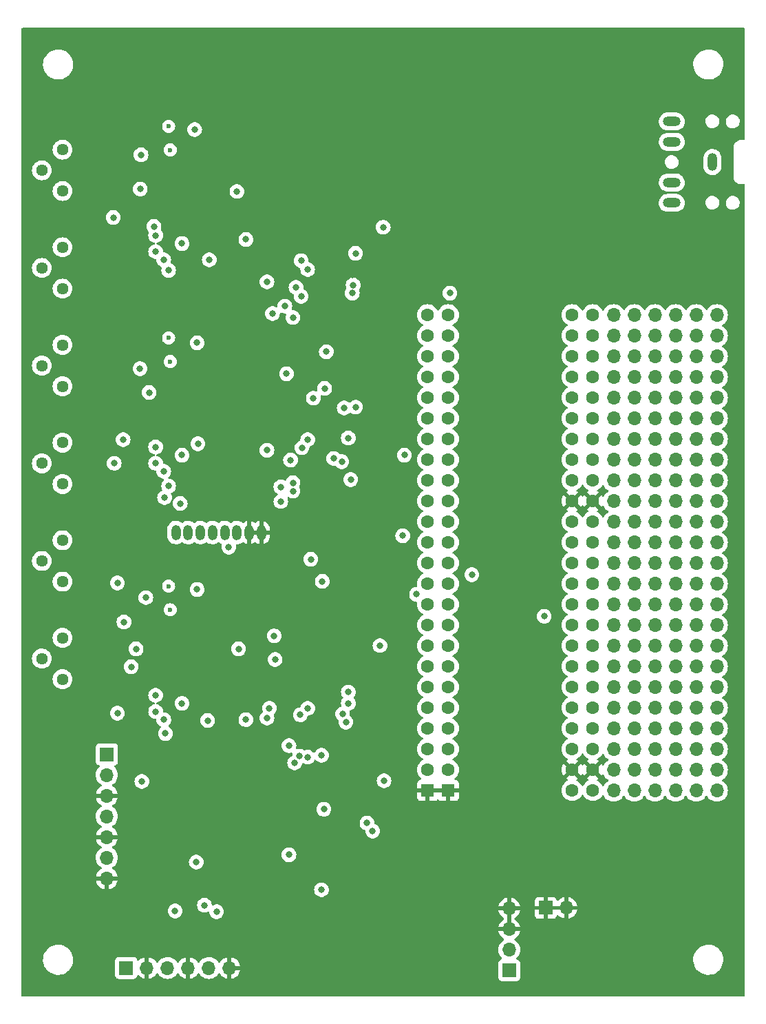
<source format=gbr>
%TF.GenerationSoftware,KiCad,Pcbnew,7.0.2*%
%TF.CreationDate,2025-02-14T16:13:01+00:00*%
%TF.ProjectId,body,626f6479-2e6b-4696-9361-645f70636258,rev?*%
%TF.SameCoordinates,Original*%
%TF.FileFunction,Copper,L2,Inr*%
%TF.FilePolarity,Positive*%
%FSLAX46Y46*%
G04 Gerber Fmt 4.6, Leading zero omitted, Abs format (unit mm)*
G04 Created by KiCad (PCBNEW 7.0.2) date 2025-02-14 16:13:01*
%MOMM*%
%LPD*%
G01*
G04 APERTURE LIST*
%TA.AperFunction,ComponentPad*%
%ADD10O,1.700000X1.700000*%
%TD*%
%TA.AperFunction,ComponentPad*%
%ADD11C,1.440000*%
%TD*%
%TA.AperFunction,ComponentPad*%
%ADD12R,1.700000X1.700000*%
%TD*%
%TA.AperFunction,ComponentPad*%
%ADD13O,2.200000X1.200000*%
%TD*%
%TA.AperFunction,ComponentPad*%
%ADD14O,1.200000X2.200000*%
%TD*%
%TA.AperFunction,ComponentPad*%
%ADD15O,1.170000X1.870000*%
%TD*%
%TA.AperFunction,ComponentPad*%
%ADD16R,1.600000X1.600000*%
%TD*%
%TA.AperFunction,ComponentPad*%
%ADD17C,1.600000*%
%TD*%
%TA.AperFunction,ViaPad*%
%ADD18C,0.600000*%
%TD*%
%TA.AperFunction,ViaPad*%
%ADD19C,0.800000*%
%TD*%
G04 APERTURE END LIST*
D10*
%TO.N,unconnected-(PB52-Pin_1-Pad1)*%
%TO.C,PB52*%
X183510000Y-68420000D03*
%TD*%
%TO.N,unconnected-(PB132-Pin_1-Pad1)*%
%TO.C,PB132*%
X183510000Y-119220000D03*
%TD*%
%TO.N,unconnected-(PB87-Pin_1-Pad1)*%
%TO.C,PB87*%
X175890000Y-96360000D03*
%TD*%
%TO.N,unconnected-(PB3-Pin_1-Pad1)*%
%TO.C,PB3*%
X173350000Y-65880000D03*
%TD*%
%TO.N,unconnected-(PB106-Pin_1-Pad1)*%
%TO.C,PB106*%
X178430000Y-114140000D03*
%TD*%
%TO.N,unconnected-(PB33-Pin_1-Pad1)*%
%TO.C,PB33*%
X178430000Y-81120000D03*
%TD*%
%TO.N,unconnected-(PB108-Pin_1-Pad1)*%
%TO.C,PB108*%
X178430000Y-119220000D03*
%TD*%
%TO.N,unconnected-(PB102-Pin_1-Pad1)*%
%TO.C,PB102*%
X178430000Y-103980000D03*
%TD*%
D11*
%TO.N,Net-(U4B--)*%
%TO.C,RV6*%
X105540000Y-52460000D03*
%TO.N,Net-(C32-Pad2)*%
X103000000Y-55000000D03*
%TO.N,unconnected-(RV6-Pad3)*%
X105540000Y-57540000D03*
%TD*%
D12*
%TO.N,Net-(J6-Pin_1)*%
%TO.C,J6*%
X113380000Y-141000000D03*
D10*
%TO.N,GND*%
X115920000Y-141000000D03*
%TO.N,Net-(J6-Pin_3)*%
X118460000Y-141000000D03*
%TO.N,GND*%
X121000000Y-141000000D03*
%TO.N,Net-(J6-Pin_5)*%
X123540000Y-141000000D03*
%TO.N,GND*%
X126080000Y-141000000D03*
%TD*%
%TO.N,unconnected-(PB6-Pin_1-Pad1)*%
%TO.C,PB6*%
X173350000Y-73500000D03*
%TD*%
%TO.N,unconnected-(PB85-Pin_1-Pad1)*%
%TO.C,PB85*%
X175890000Y-91280000D03*
%TD*%
%TO.N,unconnected-(PB113-Pin_1-Pad1)*%
%TO.C,PB113*%
X180970000Y-101440000D03*
%TD*%
%TO.N,unconnected-(PB92-Pin_1-Pad1)*%
%TO.C,PB92*%
X175890000Y-109060000D03*
%TD*%
%TO.N,unconnected-(PB8-Pin_1-Pad1)*%
%TO.C,PB8*%
X173350000Y-78580000D03*
%TD*%
%TO.N,unconnected-(PB32-Pin_1-Pad1)*%
%TO.C,PB32*%
X178430000Y-78580000D03*
%TD*%
%TO.N,unconnected-(PB56-Pin_1-Pad1)*%
%TO.C,PB56*%
X183510000Y-78580000D03*
%TD*%
%TO.N,unconnected-(PB47-Pin_1-Pad1)*%
%TO.C,PB47*%
X180970000Y-86200000D03*
%TD*%
%TO.N,unconnected-(PB60-Pin_1-Pad1)*%
%TO.C,PB60*%
X183510000Y-88740000D03*
%TD*%
%TO.N,unconnected-(PB68-Pin_1-Pad1)*%
%TO.C,PB68*%
X186050000Y-78580000D03*
%TD*%
%TO.N,unconnected-(PB26-Pin_1-Pad1)*%
%TO.C,PB26*%
X178430000Y-63340000D03*
%TD*%
%TO.N,unconnected-(PB97-Pin_1-Pad1)*%
%TO.C,PB97*%
X178430000Y-91280000D03*
%TD*%
%TO.N,unconnected-(PB5-Pin_1-Pad1)*%
%TO.C,PB5*%
X173350000Y-70960000D03*
%TD*%
%TO.N,unconnected-(PB73-Pin_1-Pad1)*%
%TO.C,PB73*%
X173350000Y-91280000D03*
%TD*%
%TO.N,unconnected-(PB143-Pin_1-Pad1)*%
%TO.C,PB143*%
X186050000Y-116680000D03*
%TD*%
%TO.N,unconnected-(PB61-Pin_1-Pad1)*%
%TO.C,PB61*%
X186050000Y-60800000D03*
%TD*%
D12*
%TO.N,+9V*%
%TO.C,J7*%
X160500000Y-141300000D03*
D10*
%TO.N,+5V*%
X160500000Y-138760000D03*
%TO.N,GND*%
X160500000Y-136220000D03*
X160500000Y-133680000D03*
%TD*%
%TO.N,unconnected-(PB118-Pin_1-Pad1)*%
%TO.C,PB118*%
X180970000Y-114140000D03*
%TD*%
%TO.N,unconnected-(PB44-Pin_1-Pad1)*%
%TO.C,PB44*%
X180970000Y-78580000D03*
%TD*%
%TO.N,unconnected-(PB69-Pin_1-Pad1)*%
%TO.C,PB69*%
X186050000Y-81120000D03*
%TD*%
%TO.N,unconnected-(PB96-Pin_1-Pad1)*%
%TO.C,PB96*%
X175890000Y-119220000D03*
%TD*%
%TO.N,unconnected-(PB53-Pin_1-Pad1)*%
%TO.C,PB53*%
X183510000Y-70960000D03*
%TD*%
%TO.N,unconnected-(PB136-Pin_1-Pad1)*%
%TO.C,PB136*%
X186050000Y-98900000D03*
%TD*%
%TO.N,unconnected-(PB63-Pin_1-Pad1)*%
%TO.C,PB63*%
X186050000Y-65880000D03*
%TD*%
%TO.N,unconnected-(PB76-Pin_1-Pad1)*%
%TO.C,PB76*%
X173350000Y-98900000D03*
%TD*%
%TO.N,unconnected-(PB4-Pin_1-Pad1)*%
%TO.C,PB4*%
X173350000Y-68420000D03*
%TD*%
%TO.N,unconnected-(PB75-Pin_1-Pad1)*%
%TO.C,PB75*%
X173350000Y-96360000D03*
%TD*%
%TO.N,unconnected-(PB17-Pin_1-Pad1)*%
%TO.C,PB17*%
X175890000Y-70960000D03*
%TD*%
%TO.N,unconnected-(PB30-Pin_1-Pad1)*%
%TO.C,PB30*%
X178430000Y-73500000D03*
%TD*%
%TO.N,unconnected-(PB34-Pin_1-Pad1)*%
%TO.C,PB34*%
X178430000Y-83660000D03*
%TD*%
%TO.N,unconnected-(PB64-Pin_1-Pad1)*%
%TO.C,PB64*%
X186050000Y-68420000D03*
%TD*%
%TO.N,unconnected-(PB131-Pin_1-Pad1)*%
%TO.C,PB131*%
X183510000Y-116680000D03*
%TD*%
%TO.N,unconnected-(PB126-Pin_1-Pad1)*%
%TO.C,PB126*%
X183510000Y-103980000D03*
%TD*%
D11*
%TO.N,Net-(U3B--)*%
%TO.C,RV4*%
X105540000Y-76460000D03*
%TO.N,Net-(C21-Pad2)*%
X103000000Y-79000000D03*
%TO.N,unconnected-(RV4-Pad3)*%
X105540000Y-81540000D03*
%TD*%
D10*
%TO.N,unconnected-(PB135-Pin_1-Pad1)*%
%TO.C,PB135*%
X186050000Y-96360000D03*
%TD*%
%TO.N,unconnected-(PB18-Pin_1-Pad1)*%
%TO.C,PB18*%
X175890000Y-73500000D03*
%TD*%
%TO.N,unconnected-(PB127-Pin_1-Pad1)*%
%TO.C,PB127*%
X183510000Y-106520000D03*
%TD*%
%TO.N,unconnected-(PB81-Pin_1-Pad1)*%
%TO.C,PB81*%
X173350000Y-111600000D03*
%TD*%
%TO.N,unconnected-(PB125-Pin_1-Pad1)*%
%TO.C,PB125*%
X183510000Y-101440000D03*
%TD*%
%TO.N,unconnected-(PB117-Pin_1-Pad1)*%
%TO.C,PB117*%
X180970000Y-111600000D03*
%TD*%
%TO.N,unconnected-(PB77-Pin_1-Pad1)*%
%TO.C,PB77*%
X173350000Y-101440000D03*
%TD*%
%TO.N,unconnected-(PB54-Pin_1-Pad1)*%
%TO.C,PB54*%
X183510000Y-73500000D03*
%TD*%
%TO.N,unconnected-(PB41-Pin_1-Pad1)*%
%TO.C,PB41*%
X180970000Y-70960000D03*
%TD*%
%TO.N,unconnected-(PB138-Pin_1-Pad1)*%
%TO.C,PB138*%
X186050000Y-103980000D03*
%TD*%
%TO.N,unconnected-(PB10-Pin_1-Pad1)*%
%TO.C,PB10*%
X173350000Y-83660000D03*
%TD*%
%TO.N,unconnected-(PB142-Pin_1-Pad1)*%
%TO.C,PB142*%
X186050000Y-114140000D03*
%TD*%
%TO.N,unconnected-(PB66-Pin_1-Pad1)*%
%TO.C,PB66*%
X186050000Y-73500000D03*
%TD*%
%TO.N,unconnected-(PB109-Pin_1-Pad1)*%
%TO.C,PB109*%
X180970000Y-91280000D03*
%TD*%
%TO.N,unconnected-(PB20-Pin_1-Pad1)*%
%TO.C,PB20*%
X175890000Y-78580000D03*
%TD*%
%TO.N,unconnected-(PB43-Pin_1-Pad1)*%
%TO.C,PB43*%
X180970000Y-76040000D03*
%TD*%
%TO.N,unconnected-(PB104-Pin_1-Pad1)*%
%TO.C,PB104*%
X178430000Y-109060000D03*
%TD*%
D11*
%TO.N,Net-(U2A--)*%
%TO.C,RV1*%
X105540000Y-88460000D03*
%TO.N,Net-(C9-Pad2)*%
X103000000Y-91000000D03*
%TO.N,unconnected-(RV1-Pad3)*%
X105540000Y-93540000D03*
%TD*%
D10*
%TO.N,unconnected-(PB7-Pin_1-Pad1)*%
%TO.C,PB7*%
X173350000Y-76040000D03*
%TD*%
D11*
%TO.N,Net-(U3A--)*%
%TO.C,RV3*%
X105540000Y-64460000D03*
%TO.N,Net-(C20-Pad2)*%
X103000000Y-67000000D03*
%TO.N,unconnected-(RV3-Pad3)*%
X105540000Y-69540000D03*
%TD*%
D10*
%TO.N,unconnected-(PB112-Pin_1-Pad1)*%
%TO.C,PB112*%
X180970000Y-98900000D03*
%TD*%
%TO.N,unconnected-(PB62-Pin_1-Pad1)*%
%TO.C,PB62*%
X186050000Y-63340000D03*
%TD*%
%TO.N,unconnected-(PB119-Pin_1-Pad1)*%
%TO.C,PB119*%
X180970000Y-116680000D03*
%TD*%
%TO.N,unconnected-(PB22-Pin_1-Pad1)*%
%TO.C,PB22*%
X175890000Y-83660000D03*
%TD*%
%TO.N,unconnected-(PB78-Pin_1-Pad1)*%
%TO.C,PB78*%
X173350000Y-103980000D03*
%TD*%
%TO.N,unconnected-(PB9-Pin_1-Pad1)*%
%TO.C,PB9*%
X173350000Y-81120000D03*
%TD*%
%TO.N,unconnected-(PB137-Pin_1-Pad1)*%
%TO.C,PB137*%
X186050000Y-101440000D03*
%TD*%
%TO.N,unconnected-(PB80-Pin_1-Pad1)*%
%TO.C,PB80*%
X173350000Y-109060000D03*
%TD*%
%TO.N,unconnected-(PB111-Pin_1-Pad1)*%
%TO.C,PB111*%
X180970000Y-96360000D03*
%TD*%
%TO.N,unconnected-(PB86-Pin_1-Pad1)*%
%TO.C,PB86*%
X175890000Y-93820000D03*
%TD*%
D11*
%TO.N,Net-(U2B--)*%
%TO.C,RV2*%
X105540000Y-100460000D03*
%TO.N,Net-(C10-Pad2)*%
X103000000Y-103000000D03*
%TO.N,unconnected-(RV2-Pad3)*%
X105540000Y-105540000D03*
%TD*%
D10*
%TO.N,unconnected-(PB21-Pin_1-Pad1)*%
%TO.C,PB21*%
X175890000Y-81120000D03*
%TD*%
%TO.N,unconnected-(PB128-Pin_1-Pad1)*%
%TO.C,PB128*%
X183510000Y-109060000D03*
%TD*%
%TO.N,unconnected-(PB120-Pin_1-Pad1)*%
%TO.C,PB120*%
X180970000Y-119220000D03*
%TD*%
%TO.N,unconnected-(PB79-Pin_1-Pad1)*%
%TO.C,PB79*%
X173350000Y-106520000D03*
%TD*%
%TO.N,unconnected-(PB94-Pin_1-Pad1)*%
%TO.C,PB94*%
X175890000Y-114140000D03*
%TD*%
%TO.N,unconnected-(PB98-Pin_1-Pad1)*%
%TO.C,PB98*%
X178430000Y-93820000D03*
%TD*%
%TO.N,unconnected-(PB39-Pin_1-Pad1)*%
%TO.C,PB39*%
X180970000Y-65880000D03*
%TD*%
%TO.N,unconnected-(PB99-Pin_1-Pad1)*%
%TO.C,PB99*%
X178430000Y-96360000D03*
%TD*%
%TO.N,unconnected-(PB1-Pin_1-Pad1)*%
%TO.C,PB1*%
X173350000Y-60800000D03*
%TD*%
%TO.N,unconnected-(PB115-Pin_1-Pad1)*%
%TO.C,PB115*%
X180970000Y-106520000D03*
%TD*%
%TO.N,unconnected-(PB114-Pin_1-Pad1)*%
%TO.C,PB114*%
X180970000Y-103980000D03*
%TD*%
%TO.N,unconnected-(PB103-Pin_1-Pad1)*%
%TO.C,PB103*%
X178430000Y-106520000D03*
%TD*%
%TO.N,unconnected-(PB46-Pin_1-Pad1)*%
%TO.C,PB46*%
X180970000Y-83660000D03*
%TD*%
%TO.N,unconnected-(PB133-Pin_1-Pad1)*%
%TO.C,PB133*%
X186050000Y-91280000D03*
%TD*%
%TO.N,unconnected-(PB82-Pin_1-Pad1)*%
%TO.C,PB82*%
X173350000Y-114140000D03*
%TD*%
%TO.N,unconnected-(PB36-Pin_1-Pad1)*%
%TO.C,PB36*%
X178430000Y-88740000D03*
%TD*%
%TO.N,unconnected-(PB140-Pin_1-Pad1)*%
%TO.C,PB140*%
X186050000Y-109060000D03*
%TD*%
%TO.N,unconnected-(PB15-Pin_1-Pad1)*%
%TO.C,PB15*%
X175890000Y-65880000D03*
%TD*%
%TO.N,unconnected-(PB71-Pin_1-Pad1)*%
%TO.C,PB71*%
X186050000Y-86200000D03*
%TD*%
%TO.N,unconnected-(PB59-Pin_1-Pad1)*%
%TO.C,PB59*%
X183510000Y-86200000D03*
%TD*%
%TO.N,unconnected-(PB24-Pin_1-Pad1)*%
%TO.C,PB24*%
X175890000Y-88740000D03*
%TD*%
%TO.N,unconnected-(PB38-Pin_1-Pad1)*%
%TO.C,PB38*%
X180970000Y-63340000D03*
%TD*%
%TO.N,unconnected-(PB144-Pin_1-Pad1)*%
%TO.C,PB144*%
X186050000Y-119220000D03*
%TD*%
%TO.N,unconnected-(PB83-Pin_1-Pad1)*%
%TO.C,PB83*%
X173350000Y-116680000D03*
%TD*%
%TO.N,unconnected-(PB14-Pin_1-Pad1)*%
%TO.C,PB14*%
X175890000Y-63340000D03*
%TD*%
%TO.N,unconnected-(PB55-Pin_1-Pad1)*%
%TO.C,PB55*%
X183510000Y-76040000D03*
%TD*%
%TO.N,unconnected-(PB105-Pin_1-Pad1)*%
%TO.C,PB105*%
X178430000Y-111600000D03*
%TD*%
%TO.N,unconnected-(PB42-Pin_1-Pad1)*%
%TO.C,PB42*%
X180970000Y-73500000D03*
%TD*%
%TO.N,unconnected-(PB88-Pin_1-Pad1)*%
%TO.C,PB88*%
X175890000Y-98900000D03*
%TD*%
D11*
%TO.N,Net-(U4A--)*%
%TO.C,RV5*%
X105540000Y-40460000D03*
%TO.N,Net-(C31-Pad2)*%
X103000000Y-43000000D03*
%TO.N,unconnected-(RV5-Pad3)*%
X105540000Y-45540000D03*
%TD*%
D10*
%TO.N,unconnected-(PB121-Pin_1-Pad1)*%
%TO.C,PB121*%
X183510000Y-91280000D03*
%TD*%
%TO.N,unconnected-(PB37-Pin_1-Pad1)*%
%TO.C,PB37*%
X180970000Y-60800000D03*
%TD*%
%TO.N,unconnected-(PB65-Pin_1-Pad1)*%
%TO.C,PB65*%
X186050000Y-70960000D03*
%TD*%
%TO.N,unconnected-(PB116-Pin_1-Pad1)*%
%TO.C,PB116*%
X180970000Y-109060000D03*
%TD*%
%TO.N,unconnected-(PB50-Pin_1-Pad1)*%
%TO.C,PB50*%
X183510000Y-63340000D03*
%TD*%
%TO.N,unconnected-(PB123-Pin_1-Pad1)*%
%TO.C,PB123*%
X183510000Y-96360000D03*
%TD*%
%TO.N,unconnected-(PB139-Pin_1-Pad1)*%
%TO.C,PB139*%
X186050000Y-106520000D03*
%TD*%
%TO.N,unconnected-(PB130-Pin_1-Pad1)*%
%TO.C,PB130*%
X183510000Y-114140000D03*
%TD*%
%TO.N,unconnected-(PB12-Pin_1-Pad1)*%
%TO.C,PB12*%
X173350000Y-88740000D03*
%TD*%
%TO.N,unconnected-(PB27-Pin_1-Pad1)*%
%TO.C,PB27*%
X178430000Y-65880000D03*
%TD*%
%TO.N,unconnected-(PB95-Pin_1-Pad1)*%
%TO.C,PB95*%
X175890000Y-116680000D03*
%TD*%
%TO.N,unconnected-(PB91-Pin_1-Pad1)*%
%TO.C,PB91*%
X175890000Y-106520000D03*
%TD*%
%TO.N,unconnected-(PB57-Pin_1-Pad1)*%
%TO.C,PB57*%
X183510000Y-81120000D03*
%TD*%
%TO.N,unconnected-(PB134-Pin_1-Pad1)*%
%TO.C,PB134*%
X186050000Y-93820000D03*
%TD*%
%TO.N,unconnected-(PB100-Pin_1-Pad1)*%
%TO.C,PB100*%
X178430000Y-98900000D03*
%TD*%
%TO.N,unconnected-(PB16-Pin_1-Pad1)*%
%TO.C,PB16*%
X175890000Y-68420000D03*
%TD*%
%TO.N,unconnected-(PB11-Pin_1-Pad1)*%
%TO.C,PB11*%
X173350000Y-86200000D03*
%TD*%
%TO.N,unconnected-(PB40-Pin_1-Pad1)*%
%TO.C,PB40*%
X180970000Y-68420000D03*
%TD*%
%TO.N,unconnected-(PB101-Pin_1-Pad1)*%
%TO.C,PB101*%
X178430000Y-101440000D03*
%TD*%
%TO.N,unconnected-(PB25-Pin_1-Pad1)*%
%TO.C,PB25*%
X178430000Y-60800000D03*
%TD*%
%TO.N,unconnected-(PB2-Pin_1-Pad1)*%
%TO.C,PB2*%
X173350000Y-63340000D03*
%TD*%
%TO.N,unconnected-(PB23-Pin_1-Pad1)*%
%TO.C,PB23*%
X175890000Y-86200000D03*
%TD*%
%TO.N,unconnected-(PB93-Pin_1-Pad1)*%
%TO.C,PB93*%
X175890000Y-111600000D03*
%TD*%
%TO.N,unconnected-(PB72-Pin_1-Pad1)*%
%TO.C,PB72*%
X186050000Y-88740000D03*
%TD*%
%TO.N,unconnected-(PB84-Pin_1-Pad1)*%
%TO.C,PB84*%
X173350000Y-119220000D03*
%TD*%
%TO.N,unconnected-(PB58-Pin_1-Pad1)*%
%TO.C,PB58*%
X183510000Y-83660000D03*
%TD*%
%TO.N,unconnected-(PB110-Pin_1-Pad1)*%
%TO.C,PB110*%
X180970000Y-93820000D03*
%TD*%
%TO.N,unconnected-(PB51-Pin_1-Pad1)*%
%TO.C,PB51*%
X183510000Y-65880000D03*
%TD*%
%TO.N,unconnected-(PB141-Pin_1-Pad1)*%
%TO.C,PB141*%
X186050000Y-111600000D03*
%TD*%
%TO.N,unconnected-(PB29-Pin_1-Pad1)*%
%TO.C,PB29*%
X178430000Y-70960000D03*
%TD*%
%TO.N,unconnected-(PB70-Pin_1-Pad1)*%
%TO.C,PB70*%
X186050000Y-83660000D03*
%TD*%
D13*
%TO.N,/codec1/HEADPHONES_R*%
%TO.C,J4*%
X180500000Y-47000000D03*
%TO.N,unconnected-(J4-PadRN)*%
X180500000Y-44500000D03*
D14*
%TO.N,/codec1/HEADPHONES_GND*%
X185500000Y-42000000D03*
D13*
%TO.N,/codec1/HEADPHONES_L*%
X180500000Y-37000000D03*
%TO.N,unconnected-(J4-PadTN)*%
X180500000Y-39500000D03*
%TD*%
D10*
%TO.N,unconnected-(PB67-Pin_1-Pad1)*%
%TO.C,PB67*%
X186050000Y-76040000D03*
%TD*%
%TO.N,unconnected-(PB89-Pin_1-Pad1)*%
%TO.C,PB89*%
X175890000Y-101440000D03*
%TD*%
%TO.N,unconnected-(PB31-Pin_1-Pad1)*%
%TO.C,PB31*%
X178430000Y-76040000D03*
%TD*%
%TO.N,unconnected-(PB90-Pin_1-Pad1)*%
%TO.C,PB90*%
X175890000Y-103980000D03*
%TD*%
%TO.N,unconnected-(PB48-Pin_1-Pad1)*%
%TO.C,PB48*%
X180970000Y-88740000D03*
%TD*%
%TO.N,unconnected-(PB13-Pin_1-Pad1)*%
%TO.C,PB13*%
X175890000Y-60800000D03*
%TD*%
%TO.N,unconnected-(PB122-Pin_1-Pad1)*%
%TO.C,PB122*%
X183510000Y-93820000D03*
%TD*%
%TO.N,unconnected-(PB124-Pin_1-Pad1)*%
%TO.C,PB124*%
X183510000Y-98900000D03*
%TD*%
%TO.N,unconnected-(PB28-Pin_1-Pad1)*%
%TO.C,PB28*%
X178430000Y-68420000D03*
%TD*%
%TO.N,unconnected-(PB107-Pin_1-Pad1)*%
%TO.C,PB107*%
X178430000Y-116680000D03*
%TD*%
%TO.N,unconnected-(PB19-Pin_1-Pad1)*%
%TO.C,PB19*%
X175890000Y-76040000D03*
%TD*%
%TO.N,unconnected-(PB49-Pin_1-Pad1)*%
%TO.C,PB49*%
X183510000Y-60800000D03*
%TD*%
%TO.N,unconnected-(PB74-Pin_1-Pad1)*%
%TO.C,PB74*%
X173350000Y-93820000D03*
%TD*%
%TO.N,unconnected-(PB35-Pin_1-Pad1)*%
%TO.C,PB35*%
X178430000Y-86200000D03*
%TD*%
%TO.N,unconnected-(PB45-Pin_1-Pad1)*%
%TO.C,PB45*%
X180970000Y-81120000D03*
%TD*%
%TO.N,unconnected-(PB129-Pin_1-Pad1)*%
%TO.C,PB129*%
X183510000Y-111600000D03*
%TD*%
D12*
%TO.N,/MIDI_PIN_4*%
%TO.C,J5*%
X111000000Y-114760000D03*
D10*
%TO.N,/MIDI_PIN_5*%
X111000000Y-117300000D03*
%TO.N,GND*%
X111000000Y-119840000D03*
%TO.N,MAIN_OUTPUT*%
X111000000Y-122380000D03*
%TO.N,GND*%
X111000000Y-124920000D03*
%TO.N,+9V*%
X111000000Y-127460000D03*
%TO.N,GND*%
X111000000Y-130000000D03*
%TD*%
D15*
%TO.N,GND*%
%TO.C,J3*%
X130000000Y-87500000D03*
X128500000Y-87500000D03*
%TO.N,/pickuppair1/INPUT_1*%
X127000000Y-87500000D03*
%TO.N,/pickuppair1/INPUT_2*%
X125500000Y-87500000D03*
%TO.N,/pickuppair2/INPUT_1*%
X124000000Y-87500000D03*
%TO.N,/pickuppair2/INPUT_2*%
X122500000Y-87500000D03*
%TO.N,/pickuppair3/INPUT_1*%
X121000000Y-87500000D03*
%TO.N,/pickuppair3/INPUT_2*%
X119500000Y-87500000D03*
%TD*%
D12*
%TO.N,GND*%
%TO.C,J2*%
X165000000Y-133625000D03*
D10*
X167540000Y-133625000D03*
%TD*%
D16*
%TO.N,GND*%
%TO.C,U1*%
X150460000Y-119180000D03*
X153000000Y-119180000D03*
D17*
%TO.N,unconnected-(U1-0_RX1_CRX2_CS1-Pad2)*%
X150460000Y-116640000D03*
X153000000Y-116640000D03*
%TO.N,MIDI_OUT*%
X150460000Y-114100000D03*
X153000000Y-114100000D03*
%TO.N,unconnected-(U1-2_OUT2-Pad4)*%
X150460000Y-111560000D03*
X153000000Y-111560000D03*
%TO.N,unconnected-(U1-3_LRCLK2-Pad5)*%
X150460000Y-109020000D03*
X153000000Y-109020000D03*
%TO.N,unconnected-(U1-4_BCLK2-Pad6)*%
X150460000Y-106480000D03*
X153000000Y-106480000D03*
%TO.N,unconnected-(U1-5_IN2-Pad7)*%
X150460000Y-103940000D03*
X153000000Y-103940000D03*
%TO.N,CODEC2_DIN*%
X150460000Y-101400000D03*
X153000000Y-101400000D03*
%TO.N,CODEC1_DOUT*%
X150460000Y-98860000D03*
X153000000Y-98860000D03*
%TO.N,CODEC1_DIN*%
X150460000Y-96320000D03*
X153000000Y-96320000D03*
%TO.N,CODEC3_DIN*%
X150460000Y-93780000D03*
X153000000Y-93780000D03*
%TO.N,unconnected-(U1-10_CS_MQSR-Pad12)*%
X150460000Y-91240000D03*
X153000000Y-91240000D03*
%TO.N,unconnected-(U1-11_MOSI_CTX1-Pad13)*%
X150460000Y-88700000D03*
X153000000Y-88700000D03*
%TO.N,unconnected-(U1-12_MISO_MQSL-Pad14)*%
X150460000Y-86160000D03*
X153000000Y-86160000D03*
%TO.N,+3.3V*%
X150460000Y-83620000D03*
X153000000Y-83620000D03*
%TO.N,unconnected-(U1-24_A10_TX6_SCL2-Pad16)*%
X150460000Y-81080000D03*
X153000000Y-81080000D03*
%TO.N,unconnected-(U1-25_A11_RX6_SDA2-Pad17)*%
X150460000Y-78540000D03*
X153000000Y-78540000D03*
%TO.N,unconnected-(U1-26_A12_MOSI1-Pad18)*%
X150460000Y-76000000D03*
X153000000Y-76000000D03*
%TO.N,unconnected-(U1-27_A13_SCK1-Pad19)*%
X150460000Y-73460000D03*
X153000000Y-73460000D03*
%TO.N,unconnected-(U1-28_RX7-Pad20)*%
X150460000Y-70920000D03*
X153000000Y-70920000D03*
%TO.N,FRET_CLOCK*%
X150460000Y-68380000D03*
X153000000Y-68380000D03*
%TO.N,FRET_LOAD*%
X150460000Y-65840000D03*
X153000000Y-65840000D03*
%TO.N,FRET_DATA*%
X150460000Y-63300000D03*
X153000000Y-63300000D03*
%TO.N,CODEC2_DOUT*%
X150460000Y-60760000D03*
X153000000Y-60760000D03*
%TO.N,unconnected-(U1-33_MCLK2-Pad25)*%
X168240000Y-60760000D03*
X170780000Y-60760000D03*
%TO.N,unconnected-(U1-34_RX8-Pad26)*%
X168240000Y-63300000D03*
X170780000Y-63300000D03*
%TO.N,unconnected-(U1-35_TX8-Pad27)*%
X168240000Y-65840000D03*
X170780000Y-65840000D03*
%TO.N,unconnected-(U1-36_CS-Pad28)*%
X168240000Y-68380000D03*
X170780000Y-68380000D03*
%TO.N,unconnected-(U1-37_CS-Pad29)*%
X168240000Y-70920000D03*
X170780000Y-70920000D03*
%TO.N,unconnected-(U1-38_CS1_IN1-Pad30)*%
X168240000Y-73460000D03*
X170780000Y-73460000D03*
%TO.N,unconnected-(U1-39_MISO1_OUT1A-Pad31)*%
X168240000Y-76000000D03*
X170780000Y-76000000D03*
%TO.N,unconnected-(U1-40_A16-Pad32)*%
X168240000Y-78540000D03*
X170780000Y-78540000D03*
%TO.N,unconnected-(U1-41_A17-Pad33)*%
X168240000Y-81080000D03*
X170780000Y-81080000D03*
%TO.N,GND*%
X168240000Y-83620000D03*
X170780000Y-83620000D03*
%TO.N,unconnected-(U1-13_SCK_LED-Pad35)*%
X168240000Y-86160000D03*
X170780000Y-86160000D03*
%TO.N,unconnected-(U1-14_A0_TX3_SPDIF_OUT-Pad36)*%
X168240000Y-88700000D03*
X170780000Y-88700000D03*
%TO.N,unconnected-(U1-15_A1_RX3_SPDIF_IN-Pad37)*%
X168240000Y-91240000D03*
X170780000Y-91240000D03*
%TO.N,unconnected-(U1-16_A2_RX4_SCL1-Pad38)*%
X168240000Y-93780000D03*
X170780000Y-93780000D03*
%TO.N,unconnected-(U1-17_A3_TX4_SDA1-Pad39)*%
X168240000Y-96320000D03*
X170780000Y-96320000D03*
%TO.N,DAC_SDA*%
X168240000Y-98860000D03*
X170780000Y-98860000D03*
%TO.N,DAC_SCL*%
X168240000Y-101400000D03*
X170780000Y-101400000D03*
%TO.N,DAC_LRCLK*%
X168240000Y-103940000D03*
X170780000Y-103940000D03*
%TO.N,DAC_BCLK*%
X168240000Y-106480000D03*
X170780000Y-106480000D03*
%TO.N,unconnected-(U1-22_A8_CTX1-Pad44)*%
X168240000Y-109020000D03*
X170780000Y-109020000D03*
%TO.N,DAC_MCLK*%
X168240000Y-111560000D03*
X170780000Y-111560000D03*
%TO.N,+3.3V*%
X168240000Y-114100000D03*
X170780000Y-114100000D03*
%TO.N,GND*%
X168240000Y-116640000D03*
X170780000Y-116640000D03*
%TO.N,+5V*%
X168240000Y-119180000D03*
X170780000Y-119180000D03*
%TD*%
D18*
%TO.N,Net-(U2A-+)*%
X118800000Y-97000000D03*
X118600000Y-94100000D03*
D19*
%TO.N,/pickuppair1/INPUT_2*%
X123400000Y-110600000D03*
X126000000Y-89300000D03*
%TO.N,Net-(U2B-+)*%
X117000000Y-107500000D03*
X118000000Y-110500000D03*
%TO.N,GND*%
X146600000Y-112600000D03*
X115700000Y-37800000D03*
X115700000Y-55700000D03*
X132000000Y-110600000D03*
X124299500Y-75671256D03*
X135100000Y-83900000D03*
X113500000Y-71600000D03*
X158000000Y-141000000D03*
X131100000Y-134900000D03*
X116000000Y-80700000D03*
X139000000Y-103800000D03*
X115900000Y-63800000D03*
X138600000Y-72000000D03*
X123000000Y-50700000D03*
X123600000Y-106300000D03*
X133100000Y-56400000D03*
X122300000Y-57300000D03*
X115686257Y-93775500D03*
X137300000Y-76600000D03*
X112200000Y-101800000D03*
X125500000Y-82700000D03*
X124300000Y-62000000D03*
X139100000Y-53100000D03*
X137400000Y-86800000D03*
X118400000Y-92300000D03*
X141200000Y-55900000D03*
X124500000Y-70300000D03*
X123000000Y-46500000D03*
X144700000Y-83300000D03*
X114200000Y-46700000D03*
X121100000Y-114600000D03*
X132198910Y-78400000D03*
X140111076Y-77078567D03*
X149900000Y-138700000D03*
X112000000Y-44900000D03*
X116100000Y-105200000D03*
X126800000Y-55900000D03*
X123800000Y-36100000D03*
X137800000Y-118100000D03*
X121900000Y-82100000D03*
X133200000Y-116700000D03*
X138100000Y-110600500D03*
X118000000Y-61300000D03*
X138600000Y-60800000D03*
X118500000Y-35900000D03*
X134200000Y-64800000D03*
X117200000Y-101200000D03*
X116200000Y-73100000D03*
X130000000Y-138200000D03*
X151000000Y-142725500D03*
X115800000Y-112100000D03*
X146000000Y-48000000D03*
X139800000Y-54500000D03*
%TO.N,Net-(C3-Pad2)*%
X147600000Y-78000000D03*
X123000000Y-133300000D03*
%TO.N,Net-(C4-Pad2)*%
X124500000Y-134100000D03*
X147400000Y-87900000D03*
%TO.N,+9V*%
X122000000Y-128000000D03*
X122100000Y-94500000D03*
X118200000Y-112200000D03*
X127200000Y-101800000D03*
X127000000Y-45600000D03*
X118600000Y-55300000D03*
X122100000Y-64200000D03*
X122200000Y-76600000D03*
X118600000Y-81800000D03*
X121800000Y-38000000D03*
%TO.N,Net-(C10-Pad2)*%
X117000000Y-109500000D03*
X120239500Y-108500000D03*
%TO.N,/codec1/LINE_IN_L*%
X113100000Y-98500000D03*
X140000000Y-109800000D03*
%TO.N,/codec1/LINE_IN_R*%
X140400000Y-110800000D03*
X112300000Y-109700000D03*
D18*
%TO.N,Net-(U3A-+)*%
X118800000Y-66500000D03*
X118600000Y-63600000D03*
D19*
%TO.N,Net-(U3B-+)*%
X117000000Y-77000000D03*
X118000000Y-80000000D03*
%TO.N,+3.3V*%
X136100000Y-90800000D03*
X140700000Y-107100000D03*
X137700000Y-121500000D03*
X138000000Y-65300000D03*
X164800000Y-97800000D03*
X140700000Y-75900000D03*
X114000000Y-104000000D03*
X114600000Y-101800000D03*
X115100000Y-45300000D03*
X111800000Y-48800000D03*
X116200000Y-70300000D03*
X145000000Y-50000000D03*
X140200000Y-72200000D03*
X115300000Y-118100000D03*
X137400000Y-131400000D03*
X141600000Y-53200000D03*
%TO.N,+1V8*%
X133400000Y-127100000D03*
X132405628Y-81905128D03*
X133400000Y-113700000D03*
X134100000Y-115800000D03*
X133899500Y-82411257D03*
X132900000Y-59700000D03*
X133900000Y-61100000D03*
%TO.N,/codec2/LINE_IN_L*%
X115080930Y-67380930D03*
X138900000Y-78400000D03*
%TO.N,/codec2/LINE_IN_R*%
X139900000Y-78800000D03*
X111900000Y-79000000D03*
X113000000Y-76100000D03*
%TO.N,/pickuppair3/INPUT_1*%
X120022113Y-83930221D03*
X128100000Y-51500000D03*
D18*
%TO.N,Net-(U4A-+)*%
X118600000Y-37600000D03*
X118800000Y-40500000D03*
D19*
%TO.N,/pickuppair3/INPUT_2*%
X118100000Y-83200000D03*
X123600000Y-54000000D03*
%TO.N,Net-(U4B-+)*%
X117000000Y-51000000D03*
X118000000Y-54000000D03*
%TO.N,/codec3/LINE_IN_L*%
X141300000Y-57100000D03*
X115200000Y-41100000D03*
%TO.N,/codec3/LINE_IN_R*%
X141200000Y-58100000D03*
X116800000Y-49900000D03*
%TO.N,/codec1/HEADPHONES_R*%
X137416214Y-114865435D03*
%TO.N,/codec1/HEADPHONES_GND*%
X135700000Y-115100000D03*
%TO.N,/codec1/HEADPHONES_L*%
X134706611Y-114989623D03*
%TO.N,DAC_SDA*%
X149100000Y-95100000D03*
X133100000Y-68000000D03*
X134271446Y-57369684D03*
%TO.N,DAC_SCL*%
X134900000Y-58500000D03*
X131375500Y-60600000D03*
X132400000Y-83700000D03*
X131584500Y-100200000D03*
X133900000Y-81400000D03*
X155900000Y-92700000D03*
X137500000Y-93500000D03*
%TO.N,CODEC2_DIN*%
X144600000Y-101400000D03*
X133598410Y-78600000D03*
%TO.N,CODEC3_DIN*%
X153200000Y-58100000D03*
%TO.N,CODEC2_DOUT*%
X137800000Y-69800000D03*
X136400000Y-71000000D03*
%TO.N,DAC_LRCLK*%
X135710500Y-76089372D03*
X135710500Y-109100000D03*
X134900000Y-54100000D03*
X130700000Y-77400000D03*
X143700000Y-124200000D03*
X131000000Y-109100000D03*
X130700000Y-56700000D03*
%TO.N,DAC_BCLK*%
X143000000Y-123200000D03*
X134800000Y-109900000D03*
X131700000Y-103100000D03*
X141600000Y-72100000D03*
X141000000Y-81000000D03*
X135000000Y-77100000D03*
X135700000Y-55200000D03*
X130700000Y-110300000D03*
%TO.N,Net-(C1-Pad2)*%
X128100000Y-110500000D03*
X140700000Y-108500000D03*
%TO.N,Net-(C2-Pad2)*%
X145100000Y-118000000D03*
X119400000Y-134000000D03*
%TO.N,Net-(C12-Pad1)*%
X115800000Y-95500000D03*
X112300000Y-93700000D03*
%TO.N,Net-(C21-Pad2)*%
X117000000Y-79000000D03*
X120239500Y-78000000D03*
%TO.N,Net-(C32-Pad2)*%
X117000000Y-53000000D03*
X120239500Y-52000000D03*
%TD*%
%TA.AperFunction,Conductor*%
%TO.N,GND*%
G36*
X160750000Y-135784498D02*
G01*
X160642315Y-135735320D01*
X160535763Y-135720000D01*
X160464237Y-135720000D01*
X160357685Y-135735320D01*
X160250000Y-135784498D01*
X160250000Y-134115501D01*
X160357685Y-134164680D01*
X160464237Y-134180000D01*
X160535763Y-134180000D01*
X160642315Y-134164680D01*
X160750000Y-134115501D01*
X160750000Y-135784498D01*
G37*
%TD.AperFunction*%
%TA.AperFunction,Conductor*%
G36*
X167080507Y-133415156D02*
G01*
X167040000Y-133553111D01*
X167040000Y-133696889D01*
X167080507Y-133834844D01*
X167106314Y-133875000D01*
X165433686Y-133875000D01*
X165459493Y-133834844D01*
X165500000Y-133696889D01*
X165500000Y-133553111D01*
X165459493Y-133415156D01*
X165433686Y-133375000D01*
X167106314Y-133375000D01*
X167080507Y-133415156D01*
G37*
%TD.AperFunction*%
%TA.AperFunction,Conductor*%
G36*
X169319025Y-117365472D02*
G01*
X169370133Y-117292481D01*
X169397616Y-117233544D01*
X169443787Y-117181104D01*
X169510981Y-117161951D01*
X169577862Y-117182166D01*
X169622381Y-117233541D01*
X169649867Y-117292485D01*
X169700972Y-117365471D01*
X169700974Y-117365472D01*
X170254070Y-116812375D01*
X170256884Y-116825915D01*
X170326442Y-116960156D01*
X170429638Y-117070652D01*
X170558819Y-117149209D01*
X170610002Y-117163549D01*
X170054526Y-117719025D01*
X170054526Y-117719026D01*
X170127515Y-117770133D01*
X170185865Y-117797342D01*
X170238304Y-117843514D01*
X170257456Y-117910708D01*
X170237240Y-117977589D01*
X170185866Y-118022105D01*
X170127267Y-118049430D01*
X169940859Y-118179953D01*
X169779953Y-118340859D01*
X169649433Y-118527263D01*
X169639855Y-118547804D01*
X169625640Y-118578289D01*
X169622382Y-118585275D01*
X169576209Y-118637714D01*
X169509015Y-118656865D01*
X169442134Y-118636649D01*
X169397618Y-118585275D01*
X169397480Y-118584978D01*
X169370568Y-118527266D01*
X169367796Y-118523307D01*
X169240046Y-118340859D01*
X169079140Y-118179953D01*
X168892736Y-118049433D01*
X168885299Y-118045965D01*
X168834132Y-118022105D01*
X168781695Y-117975933D01*
X168762543Y-117908739D01*
X168782759Y-117841858D01*
X168834135Y-117797342D01*
X168892479Y-117770136D01*
X168965472Y-117719025D01*
X168411568Y-117165121D01*
X168528458Y-117114349D01*
X168645739Y-117018934D01*
X168732928Y-116895415D01*
X168763354Y-116809801D01*
X169319025Y-117365472D01*
G37*
%TD.AperFunction*%
%TA.AperFunction,Conductor*%
G36*
X171859025Y-117365472D02*
G01*
X171910133Y-117292483D01*
X171915429Y-117281125D01*
X171961599Y-117228684D01*
X172028792Y-117209530D01*
X172095674Y-117229743D01*
X172140194Y-117281120D01*
X172175965Y-117357830D01*
X172311505Y-117551401D01*
X172478599Y-117718495D01*
X172664160Y-117848426D01*
X172707783Y-117903002D01*
X172714976Y-117972501D01*
X172683454Y-118034855D01*
X172664158Y-118051575D01*
X172480816Y-118179953D01*
X172478595Y-118181508D01*
X172311505Y-118348598D01*
X172175964Y-118542171D01*
X172159122Y-118578289D01*
X172112949Y-118630727D01*
X172045755Y-118649878D01*
X171978874Y-118629661D01*
X171934359Y-118578286D01*
X171910568Y-118527266D01*
X171780046Y-118340859D01*
X171619140Y-118179953D01*
X171432736Y-118049433D01*
X171425299Y-118045965D01*
X171374132Y-118022105D01*
X171321695Y-117975933D01*
X171302543Y-117908739D01*
X171322759Y-117841858D01*
X171374135Y-117797342D01*
X171432479Y-117770136D01*
X171505472Y-117719025D01*
X170951568Y-117165121D01*
X171068458Y-117114349D01*
X171185739Y-117018934D01*
X171272928Y-116895415D01*
X171303354Y-116809801D01*
X171859025Y-117365472D01*
G37*
%TD.AperFunction*%
%TA.AperFunction,Conductor*%
G36*
X169577862Y-114643348D02*
G01*
X169622381Y-114694723D01*
X169649433Y-114752736D01*
X169779953Y-114939140D01*
X169940859Y-115100046D01*
X170127264Y-115230567D01*
X170127265Y-115230567D01*
X170127266Y-115230568D01*
X170185865Y-115257893D01*
X170238304Y-115304065D01*
X170257456Y-115371259D01*
X170237240Y-115438140D01*
X170185865Y-115482657D01*
X170127517Y-115509865D01*
X170054527Y-115560973D01*
X170054526Y-115560973D01*
X170608432Y-116114878D01*
X170491542Y-116165651D01*
X170374261Y-116261066D01*
X170287072Y-116384585D01*
X170256645Y-116470198D01*
X169700973Y-115914526D01*
X169700973Y-115914527D01*
X169649866Y-115987515D01*
X169622381Y-116046457D01*
X169576208Y-116098896D01*
X169509014Y-116118047D01*
X169442133Y-116097830D01*
X169397617Y-116046455D01*
X169370134Y-115987517D01*
X169319025Y-115914526D01*
X168765929Y-116467622D01*
X168763116Y-116454085D01*
X168693558Y-116319844D01*
X168590362Y-116209348D01*
X168461181Y-116130791D01*
X168409996Y-116116449D01*
X168965472Y-115560974D01*
X168965471Y-115560972D01*
X168892485Y-115509867D01*
X168834133Y-115482657D01*
X168781694Y-115436484D01*
X168762543Y-115369290D01*
X168782759Y-115302409D01*
X168834134Y-115257893D01*
X168892734Y-115230568D01*
X169079139Y-115100047D01*
X169240047Y-114939139D01*
X169370568Y-114752734D01*
X169397619Y-114694721D01*
X169443788Y-114642286D01*
X169510981Y-114623133D01*
X169577862Y-114643348D01*
G37*
%TD.AperFunction*%
%TA.AperFunction,Conductor*%
G36*
X172095952Y-114690336D02*
G01*
X172140469Y-114741710D01*
X172175965Y-114817830D01*
X172311505Y-115011401D01*
X172478599Y-115178495D01*
X172664160Y-115308426D01*
X172707783Y-115363002D01*
X172714976Y-115432501D01*
X172683454Y-115494855D01*
X172664158Y-115511575D01*
X172480816Y-115639953D01*
X172478595Y-115641508D01*
X172311505Y-115808598D01*
X172175966Y-116002168D01*
X172175965Y-116002171D01*
X172159359Y-116037784D01*
X172158848Y-116038879D01*
X172112675Y-116091318D01*
X172045481Y-116110469D01*
X171978600Y-116090253D01*
X171934084Y-116038878D01*
X171910133Y-115987515D01*
X171859025Y-115914526D01*
X171305929Y-116467622D01*
X171303116Y-116454085D01*
X171233558Y-116319844D01*
X171130362Y-116209348D01*
X171001181Y-116130791D01*
X170949996Y-116116449D01*
X171505472Y-115560974D01*
X171505471Y-115560972D01*
X171432485Y-115509867D01*
X171374133Y-115482657D01*
X171321694Y-115436484D01*
X171302543Y-115369290D01*
X171322759Y-115302409D01*
X171374134Y-115257893D01*
X171432734Y-115230568D01*
X171619139Y-115100047D01*
X171780047Y-114939139D01*
X171910568Y-114752734D01*
X171915707Y-114741712D01*
X171961878Y-114689274D01*
X172029071Y-114670121D01*
X172095952Y-114690336D01*
G37*
%TD.AperFunction*%
%TA.AperFunction,Conductor*%
G36*
X169319025Y-84345472D02*
G01*
X169370135Y-84272479D01*
X169397618Y-84213543D01*
X169443790Y-84161103D01*
X169510983Y-84141951D01*
X169577864Y-84162166D01*
X169622382Y-84213543D01*
X169649865Y-84272482D01*
X169700972Y-84345471D01*
X169700974Y-84345472D01*
X170254070Y-83792375D01*
X170256884Y-83805915D01*
X170326442Y-83940156D01*
X170429638Y-84050652D01*
X170558819Y-84129209D01*
X170610002Y-84143549D01*
X170054526Y-84699025D01*
X170054526Y-84699026D01*
X170127515Y-84750133D01*
X170185865Y-84777342D01*
X170238304Y-84823514D01*
X170257456Y-84890708D01*
X170237240Y-84957589D01*
X170185866Y-85002105D01*
X170127267Y-85029430D01*
X169940859Y-85159953D01*
X169779953Y-85320859D01*
X169649433Y-85507263D01*
X169637220Y-85533455D01*
X169625640Y-85558289D01*
X169622382Y-85565275D01*
X169576209Y-85617714D01*
X169509015Y-85636865D01*
X169442134Y-85616649D01*
X169397618Y-85565275D01*
X169397480Y-85564978D01*
X169370568Y-85507266D01*
X169370566Y-85507263D01*
X169240046Y-85320859D01*
X169079140Y-85159953D01*
X168892736Y-85029433D01*
X168885299Y-85025965D01*
X168834132Y-85002105D01*
X168781695Y-84955933D01*
X168762543Y-84888739D01*
X168782759Y-84821858D01*
X168834135Y-84777342D01*
X168892479Y-84750136D01*
X168965472Y-84699025D01*
X168411568Y-84145121D01*
X168528458Y-84094349D01*
X168645739Y-83998934D01*
X168732928Y-83875415D01*
X168763354Y-83789801D01*
X169319025Y-84345472D01*
G37*
%TD.AperFunction*%
%TA.AperFunction,Conductor*%
G36*
X171859025Y-84345472D02*
G01*
X171910133Y-84272483D01*
X171915429Y-84261125D01*
X171961599Y-84208684D01*
X172028792Y-84189530D01*
X172095674Y-84209743D01*
X172140194Y-84261120D01*
X172175965Y-84337830D01*
X172311505Y-84531401D01*
X172478599Y-84698495D01*
X172664160Y-84828426D01*
X172707783Y-84883002D01*
X172714976Y-84952501D01*
X172683454Y-85014855D01*
X172664160Y-85031574D01*
X172480816Y-85159953D01*
X172478595Y-85161508D01*
X172311505Y-85328598D01*
X172175964Y-85522171D01*
X172159122Y-85558289D01*
X172112949Y-85610727D01*
X172045755Y-85629878D01*
X171978874Y-85609661D01*
X171934359Y-85558286D01*
X171910568Y-85507266D01*
X171780046Y-85320859D01*
X171619140Y-85159953D01*
X171432736Y-85029433D01*
X171425299Y-85025965D01*
X171374132Y-85002105D01*
X171321695Y-84955933D01*
X171302543Y-84888739D01*
X171322759Y-84821858D01*
X171374135Y-84777342D01*
X171432479Y-84750136D01*
X171505472Y-84699025D01*
X170951568Y-84145121D01*
X171068458Y-84094349D01*
X171185739Y-83998934D01*
X171272928Y-83875415D01*
X171303355Y-83789801D01*
X171859025Y-84345472D01*
G37*
%TD.AperFunction*%
%TA.AperFunction,Conductor*%
G36*
X169577865Y-81623348D02*
G01*
X169622382Y-81674725D01*
X169649431Y-81732733D01*
X169779953Y-81919140D01*
X169940859Y-82080046D01*
X170127264Y-82210567D01*
X170127265Y-82210567D01*
X170127266Y-82210568D01*
X170185865Y-82237893D01*
X170238304Y-82284065D01*
X170257456Y-82351259D01*
X170237240Y-82418140D01*
X170185865Y-82462657D01*
X170127517Y-82489865D01*
X170054527Y-82540973D01*
X170054526Y-82540973D01*
X170608432Y-83094878D01*
X170491542Y-83145651D01*
X170374261Y-83241066D01*
X170287072Y-83364585D01*
X170256645Y-83450198D01*
X169700973Y-82894526D01*
X169700973Y-82894527D01*
X169649866Y-82967515D01*
X169622381Y-83026457D01*
X169576208Y-83078896D01*
X169509014Y-83098047D01*
X169442133Y-83077830D01*
X169397617Y-83026455D01*
X169370134Y-82967517D01*
X169319025Y-82894526D01*
X168765929Y-83447622D01*
X168763116Y-83434085D01*
X168693558Y-83299844D01*
X168590362Y-83189348D01*
X168461181Y-83110791D01*
X168409996Y-83096449D01*
X168965472Y-82540974D01*
X168965471Y-82540972D01*
X168892485Y-82489867D01*
X168834133Y-82462657D01*
X168781694Y-82416484D01*
X168762543Y-82349290D01*
X168782759Y-82282409D01*
X168834134Y-82237893D01*
X168892734Y-82210568D01*
X169079139Y-82080047D01*
X169240047Y-81919139D01*
X169370568Y-81732734D01*
X169397618Y-81674724D01*
X169443790Y-81622285D01*
X169510983Y-81603133D01*
X169577865Y-81623348D01*
G37*
%TD.AperFunction*%
%TA.AperFunction,Conductor*%
G36*
X172095952Y-81670336D02*
G01*
X172140469Y-81721710D01*
X172175965Y-81797830D01*
X172311505Y-81991401D01*
X172478599Y-82158495D01*
X172664160Y-82288426D01*
X172707783Y-82343002D01*
X172714976Y-82412501D01*
X172683454Y-82474855D01*
X172664160Y-82491574D01*
X172480816Y-82619953D01*
X172478595Y-82621508D01*
X172311505Y-82788598D01*
X172175966Y-82982168D01*
X172175965Y-82982171D01*
X172159359Y-83017784D01*
X172158848Y-83018879D01*
X172112675Y-83071318D01*
X172045481Y-83090469D01*
X171978600Y-83070253D01*
X171934084Y-83018878D01*
X171910133Y-82967515D01*
X171859025Y-82894526D01*
X171305929Y-83447621D01*
X171303116Y-83434085D01*
X171233558Y-83299844D01*
X171130362Y-83189348D01*
X171001181Y-83110791D01*
X170949996Y-83096449D01*
X171505472Y-82540974D01*
X171505471Y-82540972D01*
X171432485Y-82489867D01*
X171374133Y-82462657D01*
X171321694Y-82416484D01*
X171302543Y-82349290D01*
X171322759Y-82282409D01*
X171374134Y-82237893D01*
X171432734Y-82210568D01*
X171619139Y-82080047D01*
X171780047Y-81919139D01*
X171910568Y-81732734D01*
X171915707Y-81721712D01*
X171961878Y-81669274D01*
X172029071Y-81650121D01*
X172095952Y-81670336D01*
G37*
%TD.AperFunction*%
%TA.AperFunction,Conductor*%
G36*
X152456441Y-119067047D02*
G01*
X152446123Y-119217886D01*
X152476884Y-119365915D01*
X152510090Y-119430000D01*
X150954852Y-119430000D01*
X151003559Y-119292953D01*
X151013877Y-119142114D01*
X150983116Y-118994085D01*
X150949910Y-118930000D01*
X152505148Y-118930000D01*
X152456441Y-119067047D01*
G37*
%TD.AperFunction*%
%TA.AperFunction,Conductor*%
G36*
X189442539Y-25520185D02*
G01*
X189488294Y-25572989D01*
X189499500Y-25624500D01*
X189499500Y-39175500D01*
X189479815Y-39242539D01*
X189427011Y-39288294D01*
X189375500Y-39299500D01*
X188911307Y-39299500D01*
X188737336Y-39334104D01*
X188573452Y-39401987D01*
X188425963Y-39500536D01*
X188300536Y-39625963D01*
X188201987Y-39773452D01*
X188134104Y-39937336D01*
X188099500Y-40111306D01*
X188099500Y-43888693D01*
X188134104Y-44062663D01*
X188201987Y-44226547D01*
X188300536Y-44374036D01*
X188425963Y-44499463D01*
X188500209Y-44549072D01*
X188573453Y-44598013D01*
X188700208Y-44650516D01*
X188737336Y-44665895D01*
X188911307Y-44700500D01*
X188911309Y-44700500D01*
X188964201Y-44700500D01*
X189375500Y-44700500D01*
X189442539Y-44720185D01*
X189488294Y-44772989D01*
X189499500Y-44824500D01*
X189499500Y-144375500D01*
X189479815Y-144442539D01*
X189427011Y-144488294D01*
X189375500Y-144499500D01*
X100624500Y-144499500D01*
X100557461Y-144479815D01*
X100511706Y-144427011D01*
X100500500Y-144375500D01*
X100500500Y-141894578D01*
X112029500Y-141894578D01*
X112029501Y-141897872D01*
X112035909Y-141957483D01*
X112086204Y-142092331D01*
X112172454Y-142207546D01*
X112287669Y-142293796D01*
X112422517Y-142344091D01*
X112482127Y-142350500D01*
X114277872Y-142350499D01*
X114337483Y-142344091D01*
X114472331Y-142293796D01*
X114587546Y-142207546D01*
X114673796Y-142092331D01*
X114723003Y-141960399D01*
X114764873Y-141904467D01*
X114830337Y-141880050D01*
X114898610Y-141894901D01*
X114926865Y-141916053D01*
X115048918Y-142038106D01*
X115242423Y-142173600D01*
X115456509Y-142273430D01*
X115670000Y-142330634D01*
X115670000Y-141435501D01*
X115777685Y-141484680D01*
X115884237Y-141500000D01*
X115955763Y-141500000D01*
X116062315Y-141484680D01*
X116169998Y-141435501D01*
X116169999Y-142330633D01*
X116383490Y-142273430D01*
X116597576Y-142173600D01*
X116791081Y-142038106D01*
X116958109Y-141871078D01*
X117088119Y-141685405D01*
X117142696Y-141641780D01*
X117212194Y-141634586D01*
X117274549Y-141666109D01*
X117291265Y-141685400D01*
X117421505Y-141871401D01*
X117588599Y-142038495D01*
X117782170Y-142174035D01*
X117996337Y-142273903D01*
X118208059Y-142330633D01*
X118224592Y-142335063D01*
X118459999Y-142355659D01*
X118459999Y-142355658D01*
X118460000Y-142355659D01*
X118695408Y-142335063D01*
X118923663Y-142273903D01*
X119137830Y-142174035D01*
X119331401Y-142038495D01*
X119498495Y-141871401D01*
X119628732Y-141685403D01*
X119683307Y-141641780D01*
X119752805Y-141634586D01*
X119815160Y-141666109D01*
X119831880Y-141685404D01*
X119961893Y-141871081D01*
X120128918Y-142038106D01*
X120322423Y-142173600D01*
X120536509Y-142273430D01*
X120750000Y-142330634D01*
X120749999Y-141435501D01*
X120857685Y-141484680D01*
X120964237Y-141500000D01*
X121035763Y-141500000D01*
X121142315Y-141484680D01*
X121250000Y-141435501D01*
X121250000Y-142330633D01*
X121463490Y-142273430D01*
X121677576Y-142173600D01*
X121871081Y-142038106D01*
X122038109Y-141871078D01*
X122168119Y-141685405D01*
X122222696Y-141641780D01*
X122292194Y-141634586D01*
X122354549Y-141666109D01*
X122371265Y-141685400D01*
X122501505Y-141871401D01*
X122668599Y-142038495D01*
X122862170Y-142174035D01*
X123076337Y-142273903D01*
X123304592Y-142335063D01*
X123540000Y-142355659D01*
X123775408Y-142335063D01*
X124003663Y-142273903D01*
X124217830Y-142174035D01*
X124411401Y-142038495D01*
X124578495Y-141871401D01*
X124708732Y-141685403D01*
X124763307Y-141641780D01*
X124832805Y-141634586D01*
X124895160Y-141666109D01*
X124911880Y-141685404D01*
X125041893Y-141871081D01*
X125208918Y-142038106D01*
X125402423Y-142173600D01*
X125616509Y-142273430D01*
X125830000Y-142330634D01*
X125829999Y-141435501D01*
X125937685Y-141484680D01*
X126044237Y-141500000D01*
X126115763Y-141500000D01*
X126222315Y-141484680D01*
X126330000Y-141435501D01*
X126330000Y-142330633D01*
X126543490Y-142273430D01*
X126757576Y-142173600D01*
X126951081Y-142038106D01*
X127118106Y-141871081D01*
X127253600Y-141677576D01*
X127353430Y-141463492D01*
X127410636Y-141250000D01*
X126513686Y-141250000D01*
X126539493Y-141209844D01*
X126580000Y-141071889D01*
X126580000Y-140928111D01*
X126539493Y-140790156D01*
X126513686Y-140750000D01*
X127410636Y-140750000D01*
X127410635Y-140749999D01*
X127353430Y-140536507D01*
X127253599Y-140322421D01*
X127118109Y-140128921D01*
X126951081Y-139961893D01*
X126757576Y-139826399D01*
X126543492Y-139726569D01*
X126329999Y-139669364D01*
X126329999Y-140564498D01*
X126222315Y-140515320D01*
X126115763Y-140500000D01*
X126044237Y-140500000D01*
X125937685Y-140515320D01*
X125829999Y-140564498D01*
X125829999Y-139669364D01*
X125616507Y-139726569D01*
X125402421Y-139826400D01*
X125208921Y-139961890D01*
X125041893Y-140128918D01*
X124911880Y-140314596D01*
X124857303Y-140358220D01*
X124787804Y-140365413D01*
X124725450Y-140333891D01*
X124708730Y-140314595D01*
X124578494Y-140128598D01*
X124411404Y-139961508D01*
X124411401Y-139961505D01*
X124217830Y-139825965D01*
X124003663Y-139726097D01*
X123942502Y-139709709D01*
X123775407Y-139664936D01*
X123540000Y-139644340D01*
X123304592Y-139664936D01*
X123076336Y-139726097D01*
X122862170Y-139825965D01*
X122668598Y-139961505D01*
X122501508Y-140128595D01*
X122371269Y-140314596D01*
X122316692Y-140358220D01*
X122247193Y-140365413D01*
X122184839Y-140333891D01*
X122168119Y-140314595D01*
X122038109Y-140128921D01*
X121871081Y-139961893D01*
X121677576Y-139826399D01*
X121463492Y-139726569D01*
X121250000Y-139669364D01*
X121250000Y-140564498D01*
X121142315Y-140515320D01*
X121035763Y-140500000D01*
X120964237Y-140500000D01*
X120857685Y-140515320D01*
X120749999Y-140564498D01*
X120749999Y-139669364D01*
X120536507Y-139726569D01*
X120322421Y-139826400D01*
X120128921Y-139961890D01*
X119961893Y-140128918D01*
X119831880Y-140314596D01*
X119777303Y-140358220D01*
X119707804Y-140365413D01*
X119645450Y-140333891D01*
X119628730Y-140314595D01*
X119498494Y-140128598D01*
X119331404Y-139961508D01*
X119331401Y-139961505D01*
X119137830Y-139825965D01*
X118923663Y-139726097D01*
X118862502Y-139709709D01*
X118695407Y-139664936D01*
X118459999Y-139644340D01*
X118224592Y-139664936D01*
X117996336Y-139726097D01*
X117782170Y-139825965D01*
X117588598Y-139961505D01*
X117421508Y-140128595D01*
X117291269Y-140314596D01*
X117236692Y-140358220D01*
X117167193Y-140365413D01*
X117104839Y-140333891D01*
X117088119Y-140314595D01*
X116958109Y-140128921D01*
X116791081Y-139961893D01*
X116597576Y-139826399D01*
X116383492Y-139726569D01*
X116169999Y-139669364D01*
X116169998Y-140564498D01*
X116062315Y-140515320D01*
X115955763Y-140500000D01*
X115884237Y-140500000D01*
X115777685Y-140515320D01*
X115670000Y-140564498D01*
X115670000Y-139669364D01*
X115669999Y-139669364D01*
X115456507Y-139726569D01*
X115242421Y-139826400D01*
X115048924Y-139961888D01*
X114926865Y-140083947D01*
X114865542Y-140117431D01*
X114795850Y-140112447D01*
X114739917Y-140070575D01*
X114723002Y-140039598D01*
X114694020Y-139961893D01*
X114673796Y-139907669D01*
X114587546Y-139792454D01*
X114472331Y-139706204D01*
X114337483Y-139655909D01*
X114277873Y-139649500D01*
X114274550Y-139649500D01*
X112485439Y-139649500D01*
X112485420Y-139649500D01*
X112482128Y-139649501D01*
X112478848Y-139649853D01*
X112478840Y-139649854D01*
X112422515Y-139655909D01*
X112287669Y-139706204D01*
X112172454Y-139792454D01*
X112086204Y-139907668D01*
X112035909Y-140042516D01*
X112031455Y-140083947D01*
X112029500Y-140102127D01*
X112029500Y-140105448D01*
X112029500Y-140105449D01*
X112029500Y-141894560D01*
X112029500Y-141894578D01*
X100500500Y-141894578D01*
X100500500Y-140067764D01*
X103145787Y-140067764D01*
X103175413Y-140337016D01*
X103193304Y-140405449D01*
X103243928Y-140599088D01*
X103308059Y-140750000D01*
X103349871Y-140848392D01*
X103490982Y-141079611D01*
X103632781Y-141250000D01*
X103664255Y-141287820D01*
X103865998Y-141468582D01*
X104091910Y-141618044D01*
X104194442Y-141666109D01*
X104337177Y-141733021D01*
X104596562Y-141811058D01*
X104596569Y-141811060D01*
X104864561Y-141850500D01*
X104864564Y-141850500D01*
X105065369Y-141850500D01*
X105067631Y-141850500D01*
X105270156Y-141835677D01*
X105534553Y-141776780D01*
X105787558Y-141680014D01*
X106023777Y-141547441D01*
X106238177Y-141381888D01*
X106426186Y-141186881D01*
X106583799Y-140966579D01*
X106707656Y-140725675D01*
X106795118Y-140469305D01*
X106844319Y-140202933D01*
X106854212Y-139932235D01*
X106824586Y-139662982D01*
X106756072Y-139400912D01*
X106650130Y-139151610D01*
X106509018Y-138920390D01*
X106509017Y-138920388D01*
X106375540Y-138759999D01*
X159144340Y-138759999D01*
X159164936Y-138995407D01*
X159175122Y-139033420D01*
X159226097Y-139223663D01*
X159325965Y-139437830D01*
X159461505Y-139631401D01*
X159461508Y-139631404D01*
X159583430Y-139753326D01*
X159616915Y-139814649D01*
X159611931Y-139884341D01*
X159570059Y-139940274D01*
X159539083Y-139957189D01*
X159407669Y-140006204D01*
X159292454Y-140092454D01*
X159206204Y-140207668D01*
X159155910Y-140342515D01*
X159155909Y-140342517D01*
X159149500Y-140402127D01*
X159149500Y-140405448D01*
X159149500Y-140405449D01*
X159149500Y-142194560D01*
X159149500Y-142194578D01*
X159149501Y-142197872D01*
X159155909Y-142257483D01*
X159206204Y-142392331D01*
X159292454Y-142507546D01*
X159407669Y-142593796D01*
X159542517Y-142644091D01*
X159602127Y-142650500D01*
X161397872Y-142650499D01*
X161457483Y-142644091D01*
X161592331Y-142593796D01*
X161707546Y-142507546D01*
X161793796Y-142392331D01*
X161844091Y-142257483D01*
X161850500Y-142197873D01*
X161850499Y-140402128D01*
X161844091Y-140342517D01*
X161793796Y-140207669D01*
X161707546Y-140092454D01*
X161674564Y-140067764D01*
X183145787Y-140067764D01*
X183175413Y-140337016D01*
X183193304Y-140405449D01*
X183243928Y-140599088D01*
X183308059Y-140750000D01*
X183349871Y-140848392D01*
X183490982Y-141079611D01*
X183632781Y-141250000D01*
X183664255Y-141287820D01*
X183865998Y-141468582D01*
X184091910Y-141618044D01*
X184194442Y-141666109D01*
X184337177Y-141733021D01*
X184596562Y-141811058D01*
X184596569Y-141811060D01*
X184864561Y-141850500D01*
X184864564Y-141850500D01*
X185065369Y-141850500D01*
X185067631Y-141850500D01*
X185270156Y-141835677D01*
X185534553Y-141776780D01*
X185787558Y-141680014D01*
X186023777Y-141547441D01*
X186238177Y-141381888D01*
X186426186Y-141186881D01*
X186583799Y-140966579D01*
X186707656Y-140725675D01*
X186795118Y-140469305D01*
X186844319Y-140202933D01*
X186854212Y-139932235D01*
X186824586Y-139662982D01*
X186756072Y-139400912D01*
X186650130Y-139151610D01*
X186509018Y-138920390D01*
X186509017Y-138920388D01*
X186335746Y-138712181D01*
X186230759Y-138618112D01*
X186134002Y-138531418D01*
X185908090Y-138381956D01*
X185908086Y-138381954D01*
X185662822Y-138266978D01*
X185403437Y-138188941D01*
X185403431Y-138188940D01*
X185135439Y-138149500D01*
X184932369Y-138149500D01*
X184930120Y-138149664D01*
X184930109Y-138149665D01*
X184729843Y-138164322D01*
X184465449Y-138223219D01*
X184212441Y-138319986D01*
X183976223Y-138452559D01*
X183761825Y-138618109D01*
X183573813Y-138813120D01*
X183416201Y-139033420D01*
X183292342Y-139274329D01*
X183204881Y-139530695D01*
X183155680Y-139797066D01*
X183145787Y-140067764D01*
X161674564Y-140067764D01*
X161592331Y-140006204D01*
X161530898Y-139983291D01*
X161460916Y-139957189D01*
X161404983Y-139915317D01*
X161380566Y-139849853D01*
X161395418Y-139781580D01*
X161416563Y-139753332D01*
X161538495Y-139631401D01*
X161674035Y-139437830D01*
X161773903Y-139223663D01*
X161835063Y-138995408D01*
X161855659Y-138760000D01*
X161835063Y-138524592D01*
X161773903Y-138296337D01*
X161674035Y-138082171D01*
X161538495Y-137888599D01*
X161371401Y-137721505D01*
X161185402Y-137591267D01*
X161141780Y-137536692D01*
X161134587Y-137467193D01*
X161166109Y-137404839D01*
X161185405Y-137388119D01*
X161371078Y-137258109D01*
X161538106Y-137091081D01*
X161673600Y-136897576D01*
X161773430Y-136683492D01*
X161830636Y-136470000D01*
X160933686Y-136470000D01*
X160959493Y-136429844D01*
X161000000Y-136291889D01*
X161000000Y-136148111D01*
X160959493Y-136010156D01*
X160933686Y-135970000D01*
X161830636Y-135970000D01*
X161830635Y-135969999D01*
X161773430Y-135756507D01*
X161673599Y-135542421D01*
X161538109Y-135348921D01*
X161371081Y-135181893D01*
X161184968Y-135051575D01*
X161141344Y-134996998D01*
X161134151Y-134927499D01*
X161165673Y-134865145D01*
X161184968Y-134848425D01*
X161371081Y-134718106D01*
X161538106Y-134551081D01*
X161560210Y-134519514D01*
X163650000Y-134519514D01*
X163650354Y-134526132D01*
X163656400Y-134582371D01*
X163706647Y-134717089D01*
X163792811Y-134832188D01*
X163907910Y-134918352D01*
X164042628Y-134968599D01*
X164098867Y-134974645D01*
X164105482Y-134975000D01*
X164750000Y-134975000D01*
X164750000Y-134060501D01*
X164857685Y-134109680D01*
X164964237Y-134125000D01*
X165035763Y-134125000D01*
X165142315Y-134109680D01*
X165250000Y-134060501D01*
X165250000Y-134975000D01*
X165894518Y-134975000D01*
X165901132Y-134974645D01*
X165957371Y-134968599D01*
X166092089Y-134918352D01*
X166207188Y-134832188D01*
X166293352Y-134717088D01*
X166342614Y-134585013D01*
X166384485Y-134529079D01*
X166449950Y-134504662D01*
X166518223Y-134519514D01*
X166546477Y-134540665D01*
X166668918Y-134663106D01*
X166862423Y-134798600D01*
X167076509Y-134898430D01*
X167290000Y-134955634D01*
X167290000Y-134060501D01*
X167397685Y-134109680D01*
X167504237Y-134125000D01*
X167575763Y-134125000D01*
X167682315Y-134109680D01*
X167789999Y-134060501D01*
X167789999Y-134955633D01*
X168003490Y-134898430D01*
X168217576Y-134798600D01*
X168411081Y-134663106D01*
X168578106Y-134496081D01*
X168713600Y-134302576D01*
X168813430Y-134088492D01*
X168870636Y-133875000D01*
X167973686Y-133875000D01*
X167999493Y-133834844D01*
X168040000Y-133696889D01*
X168040000Y-133553111D01*
X167999493Y-133415156D01*
X167973686Y-133375000D01*
X168870636Y-133375000D01*
X168870635Y-133374999D01*
X168813430Y-133161507D01*
X168713599Y-132947421D01*
X168578109Y-132753921D01*
X168411081Y-132586893D01*
X168217576Y-132451399D01*
X168003492Y-132351569D01*
X167790000Y-132294364D01*
X167789999Y-132294364D01*
X167789999Y-133189498D01*
X167682315Y-133140320D01*
X167575763Y-133125000D01*
X167504237Y-133125000D01*
X167397685Y-133140320D01*
X167290000Y-133189498D01*
X167290000Y-132294364D01*
X167289999Y-132294364D01*
X167076507Y-132351569D01*
X166862421Y-132451400D01*
X166668924Y-132586888D01*
X166546477Y-132709335D01*
X166485154Y-132742819D01*
X166415462Y-132737835D01*
X166359529Y-132695963D01*
X166342614Y-132664987D01*
X166293352Y-132532910D01*
X166207188Y-132417811D01*
X166092089Y-132331647D01*
X165957371Y-132281400D01*
X165901132Y-132275354D01*
X165894518Y-132275000D01*
X165250000Y-132275000D01*
X165250000Y-133189498D01*
X165142315Y-133140320D01*
X165035763Y-133125000D01*
X164964237Y-133125000D01*
X164857685Y-133140320D01*
X164750000Y-133189498D01*
X164750000Y-132275000D01*
X164105482Y-132275000D01*
X164098867Y-132275354D01*
X164042628Y-132281400D01*
X163907910Y-132331647D01*
X163792811Y-132417811D01*
X163706647Y-132532910D01*
X163656400Y-132667628D01*
X163650354Y-132723867D01*
X163650000Y-132730481D01*
X163650000Y-133375000D01*
X164566314Y-133375000D01*
X164540507Y-133415156D01*
X164500000Y-133553111D01*
X164500000Y-133696889D01*
X164540507Y-133834844D01*
X164566314Y-133875000D01*
X163650000Y-133875000D01*
X163650000Y-134519514D01*
X161560210Y-134519514D01*
X161673600Y-134357576D01*
X161773430Y-134143492D01*
X161830636Y-133930000D01*
X160933686Y-133930000D01*
X160959493Y-133889844D01*
X161000000Y-133751889D01*
X161000000Y-133608111D01*
X160959493Y-133470156D01*
X160933686Y-133430000D01*
X161830636Y-133430000D01*
X161830635Y-133429999D01*
X161773430Y-133216507D01*
X161673599Y-133002421D01*
X161538109Y-132808921D01*
X161371081Y-132641893D01*
X161177576Y-132506399D01*
X160963492Y-132406569D01*
X160750000Y-132349364D01*
X160749999Y-132349364D01*
X160749999Y-133244498D01*
X160642315Y-133195320D01*
X160535763Y-133180000D01*
X160464237Y-133180000D01*
X160357685Y-133195320D01*
X160250000Y-133244498D01*
X160250000Y-132349364D01*
X160249999Y-132349364D01*
X160036507Y-132406569D01*
X159822421Y-132506400D01*
X159628921Y-132641890D01*
X159461890Y-132808921D01*
X159326400Y-133002421D01*
X159226569Y-133216507D01*
X159169364Y-133429999D01*
X159169364Y-133430000D01*
X160066314Y-133430000D01*
X160040507Y-133470156D01*
X160000000Y-133608111D01*
X160000000Y-133751889D01*
X160040507Y-133889844D01*
X160066314Y-133930000D01*
X159169364Y-133930000D01*
X159226569Y-134143492D01*
X159326399Y-134357576D01*
X159461893Y-134551081D01*
X159628918Y-134718106D01*
X159815031Y-134848425D01*
X159858656Y-134903002D01*
X159865848Y-134972501D01*
X159834326Y-135034855D01*
X159815031Y-135051575D01*
X159628918Y-135181893D01*
X159461890Y-135348921D01*
X159326400Y-135542421D01*
X159226569Y-135756507D01*
X159169364Y-135969999D01*
X159169364Y-135970000D01*
X160066314Y-135970000D01*
X160040507Y-136010156D01*
X160000000Y-136148111D01*
X160000000Y-136291889D01*
X160040507Y-136429844D01*
X160066314Y-136470000D01*
X159169364Y-136470000D01*
X159226569Y-136683492D01*
X159326399Y-136897576D01*
X159461893Y-137091081D01*
X159628918Y-137258106D01*
X159814595Y-137388119D01*
X159858219Y-137442696D01*
X159865412Y-137512195D01*
X159833890Y-137574549D01*
X159814595Y-137591269D01*
X159628595Y-137721508D01*
X159461505Y-137888598D01*
X159325965Y-138082170D01*
X159226097Y-138296336D01*
X159164936Y-138524592D01*
X159144340Y-138759999D01*
X106375540Y-138759999D01*
X106335746Y-138712181D01*
X106230759Y-138618112D01*
X106134002Y-138531418D01*
X105908090Y-138381956D01*
X105908086Y-138381954D01*
X105662822Y-138266978D01*
X105403437Y-138188941D01*
X105403431Y-138188940D01*
X105135439Y-138149500D01*
X104932369Y-138149500D01*
X104930120Y-138149664D01*
X104930109Y-138149665D01*
X104729843Y-138164322D01*
X104465449Y-138223219D01*
X104212441Y-138319986D01*
X103976223Y-138452559D01*
X103761825Y-138618109D01*
X103573813Y-138813120D01*
X103416201Y-139033420D01*
X103292342Y-139274329D01*
X103204881Y-139530695D01*
X103155680Y-139797066D01*
X103145787Y-140067764D01*
X100500500Y-140067764D01*
X100500500Y-134000000D01*
X118494540Y-134000000D01*
X118514326Y-134188257D01*
X118572820Y-134368284D01*
X118667466Y-134532216D01*
X118794129Y-134672889D01*
X118947269Y-134784151D01*
X119120197Y-134861144D01*
X119305352Y-134900500D01*
X119305354Y-134900500D01*
X119494648Y-134900500D01*
X119618084Y-134874262D01*
X119679803Y-134861144D01*
X119852730Y-134784151D01*
X119943634Y-134718106D01*
X120005870Y-134672889D01*
X120132533Y-134532216D01*
X120227179Y-134368284D01*
X120248529Y-134302576D01*
X120285674Y-134188256D01*
X120305460Y-134000000D01*
X120285674Y-133811744D01*
X120227179Y-133631716D01*
X120227179Y-133631715D01*
X120132533Y-133467783D01*
X120005870Y-133327110D01*
X119968556Y-133300000D01*
X122094540Y-133300000D01*
X122096150Y-133315321D01*
X122114326Y-133488257D01*
X122172820Y-133668284D01*
X122267466Y-133832216D01*
X122394129Y-133972889D01*
X122547269Y-134084151D01*
X122720197Y-134161144D01*
X122905352Y-134200500D01*
X122905354Y-134200500D01*
X123094648Y-134200500D01*
X123263167Y-134164680D01*
X123279803Y-134161144D01*
X123430692Y-134093962D01*
X123499942Y-134084678D01*
X123563218Y-134114306D01*
X123600432Y-134173440D01*
X123604449Y-134194280D01*
X123614326Y-134288257D01*
X123672820Y-134468284D01*
X123767466Y-134632216D01*
X123894129Y-134772889D01*
X124047269Y-134884151D01*
X124220197Y-134961144D01*
X124405352Y-135000500D01*
X124405354Y-135000500D01*
X124594648Y-135000500D01*
X124726372Y-134972501D01*
X124779803Y-134961144D01*
X124952730Y-134884151D01*
X125024251Y-134832188D01*
X125105870Y-134772889D01*
X125232533Y-134632216D01*
X125327179Y-134468284D01*
X125381021Y-134302576D01*
X125385674Y-134288256D01*
X125405460Y-134100000D01*
X125385674Y-133911744D01*
X125327179Y-133731716D01*
X125327179Y-133731715D01*
X125232533Y-133567783D01*
X125105870Y-133427110D01*
X124952730Y-133315848D01*
X124779802Y-133238855D01*
X124594648Y-133199500D01*
X124594646Y-133199500D01*
X124405354Y-133199500D01*
X124405352Y-133199500D01*
X124220199Y-133238854D01*
X124069306Y-133306037D01*
X124000056Y-133315321D01*
X123936780Y-133285693D01*
X123899567Y-133226558D01*
X123895551Y-133205727D01*
X123885674Y-133111744D01*
X123827179Y-132931716D01*
X123827179Y-132931715D01*
X123732533Y-132767783D01*
X123605870Y-132627110D01*
X123452730Y-132515848D01*
X123279802Y-132438855D01*
X123094648Y-132399500D01*
X123094646Y-132399500D01*
X122905354Y-132399500D01*
X122905352Y-132399500D01*
X122720197Y-132438855D01*
X122547269Y-132515848D01*
X122394129Y-132627110D01*
X122267466Y-132767783D01*
X122172820Y-132931715D01*
X122114326Y-133111742D01*
X122096044Y-133285693D01*
X122094540Y-133300000D01*
X119968556Y-133300000D01*
X119852730Y-133215848D01*
X119679802Y-133138855D01*
X119494648Y-133099500D01*
X119494646Y-133099500D01*
X119305354Y-133099500D01*
X119305352Y-133099500D01*
X119120197Y-133138855D01*
X118947269Y-133215848D01*
X118794129Y-133327110D01*
X118667466Y-133467783D01*
X118572820Y-133631715D01*
X118514326Y-133811742D01*
X118494540Y-134000000D01*
X100500500Y-134000000D01*
X100500500Y-131399999D01*
X136494540Y-131399999D01*
X136514326Y-131588257D01*
X136572820Y-131768284D01*
X136667466Y-131932216D01*
X136794129Y-132072889D01*
X136947269Y-132184151D01*
X137120197Y-132261144D01*
X137305352Y-132300500D01*
X137305354Y-132300500D01*
X137494648Y-132300500D01*
X137618083Y-132274262D01*
X137679803Y-132261144D01*
X137852730Y-132184151D01*
X138005871Y-132072888D01*
X138132533Y-131932216D01*
X138227179Y-131768284D01*
X138285674Y-131588256D01*
X138305460Y-131400000D01*
X138285674Y-131211744D01*
X138255332Y-131118363D01*
X138227179Y-131031715D01*
X138132533Y-130867783D01*
X138005870Y-130727110D01*
X137852730Y-130615848D01*
X137679802Y-130538855D01*
X137494648Y-130499500D01*
X137494646Y-130499500D01*
X137305354Y-130499500D01*
X137305352Y-130499500D01*
X137120197Y-130538855D01*
X136947269Y-130615848D01*
X136794129Y-130727110D01*
X136667466Y-130867783D01*
X136572820Y-131031715D01*
X136514326Y-131211742D01*
X136494540Y-131399999D01*
X100500500Y-131399999D01*
X100500500Y-127460000D01*
X109644340Y-127460000D01*
X109664936Y-127695407D01*
X109696108Y-127811742D01*
X109726097Y-127923663D01*
X109825965Y-128137830D01*
X109961505Y-128331401D01*
X110128599Y-128498495D01*
X110314596Y-128628732D01*
X110358219Y-128683307D01*
X110365412Y-128752806D01*
X110333890Y-128815160D01*
X110314595Y-128831880D01*
X110128919Y-128961892D01*
X109961890Y-129128921D01*
X109826400Y-129322421D01*
X109726569Y-129536507D01*
X109669364Y-129749999D01*
X109669364Y-129750000D01*
X110566314Y-129750000D01*
X110540507Y-129790156D01*
X110500000Y-129928111D01*
X110500000Y-130071889D01*
X110540507Y-130209844D01*
X110566314Y-130250000D01*
X109669364Y-130250000D01*
X109726569Y-130463492D01*
X109826399Y-130677576D01*
X109961893Y-130871081D01*
X110128918Y-131038106D01*
X110322423Y-131173600D01*
X110536509Y-131273430D01*
X110750000Y-131330634D01*
X110750000Y-130435501D01*
X110857685Y-130484680D01*
X110964237Y-130500000D01*
X111035763Y-130500000D01*
X111142315Y-130484680D01*
X111250000Y-130435501D01*
X111250000Y-131330633D01*
X111463490Y-131273430D01*
X111677576Y-131173600D01*
X111871081Y-131038106D01*
X112038106Y-130871081D01*
X112173600Y-130677576D01*
X112273430Y-130463492D01*
X112330636Y-130250000D01*
X111433686Y-130250000D01*
X111459493Y-130209844D01*
X111500000Y-130071889D01*
X111500000Y-129928111D01*
X111459493Y-129790156D01*
X111433686Y-129750000D01*
X112330636Y-129750000D01*
X112330635Y-129749999D01*
X112273430Y-129536507D01*
X112173599Y-129322421D01*
X112038109Y-129128921D01*
X111871081Y-128961893D01*
X111685404Y-128831880D01*
X111641780Y-128777303D01*
X111634587Y-128707804D01*
X111666109Y-128645450D01*
X111685399Y-128628734D01*
X111871401Y-128498495D01*
X112038495Y-128331401D01*
X112174035Y-128137830D01*
X112238306Y-128000000D01*
X121094540Y-128000000D01*
X121114326Y-128188257D01*
X121172820Y-128368284D01*
X121267466Y-128532216D01*
X121394129Y-128672889D01*
X121547269Y-128784151D01*
X121720197Y-128861144D01*
X121905352Y-128900500D01*
X121905354Y-128900500D01*
X122094648Y-128900500D01*
X122218083Y-128874262D01*
X122279803Y-128861144D01*
X122452730Y-128784151D01*
X122557813Y-128707804D01*
X122605870Y-128672889D01*
X122732533Y-128532216D01*
X122827179Y-128368284D01*
X122839163Y-128331401D01*
X122885674Y-128188256D01*
X122905460Y-128000000D01*
X122885674Y-127811744D01*
X122847874Y-127695407D01*
X122827179Y-127631715D01*
X122732533Y-127467783D01*
X122605870Y-127327110D01*
X122452730Y-127215848D01*
X122279802Y-127138855D01*
X122096996Y-127099999D01*
X132494540Y-127099999D01*
X132514326Y-127288257D01*
X132572820Y-127468284D01*
X132667466Y-127632216D01*
X132794129Y-127772889D01*
X132947269Y-127884151D01*
X133120197Y-127961144D01*
X133305352Y-128000500D01*
X133305354Y-128000500D01*
X133494648Y-128000500D01*
X133618084Y-127974262D01*
X133679803Y-127961144D01*
X133852730Y-127884151D01*
X134005871Y-127772888D01*
X134132533Y-127632216D01*
X134227179Y-127468284D01*
X134285674Y-127288256D01*
X134305460Y-127100000D01*
X134285674Y-126911744D01*
X134227179Y-126731716D01*
X134227179Y-126731715D01*
X134132533Y-126567783D01*
X134005870Y-126427110D01*
X133852730Y-126315848D01*
X133679802Y-126238855D01*
X133494648Y-126199500D01*
X133494646Y-126199500D01*
X133305354Y-126199500D01*
X133305352Y-126199500D01*
X133120197Y-126238855D01*
X132947269Y-126315848D01*
X132794129Y-126427110D01*
X132667466Y-126567783D01*
X132572820Y-126731715D01*
X132514326Y-126911742D01*
X132494540Y-127099999D01*
X122096996Y-127099999D01*
X122094648Y-127099500D01*
X122094646Y-127099500D01*
X121905354Y-127099500D01*
X121905352Y-127099500D01*
X121720197Y-127138855D01*
X121547269Y-127215848D01*
X121394129Y-127327110D01*
X121267466Y-127467783D01*
X121172820Y-127631715D01*
X121114326Y-127811742D01*
X121094540Y-128000000D01*
X112238306Y-128000000D01*
X112273903Y-127923663D01*
X112335063Y-127695408D01*
X112355659Y-127460000D01*
X112335063Y-127224592D01*
X112273903Y-126996337D01*
X112174035Y-126782171D01*
X112038495Y-126588599D01*
X111871401Y-126421505D01*
X111685402Y-126291267D01*
X111641780Y-126236692D01*
X111634587Y-126167193D01*
X111666109Y-126104839D01*
X111685405Y-126088119D01*
X111871078Y-125958109D01*
X112038106Y-125791081D01*
X112173600Y-125597576D01*
X112273430Y-125383492D01*
X112330636Y-125170000D01*
X111433686Y-125170000D01*
X111459493Y-125129844D01*
X111500000Y-124991889D01*
X111500000Y-124848111D01*
X111459493Y-124710156D01*
X111433686Y-124670000D01*
X112330636Y-124670000D01*
X112330635Y-124669999D01*
X112273430Y-124456507D01*
X112173599Y-124242421D01*
X112038109Y-124048921D01*
X111871081Y-123881893D01*
X111685404Y-123751880D01*
X111641780Y-123697303D01*
X111634587Y-123627804D01*
X111666109Y-123565450D01*
X111685399Y-123548734D01*
X111871401Y-123418495D01*
X112038495Y-123251401D01*
X112074486Y-123200000D01*
X142094540Y-123200000D01*
X142114326Y-123388257D01*
X142172820Y-123568284D01*
X142267466Y-123732216D01*
X142394129Y-123872889D01*
X142547267Y-123984150D01*
X142609244Y-124011744D01*
X142720197Y-124061144D01*
X142720198Y-124061144D01*
X142722855Y-124062327D01*
X142776093Y-124107578D01*
X142796414Y-124174427D01*
X142795741Y-124188564D01*
X142794539Y-124199995D01*
X142814326Y-124388257D01*
X142872820Y-124568284D01*
X142967466Y-124732216D01*
X143094129Y-124872889D01*
X143247269Y-124984151D01*
X143420197Y-125061144D01*
X143605352Y-125100500D01*
X143605354Y-125100500D01*
X143794648Y-125100500D01*
X143918084Y-125074262D01*
X143979803Y-125061144D01*
X144152730Y-124984151D01*
X144305871Y-124872888D01*
X144432533Y-124732216D01*
X144527179Y-124568284D01*
X144585674Y-124388256D01*
X144605460Y-124200000D01*
X144585674Y-124011744D01*
X144527179Y-123831716D01*
X144527179Y-123831715D01*
X144432533Y-123667783D01*
X144305870Y-123527110D01*
X144152730Y-123415848D01*
X143977143Y-123337671D01*
X143923906Y-123292421D01*
X143903585Y-123225572D01*
X143904257Y-123211442D01*
X143905460Y-123200000D01*
X143885674Y-123011744D01*
X143827179Y-122831716D01*
X143827179Y-122831715D01*
X143732533Y-122667783D01*
X143605870Y-122527110D01*
X143452730Y-122415848D01*
X143279802Y-122338855D01*
X143094648Y-122299500D01*
X143094646Y-122299500D01*
X142905354Y-122299500D01*
X142905352Y-122299500D01*
X142720197Y-122338855D01*
X142547269Y-122415848D01*
X142394129Y-122527110D01*
X142267466Y-122667783D01*
X142172820Y-122831715D01*
X142114326Y-123011742D01*
X142094540Y-123200000D01*
X112074486Y-123200000D01*
X112174035Y-123057830D01*
X112273903Y-122843663D01*
X112335063Y-122615408D01*
X112355659Y-122380000D01*
X112335063Y-122144592D01*
X112273903Y-121916337D01*
X112174035Y-121702171D01*
X112038495Y-121508599D01*
X112029895Y-121499999D01*
X136794540Y-121499999D01*
X136814326Y-121688257D01*
X136872820Y-121868284D01*
X136967466Y-122032216D01*
X137094129Y-122172889D01*
X137247269Y-122284151D01*
X137420197Y-122361144D01*
X137605352Y-122400500D01*
X137605354Y-122400500D01*
X137794648Y-122400500D01*
X137918084Y-122374262D01*
X137979803Y-122361144D01*
X138152730Y-122284151D01*
X138305871Y-122172888D01*
X138432533Y-122032216D01*
X138527179Y-121868284D01*
X138585674Y-121688256D01*
X138605460Y-121500000D01*
X138585674Y-121311744D01*
X138555332Y-121218363D01*
X138527179Y-121131715D01*
X138432533Y-120967783D01*
X138305870Y-120827110D01*
X138152730Y-120715848D01*
X137979802Y-120638855D01*
X137794648Y-120599500D01*
X137794646Y-120599500D01*
X137605354Y-120599500D01*
X137605352Y-120599500D01*
X137420197Y-120638855D01*
X137247269Y-120715848D01*
X137094129Y-120827110D01*
X136967466Y-120967783D01*
X136872820Y-121131715D01*
X136814326Y-121311742D01*
X136794540Y-121499999D01*
X112029895Y-121499999D01*
X111871401Y-121341505D01*
X111685402Y-121211267D01*
X111641780Y-121156692D01*
X111634587Y-121087193D01*
X111666109Y-121024839D01*
X111685405Y-121008119D01*
X111871078Y-120878109D01*
X112038106Y-120711081D01*
X112173600Y-120517576D01*
X112273430Y-120303492D01*
X112330636Y-120090000D01*
X111433686Y-120090000D01*
X111459493Y-120049844D01*
X111500000Y-119911889D01*
X111500000Y-119768111D01*
X111459493Y-119630156D01*
X111433686Y-119590000D01*
X112330636Y-119590000D01*
X112330635Y-119589999D01*
X112273430Y-119376507D01*
X112173599Y-119162421D01*
X112038109Y-118968921D01*
X111871081Y-118801893D01*
X111685404Y-118671880D01*
X111641780Y-118617303D01*
X111634587Y-118547804D01*
X111666109Y-118485450D01*
X111685399Y-118468734D01*
X111871401Y-118338495D01*
X112038495Y-118171401D01*
X112088491Y-118099999D01*
X114394540Y-118099999D01*
X114414326Y-118288257D01*
X114472820Y-118468284D01*
X114567466Y-118632216D01*
X114694129Y-118772889D01*
X114847269Y-118884151D01*
X115020197Y-118961144D01*
X115205352Y-119000500D01*
X115205354Y-119000500D01*
X115394648Y-119000500D01*
X115518084Y-118974262D01*
X115579803Y-118961144D01*
X115752730Y-118884151D01*
X115865949Y-118801893D01*
X115905870Y-118772889D01*
X115920775Y-118756336D01*
X116032533Y-118632216D01*
X116127179Y-118468284D01*
X116185674Y-118288256D01*
X116205460Y-118100000D01*
X116194950Y-118000000D01*
X144194540Y-118000000D01*
X144214326Y-118188257D01*
X144272820Y-118368284D01*
X144367466Y-118532216D01*
X144494129Y-118672889D01*
X144647269Y-118784151D01*
X144820197Y-118861144D01*
X145005352Y-118900500D01*
X145005354Y-118900500D01*
X145194648Y-118900500D01*
X145318084Y-118874262D01*
X145379803Y-118861144D01*
X145552730Y-118784151D01*
X145591014Y-118756336D01*
X145705870Y-118672889D01*
X145832533Y-118532216D01*
X145927179Y-118368284D01*
X145939986Y-118328867D01*
X145985674Y-118188256D01*
X146005460Y-118000000D01*
X145985674Y-117811744D01*
X145935625Y-117657709D01*
X145927179Y-117631715D01*
X145832533Y-117467783D01*
X145705870Y-117327110D01*
X145552730Y-117215848D01*
X145379802Y-117138855D01*
X145194648Y-117099500D01*
X145194646Y-117099500D01*
X145005354Y-117099500D01*
X145005352Y-117099500D01*
X144820197Y-117138855D01*
X144647269Y-117215848D01*
X144494129Y-117327110D01*
X144367466Y-117467783D01*
X144272820Y-117631715D01*
X144214326Y-117811742D01*
X144194540Y-118000000D01*
X116194950Y-118000000D01*
X116185674Y-117911744D01*
X116139803Y-117770568D01*
X116127179Y-117731715D01*
X116032533Y-117567783D01*
X115905870Y-117427110D01*
X115752730Y-117315848D01*
X115579802Y-117238855D01*
X115394648Y-117199500D01*
X115394646Y-117199500D01*
X115205354Y-117199500D01*
X115205352Y-117199500D01*
X115020197Y-117238855D01*
X114847269Y-117315848D01*
X114694129Y-117427110D01*
X114567466Y-117567783D01*
X114472820Y-117731715D01*
X114414326Y-117911742D01*
X114394540Y-118099999D01*
X112088491Y-118099999D01*
X112174035Y-117977830D01*
X112273903Y-117763663D01*
X112335063Y-117535408D01*
X112355659Y-117300000D01*
X112335063Y-117064592D01*
X112273903Y-116836337D01*
X112174035Y-116622171D01*
X112038495Y-116428599D01*
X111916569Y-116306673D01*
X111883084Y-116245350D01*
X111888068Y-116175658D01*
X111929940Y-116119725D01*
X111960915Y-116102810D01*
X112092331Y-116053796D01*
X112207546Y-115967546D01*
X112293796Y-115852331D01*
X112344091Y-115717483D01*
X112350500Y-115657873D01*
X112350499Y-113862128D01*
X112344091Y-113802517D01*
X112305855Y-113700000D01*
X132494540Y-113700000D01*
X132514326Y-113888257D01*
X132572820Y-114068284D01*
X132667466Y-114232216D01*
X132794129Y-114372889D01*
X132947269Y-114484151D01*
X133120197Y-114561144D01*
X133305352Y-114600500D01*
X133305354Y-114600500D01*
X133494648Y-114600500D01*
X133679796Y-114561146D01*
X133679798Y-114561145D01*
X133679803Y-114561144D01*
X133681625Y-114560332D01*
X133687042Y-114559605D01*
X133692551Y-114558435D01*
X133692640Y-114558854D01*
X133750872Y-114551043D01*
X133814150Y-114580667D01*
X133851368Y-114639799D01*
X133850708Y-114709666D01*
X133849997Y-114711926D01*
X133827159Y-114782217D01*
X133820937Y-114801367D01*
X133820393Y-114806545D01*
X133813296Y-114874062D01*
X133786710Y-114938677D01*
X133740412Y-114974378D01*
X133647268Y-115015850D01*
X133494129Y-115127111D01*
X133367466Y-115267783D01*
X133272820Y-115431715D01*
X133214326Y-115611742D01*
X133194540Y-115800000D01*
X133214326Y-115988257D01*
X133272820Y-116168284D01*
X133367466Y-116332216D01*
X133494129Y-116472889D01*
X133647269Y-116584151D01*
X133820197Y-116661144D01*
X134005352Y-116700500D01*
X134005354Y-116700500D01*
X134194648Y-116700500D01*
X134318083Y-116674262D01*
X134379803Y-116661144D01*
X134552730Y-116584151D01*
X134705871Y-116472888D01*
X134832533Y-116332216D01*
X134927179Y-116168284D01*
X134985674Y-115988256D01*
X134991948Y-115928554D01*
X135018531Y-115863943D01*
X135075827Y-115823958D01*
X135145646Y-115821297D01*
X135188153Y-115841200D01*
X135247270Y-115884151D01*
X135347009Y-115928558D01*
X135420197Y-115961144D01*
X135605352Y-116000500D01*
X135605354Y-116000500D01*
X135794648Y-116000500D01*
X135918083Y-115974262D01*
X135979803Y-115961144D01*
X136152730Y-115884151D01*
X136235579Y-115823958D01*
X136305870Y-115772889D01*
X136305871Y-115772888D01*
X136432533Y-115632216D01*
X136527179Y-115468284D01*
X136527178Y-115468284D01*
X136527835Y-115467148D01*
X136578401Y-115418932D01*
X136647008Y-115405708D01*
X136711873Y-115431676D01*
X136727372Y-115446175D01*
X136810343Y-115538324D01*
X136963483Y-115649586D01*
X137136411Y-115726579D01*
X137321566Y-115765935D01*
X137321568Y-115765935D01*
X137510862Y-115765935D01*
X137634297Y-115739697D01*
X137696017Y-115726579D01*
X137868944Y-115649586D01*
X137921032Y-115611742D01*
X138022084Y-115538324D01*
X138048100Y-115509431D01*
X138148747Y-115397651D01*
X138243393Y-115233719D01*
X138301888Y-115053691D01*
X138321674Y-114865435D01*
X138301888Y-114677179D01*
X138255287Y-114533757D01*
X138243393Y-114497150D01*
X138148747Y-114333218D01*
X138022084Y-114192545D01*
X137868944Y-114081283D01*
X137696016Y-114004290D01*
X137510862Y-113964935D01*
X137510860Y-113964935D01*
X137321568Y-113964935D01*
X137321566Y-113964935D01*
X137136411Y-114004290D01*
X136963483Y-114081283D01*
X136810343Y-114192545D01*
X136683680Y-114333219D01*
X136588378Y-114498287D01*
X136537811Y-114546503D01*
X136469204Y-114559725D01*
X136404339Y-114533757D01*
X136388841Y-114519259D01*
X136305870Y-114427110D01*
X136152730Y-114315848D01*
X135979802Y-114238855D01*
X135794648Y-114199500D01*
X135794646Y-114199500D01*
X135605354Y-114199500D01*
X135605352Y-114199500D01*
X135420199Y-114238854D01*
X135352348Y-114269064D01*
X135283098Y-114278348D01*
X135229027Y-114256102D01*
X135159338Y-114205470D01*
X134986413Y-114128478D01*
X134801259Y-114089123D01*
X134801257Y-114089123D01*
X134611965Y-114089123D01*
X134611963Y-114089123D01*
X134426807Y-114128478D01*
X134424978Y-114129293D01*
X134419554Y-114130020D01*
X134414060Y-114131188D01*
X134413970Y-114130768D01*
X134355728Y-114138577D01*
X134292452Y-114108948D01*
X134255239Y-114049812D01*
X134255905Y-113979946D01*
X134256613Y-113977695D01*
X134260759Y-113964935D01*
X134285674Y-113888256D01*
X134305460Y-113700000D01*
X134285674Y-113511744D01*
X134227179Y-113331716D01*
X134227179Y-113331715D01*
X134132533Y-113167783D01*
X134005870Y-113027110D01*
X133852730Y-112915848D01*
X133679802Y-112838855D01*
X133494648Y-112799500D01*
X133494646Y-112799500D01*
X133305354Y-112799500D01*
X133305352Y-112799500D01*
X133120197Y-112838855D01*
X132947269Y-112915848D01*
X132794129Y-113027110D01*
X132667466Y-113167783D01*
X132572820Y-113331715D01*
X132514326Y-113511742D01*
X132494540Y-113700000D01*
X112305855Y-113700000D01*
X112293796Y-113667669D01*
X112207546Y-113552454D01*
X112092331Y-113466204D01*
X111957483Y-113415909D01*
X111897873Y-113409500D01*
X111894550Y-113409500D01*
X110105439Y-113409500D01*
X110105420Y-113409500D01*
X110102128Y-113409501D01*
X110098848Y-113409853D01*
X110098840Y-113409854D01*
X110042515Y-113415909D01*
X109907669Y-113466204D01*
X109792454Y-113552454D01*
X109706204Y-113667668D01*
X109655909Y-113802516D01*
X109654572Y-113814957D01*
X109649500Y-113862127D01*
X109649500Y-113865448D01*
X109649500Y-113865449D01*
X109649500Y-115654560D01*
X109649500Y-115654578D01*
X109649501Y-115657872D01*
X109649853Y-115661152D01*
X109649854Y-115661159D01*
X109655909Y-115717484D01*
X109673980Y-115765935D01*
X109706204Y-115852331D01*
X109792454Y-115967546D01*
X109907669Y-116053796D01*
X110008271Y-116091318D01*
X110039082Y-116102810D01*
X110095016Y-116144681D01*
X110119433Y-116210146D01*
X110104581Y-116278419D01*
X110083431Y-116306673D01*
X109961503Y-116428601D01*
X109825965Y-116622170D01*
X109726097Y-116836336D01*
X109664936Y-117064592D01*
X109644340Y-117300000D01*
X109664936Y-117535407D01*
X109697707Y-117657708D01*
X109726097Y-117763663D01*
X109825965Y-117977830D01*
X109961505Y-118171401D01*
X110128599Y-118338495D01*
X110314596Y-118468732D01*
X110358219Y-118523307D01*
X110365412Y-118592806D01*
X110333890Y-118655160D01*
X110314595Y-118671880D01*
X110128919Y-118801892D01*
X109961890Y-118968921D01*
X109826400Y-119162421D01*
X109726569Y-119376507D01*
X109669364Y-119589999D01*
X109669364Y-119590000D01*
X110566314Y-119590000D01*
X110540507Y-119630156D01*
X110500000Y-119768111D01*
X110500000Y-119911889D01*
X110540507Y-120049844D01*
X110566314Y-120090000D01*
X109669364Y-120090000D01*
X109726569Y-120303492D01*
X109826399Y-120517576D01*
X109961893Y-120711081D01*
X110128918Y-120878106D01*
X110314595Y-121008119D01*
X110358219Y-121062696D01*
X110365412Y-121132195D01*
X110333890Y-121194549D01*
X110314595Y-121211269D01*
X110128595Y-121341508D01*
X109961505Y-121508598D01*
X109825965Y-121702170D01*
X109726097Y-121916336D01*
X109664936Y-122144592D01*
X109644340Y-122380000D01*
X109664936Y-122615407D01*
X109709709Y-122782501D01*
X109726097Y-122843663D01*
X109825965Y-123057830D01*
X109961505Y-123251401D01*
X110128599Y-123418495D01*
X110314596Y-123548732D01*
X110358219Y-123603307D01*
X110365412Y-123672806D01*
X110333890Y-123735160D01*
X110314595Y-123751880D01*
X110128919Y-123881892D01*
X109961890Y-124048921D01*
X109826400Y-124242421D01*
X109726569Y-124456507D01*
X109669364Y-124669999D01*
X109669364Y-124670000D01*
X110566314Y-124670000D01*
X110540507Y-124710156D01*
X110500000Y-124848111D01*
X110500000Y-124991889D01*
X110540507Y-125129844D01*
X110566314Y-125170000D01*
X109669364Y-125170000D01*
X109726569Y-125383492D01*
X109826399Y-125597576D01*
X109961893Y-125791081D01*
X110128918Y-125958106D01*
X110314595Y-126088119D01*
X110358219Y-126142696D01*
X110365412Y-126212195D01*
X110333890Y-126274549D01*
X110314595Y-126291269D01*
X110128595Y-126421508D01*
X109961505Y-126588598D01*
X109825965Y-126782170D01*
X109726097Y-126996336D01*
X109664936Y-127224592D01*
X109644340Y-127460000D01*
X100500500Y-127460000D01*
X100500500Y-109700000D01*
X111394540Y-109700000D01*
X111414326Y-109888257D01*
X111472820Y-110068284D01*
X111567466Y-110232216D01*
X111694129Y-110372889D01*
X111847269Y-110484151D01*
X112020197Y-110561144D01*
X112205352Y-110600500D01*
X112205354Y-110600500D01*
X112394648Y-110600500D01*
X112537875Y-110570056D01*
X112579803Y-110561144D01*
X112752730Y-110484151D01*
X112825095Y-110431575D01*
X112905870Y-110372889D01*
X113032533Y-110232216D01*
X113127179Y-110068284D01*
X113142852Y-110020047D01*
X113185674Y-109888256D01*
X113205460Y-109700000D01*
X113185674Y-109511744D01*
X113181858Y-109500000D01*
X116094540Y-109500000D01*
X116099073Y-109543133D01*
X116114326Y-109688257D01*
X116172820Y-109868284D01*
X116267466Y-110032216D01*
X116394129Y-110172889D01*
X116547269Y-110284151D01*
X116720197Y-110361144D01*
X116905352Y-110400500D01*
X116972432Y-110400500D01*
X117039471Y-110420185D01*
X117085226Y-110472989D01*
X117095752Y-110511537D01*
X117108553Y-110633331D01*
X117114326Y-110688257D01*
X117172820Y-110868284D01*
X117267466Y-111032216D01*
X117394129Y-111172889D01*
X117547267Y-111284150D01*
X117587462Y-111302046D01*
X117640700Y-111347297D01*
X117661021Y-111414146D01*
X117641976Y-111481369D01*
X117609913Y-111515644D01*
X117594128Y-111527112D01*
X117467466Y-111667783D01*
X117372820Y-111831715D01*
X117314326Y-112011742D01*
X117306823Y-112083133D01*
X117294540Y-112200000D01*
X117295879Y-112212736D01*
X117314326Y-112388257D01*
X117372820Y-112568284D01*
X117467466Y-112732216D01*
X117594129Y-112872889D01*
X117747269Y-112984151D01*
X117920197Y-113061144D01*
X118105352Y-113100500D01*
X118105354Y-113100500D01*
X118294648Y-113100500D01*
X118418083Y-113074262D01*
X118479803Y-113061144D01*
X118652730Y-112984151D01*
X118746740Y-112915849D01*
X118805870Y-112872889D01*
X118828731Y-112847500D01*
X118932533Y-112732216D01*
X119027179Y-112568284D01*
X119085674Y-112388256D01*
X119105460Y-112200000D01*
X119085674Y-112011744D01*
X119028379Y-111835408D01*
X119027179Y-111831715D01*
X118932533Y-111667783D01*
X118805870Y-111527110D01*
X118652730Y-111415848D01*
X118612536Y-111397952D01*
X118559299Y-111352702D01*
X118538978Y-111285852D01*
X118558024Y-111218629D01*
X118590085Y-111184356D01*
X118605871Y-111172888D01*
X118732533Y-111032216D01*
X118827179Y-110868284D01*
X118885674Y-110688256D01*
X118894950Y-110599999D01*
X122494540Y-110599999D01*
X122514326Y-110788257D01*
X122572820Y-110968284D01*
X122667466Y-111132216D01*
X122794129Y-111272889D01*
X122947269Y-111384151D01*
X123120197Y-111461144D01*
X123305352Y-111500500D01*
X123305354Y-111500500D01*
X123494648Y-111500500D01*
X123624551Y-111472888D01*
X123679803Y-111461144D01*
X123852730Y-111384151D01*
X123896016Y-111352702D01*
X124005870Y-111272889D01*
X124132533Y-111132216D01*
X124227179Y-110968284D01*
X124247005Y-110907266D01*
X124285674Y-110788256D01*
X124305460Y-110600000D01*
X124294950Y-110500000D01*
X127194540Y-110500000D01*
X127214326Y-110688257D01*
X127272820Y-110868284D01*
X127367466Y-111032216D01*
X127494129Y-111172889D01*
X127647269Y-111284151D01*
X127820197Y-111361144D01*
X128005352Y-111400500D01*
X128005354Y-111400500D01*
X128194648Y-111400500D01*
X128363581Y-111364592D01*
X128379803Y-111361144D01*
X128552730Y-111284151D01*
X128705871Y-111172888D01*
X128832533Y-111032216D01*
X128927179Y-110868284D01*
X128985674Y-110688256D01*
X129005460Y-110500000D01*
X128985674Y-110311744D01*
X128981858Y-110300000D01*
X129794540Y-110300000D01*
X129814326Y-110488257D01*
X129872820Y-110668284D01*
X129967466Y-110832216D01*
X130094129Y-110972889D01*
X130247269Y-111084151D01*
X130420197Y-111161144D01*
X130605352Y-111200500D01*
X130605354Y-111200500D01*
X130794648Y-111200500D01*
X130924565Y-111172885D01*
X130979803Y-111161144D01*
X131152730Y-111084151D01*
X131255257Y-111009661D01*
X131305870Y-110972889D01*
X131432533Y-110832216D01*
X131527179Y-110668284D01*
X131559095Y-110570056D01*
X131585674Y-110488256D01*
X131605460Y-110300000D01*
X131585674Y-110111744D01*
X131528297Y-109935156D01*
X131527293Y-109900000D01*
X133894540Y-109900000D01*
X133914326Y-110088257D01*
X133972820Y-110268284D01*
X134067466Y-110432216D01*
X134194129Y-110572889D01*
X134347269Y-110684151D01*
X134520197Y-110761144D01*
X134705352Y-110800500D01*
X134705354Y-110800500D01*
X134894648Y-110800500D01*
X135018083Y-110774262D01*
X135079803Y-110761144D01*
X135252730Y-110684151D01*
X135274569Y-110668284D01*
X135405870Y-110572889D01*
X135532533Y-110432216D01*
X135627179Y-110268284D01*
X135686348Y-110086182D01*
X135725785Y-110028506D01*
X135790144Y-110001308D01*
X135804279Y-110000500D01*
X135805148Y-110000500D01*
X135928583Y-109974262D01*
X135990303Y-109961144D01*
X136163230Y-109884151D01*
X136189156Y-109865315D01*
X136279056Y-109799999D01*
X139094540Y-109799999D01*
X139114326Y-109988257D01*
X139172820Y-110168284D01*
X139267466Y-110332216D01*
X139394129Y-110472888D01*
X139461438Y-110521791D01*
X139504104Y-110577120D01*
X139511874Y-110635070D01*
X139494540Y-110799999D01*
X139514326Y-110988257D01*
X139572820Y-111168284D01*
X139667466Y-111332216D01*
X139794129Y-111472889D01*
X139947269Y-111584151D01*
X140120197Y-111661144D01*
X140305352Y-111700500D01*
X140305354Y-111700500D01*
X140494648Y-111700500D01*
X140618083Y-111674262D01*
X140679803Y-111661144D01*
X140852730Y-111584151D01*
X141005871Y-111472888D01*
X141132533Y-111332216D01*
X141227179Y-111168284D01*
X141285674Y-110988256D01*
X141305460Y-110800000D01*
X141285674Y-110611744D01*
X141249366Y-110500000D01*
X141227179Y-110431715D01*
X141132533Y-110267783D01*
X141005870Y-110127110D01*
X140938561Y-110078208D01*
X140895895Y-110022878D01*
X140888125Y-109964931D01*
X140905460Y-109800000D01*
X140885674Y-109611744D01*
X140858145Y-109527021D01*
X140856151Y-109457182D01*
X140892231Y-109397349D01*
X140950297Y-109367415D01*
X140979803Y-109361144D01*
X141152730Y-109284151D01*
X141305871Y-109172888D01*
X141432533Y-109032216D01*
X141527179Y-108868284D01*
X141585674Y-108688256D01*
X141605460Y-108500000D01*
X141585674Y-108311744D01*
X141555332Y-108218363D01*
X141527179Y-108131715D01*
X141432533Y-107967784D01*
X141356168Y-107882972D01*
X141325938Y-107819981D01*
X141334563Y-107750646D01*
X141356168Y-107717028D01*
X141382074Y-107688256D01*
X141432533Y-107632216D01*
X141527179Y-107468284D01*
X141585674Y-107288256D01*
X141605460Y-107100000D01*
X141585674Y-106911744D01*
X141555332Y-106818363D01*
X141527179Y-106731715D01*
X141432533Y-106567783D01*
X141305870Y-106427110D01*
X141152730Y-106315848D01*
X140979802Y-106238855D01*
X140794648Y-106199500D01*
X140794646Y-106199500D01*
X140605354Y-106199500D01*
X140605352Y-106199500D01*
X140420197Y-106238855D01*
X140247269Y-106315848D01*
X140094129Y-106427110D01*
X139967466Y-106567783D01*
X139872820Y-106731715D01*
X139814326Y-106911742D01*
X139794540Y-107100000D01*
X139814326Y-107288257D01*
X139872820Y-107468284D01*
X139967466Y-107632215D01*
X140043832Y-107717028D01*
X140074062Y-107780019D01*
X140065437Y-107849354D01*
X140043832Y-107882972D01*
X139967466Y-107967784D01*
X139872820Y-108131715D01*
X139814326Y-108311742D01*
X139794540Y-108500000D01*
X139814326Y-108688257D01*
X139841853Y-108772975D01*
X139843848Y-108842816D01*
X139807767Y-108902649D01*
X139749705Y-108932583D01*
X139720196Y-108938855D01*
X139547269Y-109015848D01*
X139394129Y-109127110D01*
X139267466Y-109267783D01*
X139172820Y-109431715D01*
X139114326Y-109611742D01*
X139094540Y-109799999D01*
X136279056Y-109799999D01*
X136316370Y-109772889D01*
X136320968Y-109767783D01*
X136443033Y-109632216D01*
X136537679Y-109468284D01*
X136596174Y-109288256D01*
X136615960Y-109100000D01*
X136596174Y-108911744D01*
X136565832Y-108818363D01*
X136537679Y-108731715D01*
X136443033Y-108567783D01*
X136316370Y-108427110D01*
X136163230Y-108315848D01*
X135990302Y-108238855D01*
X135805148Y-108199500D01*
X135805146Y-108199500D01*
X135615854Y-108199500D01*
X135615852Y-108199500D01*
X135430697Y-108238855D01*
X135257769Y-108315848D01*
X135104629Y-108427110D01*
X134977966Y-108567783D01*
X134883320Y-108731715D01*
X134824152Y-108913818D01*
X134784715Y-108971494D01*
X134720356Y-108998692D01*
X134706221Y-108999500D01*
X134705352Y-108999500D01*
X134520197Y-109038855D01*
X134347269Y-109115848D01*
X134194129Y-109227110D01*
X134067466Y-109367783D01*
X133972820Y-109531715D01*
X133914326Y-109711742D01*
X133894540Y-109900000D01*
X131527293Y-109900000D01*
X131526302Y-109865315D01*
X131562382Y-109805482D01*
X131573332Y-109796528D01*
X131605871Y-109772888D01*
X131732533Y-109632216D01*
X131827179Y-109468284D01*
X131885674Y-109288256D01*
X131905460Y-109100000D01*
X131885674Y-108911744D01*
X131855332Y-108818363D01*
X131827179Y-108731715D01*
X131732533Y-108567783D01*
X131605870Y-108427110D01*
X131452730Y-108315848D01*
X131279802Y-108238855D01*
X131094648Y-108199500D01*
X131094646Y-108199500D01*
X130905354Y-108199500D01*
X130905352Y-108199500D01*
X130720197Y-108238855D01*
X130547269Y-108315848D01*
X130394129Y-108427110D01*
X130267466Y-108567783D01*
X130172820Y-108731715D01*
X130114326Y-108911742D01*
X130094540Y-109099999D01*
X130114326Y-109288257D01*
X130171702Y-109464842D01*
X130173697Y-109534683D01*
X130137616Y-109594516D01*
X130126658Y-109603477D01*
X130094129Y-109627111D01*
X129967466Y-109767783D01*
X129872820Y-109931715D01*
X129814326Y-110111742D01*
X129794540Y-110300000D01*
X128981858Y-110300000D01*
X128939061Y-110168284D01*
X128927179Y-110131715D01*
X128832533Y-109967783D01*
X128705870Y-109827110D01*
X128552730Y-109715848D01*
X128379802Y-109638855D01*
X128194648Y-109599500D01*
X128194646Y-109599500D01*
X128005354Y-109599500D01*
X128005352Y-109599500D01*
X127820197Y-109638855D01*
X127647269Y-109715848D01*
X127494129Y-109827110D01*
X127367466Y-109967783D01*
X127272820Y-110131715D01*
X127214326Y-110311742D01*
X127194540Y-110500000D01*
X124294950Y-110500000D01*
X124285674Y-110411744D01*
X124238898Y-110267783D01*
X124227179Y-110231715D01*
X124132533Y-110067783D01*
X124005870Y-109927110D01*
X123852730Y-109815848D01*
X123679802Y-109738855D01*
X123494648Y-109699500D01*
X123494646Y-109699500D01*
X123305354Y-109699500D01*
X123305352Y-109699500D01*
X123120197Y-109738855D01*
X122947269Y-109815848D01*
X122794129Y-109927110D01*
X122667466Y-110067783D01*
X122572820Y-110231715D01*
X122514326Y-110411742D01*
X122494540Y-110599999D01*
X118894950Y-110599999D01*
X118905460Y-110500000D01*
X118885674Y-110311744D01*
X118839061Y-110168284D01*
X118827179Y-110131715D01*
X118732533Y-109967783D01*
X118605870Y-109827110D01*
X118452730Y-109715848D01*
X118279802Y-109638855D01*
X118094648Y-109599500D01*
X118094646Y-109599500D01*
X118027568Y-109599500D01*
X117960529Y-109579815D01*
X117914774Y-109527011D01*
X117904247Y-109488461D01*
X117885674Y-109311744D01*
X117827179Y-109131716D01*
X117827179Y-109131715D01*
X117732533Y-108967783D01*
X117605870Y-108827110D01*
X117452730Y-108715848D01*
X117279803Y-108638855D01*
X117197162Y-108621289D01*
X117135681Y-108588096D01*
X117101904Y-108526933D01*
X117103702Y-108500000D01*
X119334040Y-108500000D01*
X119353826Y-108688257D01*
X119412320Y-108868284D01*
X119506966Y-109032216D01*
X119633629Y-109172889D01*
X119786769Y-109284151D01*
X119959697Y-109361144D01*
X120144852Y-109400500D01*
X120144854Y-109400500D01*
X120334148Y-109400500D01*
X120457583Y-109374262D01*
X120519303Y-109361144D01*
X120692230Y-109284151D01*
X120845371Y-109172888D01*
X120972033Y-109032216D01*
X121066679Y-108868284D01*
X121125174Y-108688256D01*
X121144960Y-108500000D01*
X121125174Y-108311744D01*
X121094832Y-108218363D01*
X121066679Y-108131715D01*
X120972033Y-107967783D01*
X120845370Y-107827110D01*
X120692230Y-107715848D01*
X120519302Y-107638855D01*
X120334148Y-107599500D01*
X120334146Y-107599500D01*
X120144854Y-107599500D01*
X120144852Y-107599500D01*
X119959697Y-107638855D01*
X119786769Y-107715848D01*
X119633629Y-107827110D01*
X119506966Y-107967783D01*
X119412320Y-108131715D01*
X119353826Y-108311742D01*
X119334040Y-108500000D01*
X117103702Y-108500000D01*
X117106558Y-108457218D01*
X117148163Y-108401086D01*
X117197160Y-108378710D01*
X117279803Y-108361144D01*
X117279804Y-108361143D01*
X117279806Y-108361143D01*
X117452730Y-108284151D01*
X117605870Y-108172889D01*
X117642943Y-108131716D01*
X117732533Y-108032216D01*
X117827179Y-107868284D01*
X117885674Y-107688256D01*
X117905460Y-107500000D01*
X117885674Y-107311744D01*
X117851264Y-107205841D01*
X117827179Y-107131715D01*
X117732533Y-106967783D01*
X117605870Y-106827110D01*
X117452730Y-106715848D01*
X117279802Y-106638855D01*
X117094648Y-106599500D01*
X117094646Y-106599500D01*
X116905354Y-106599500D01*
X116905352Y-106599500D01*
X116720197Y-106638855D01*
X116547269Y-106715848D01*
X116394129Y-106827110D01*
X116267466Y-106967783D01*
X116172820Y-107131715D01*
X116114326Y-107311742D01*
X116097873Y-107468284D01*
X116094540Y-107500000D01*
X116100688Y-107558493D01*
X116114326Y-107688257D01*
X116172820Y-107868284D01*
X116267466Y-108032216D01*
X116394129Y-108172889D01*
X116547269Y-108284151D01*
X116618464Y-108315849D01*
X116720197Y-108361144D01*
X116802838Y-108378709D01*
X116864317Y-108411900D01*
X116898094Y-108473063D01*
X116893442Y-108542778D01*
X116851838Y-108598910D01*
X116802837Y-108621289D01*
X116720196Y-108638855D01*
X116547269Y-108715848D01*
X116394129Y-108827110D01*
X116267466Y-108967783D01*
X116172820Y-109131715D01*
X116114326Y-109311742D01*
X116101717Y-109431715D01*
X116094540Y-109500000D01*
X113181858Y-109500000D01*
X113136741Y-109361144D01*
X113127179Y-109331715D01*
X113032533Y-109167783D01*
X112905870Y-109027110D01*
X112752730Y-108915848D01*
X112579802Y-108838855D01*
X112394648Y-108799500D01*
X112394646Y-108799500D01*
X112205354Y-108799500D01*
X112205352Y-108799500D01*
X112020197Y-108838855D01*
X111847269Y-108915848D01*
X111694129Y-109027110D01*
X111567466Y-109167783D01*
X111472820Y-109331715D01*
X111414326Y-109511742D01*
X111394540Y-109700000D01*
X100500500Y-109700000D01*
X100500500Y-105540000D01*
X104314837Y-105540000D01*
X104333450Y-105752744D01*
X104388724Y-105959031D01*
X104478979Y-106152582D01*
X104601471Y-106327520D01*
X104752479Y-106478528D01*
X104927417Y-106601020D01*
X104927418Y-106601020D01*
X104927419Y-106601021D01*
X105120970Y-106691276D01*
X105327253Y-106746549D01*
X105540000Y-106765162D01*
X105752747Y-106746549D01*
X105959030Y-106691276D01*
X106152581Y-106601021D01*
X106327519Y-106478529D01*
X106478529Y-106327519D01*
X106601021Y-106152581D01*
X106691276Y-105959030D01*
X106746549Y-105752747D01*
X106765162Y-105540000D01*
X106746549Y-105327253D01*
X106691276Y-105120970D01*
X106601021Y-104927419D01*
X106582173Y-104900500D01*
X106478528Y-104752479D01*
X106327520Y-104601471D01*
X106152582Y-104478979D01*
X105959031Y-104388724D01*
X105752744Y-104333450D01*
X105540000Y-104314837D01*
X105327255Y-104333450D01*
X105120968Y-104388724D01*
X104927417Y-104478979D01*
X104752479Y-104601471D01*
X104601471Y-104752479D01*
X104478979Y-104927417D01*
X104388724Y-105120968D01*
X104333450Y-105327255D01*
X104314837Y-105540000D01*
X100500500Y-105540000D01*
X100500500Y-103000000D01*
X101774837Y-103000000D01*
X101793450Y-103212744D01*
X101848724Y-103419031D01*
X101938979Y-103612582D01*
X102061471Y-103787520D01*
X102212479Y-103938528D01*
X102387417Y-104061020D01*
X102387418Y-104061020D01*
X102387419Y-104061021D01*
X102580970Y-104151276D01*
X102787253Y-104206549D01*
X103000000Y-104225162D01*
X103212747Y-104206549D01*
X103419030Y-104151276D01*
X103612581Y-104061021D01*
X103699729Y-104000000D01*
X113094540Y-104000000D01*
X113114326Y-104188257D01*
X113172820Y-104368284D01*
X113267466Y-104532216D01*
X113394129Y-104672889D01*
X113547269Y-104784151D01*
X113720197Y-104861144D01*
X113905352Y-104900500D01*
X113905354Y-104900500D01*
X114094648Y-104900500D01*
X114218083Y-104874262D01*
X114279803Y-104861144D01*
X114452730Y-104784151D01*
X114605871Y-104672888D01*
X114732533Y-104532216D01*
X114827179Y-104368284D01*
X114885674Y-104188256D01*
X114905460Y-104000000D01*
X114885674Y-103811744D01*
X114834731Y-103654957D01*
X114827179Y-103631715D01*
X114732533Y-103467783D01*
X114605870Y-103327110D01*
X114452730Y-103215848D01*
X114279802Y-103138855D01*
X114097000Y-103100000D01*
X130794540Y-103100000D01*
X130795444Y-103108598D01*
X130814326Y-103288257D01*
X130872820Y-103468284D01*
X130967466Y-103632216D01*
X131094129Y-103772889D01*
X131247269Y-103884151D01*
X131420197Y-103961144D01*
X131605352Y-104000500D01*
X131605354Y-104000500D01*
X131794648Y-104000500D01*
X131918084Y-103974262D01*
X131979803Y-103961144D01*
X132152730Y-103884151D01*
X132305871Y-103772888D01*
X132432533Y-103632216D01*
X132527179Y-103468284D01*
X132585674Y-103288256D01*
X132605460Y-103100000D01*
X132585674Y-102911744D01*
X132545224Y-102787253D01*
X132527179Y-102731715D01*
X132432533Y-102567783D01*
X132305870Y-102427110D01*
X132152730Y-102315848D01*
X131979802Y-102238855D01*
X131794648Y-102199500D01*
X131794646Y-102199500D01*
X131605354Y-102199500D01*
X131605352Y-102199500D01*
X131420197Y-102238855D01*
X131247269Y-102315848D01*
X131094129Y-102427110D01*
X130967466Y-102567783D01*
X130872820Y-102731715D01*
X130814326Y-102911742D01*
X130794540Y-103099999D01*
X130794540Y-103100000D01*
X114097000Y-103100000D01*
X114094648Y-103099500D01*
X114094646Y-103099500D01*
X113905354Y-103099500D01*
X113905352Y-103099500D01*
X113720197Y-103138855D01*
X113547269Y-103215848D01*
X113394129Y-103327110D01*
X113267466Y-103467783D01*
X113172820Y-103631715D01*
X113114326Y-103811742D01*
X113094540Y-104000000D01*
X103699729Y-104000000D01*
X103787519Y-103938529D01*
X103938529Y-103787519D01*
X104061021Y-103612581D01*
X104151276Y-103419030D01*
X104206549Y-103212747D01*
X104225162Y-103000000D01*
X104206549Y-102787253D01*
X104151276Y-102580970D01*
X104061021Y-102387419D01*
X104007796Y-102311404D01*
X103938528Y-102212479D01*
X103787520Y-102061471D01*
X103612582Y-101938979D01*
X103419031Y-101848724D01*
X103237185Y-101799999D01*
X113694540Y-101799999D01*
X113714326Y-101988257D01*
X113772820Y-102168284D01*
X113867466Y-102332216D01*
X113994129Y-102472889D01*
X114147269Y-102584151D01*
X114320197Y-102661144D01*
X114505352Y-102700500D01*
X114505354Y-102700500D01*
X114694648Y-102700500D01*
X114842777Y-102669014D01*
X114879803Y-102661144D01*
X115052730Y-102584151D01*
X115089251Y-102557617D01*
X115205870Y-102472889D01*
X115271458Y-102400047D01*
X115332533Y-102332216D01*
X115427179Y-102168284D01*
X115485674Y-101988256D01*
X115505460Y-101800000D01*
X126294540Y-101800000D01*
X126314326Y-101988257D01*
X126372820Y-102168284D01*
X126467466Y-102332216D01*
X126594129Y-102472889D01*
X126747269Y-102584151D01*
X126920197Y-102661144D01*
X127105352Y-102700500D01*
X127105354Y-102700500D01*
X127294648Y-102700500D01*
X127442777Y-102669014D01*
X127479803Y-102661144D01*
X127652730Y-102584151D01*
X127689251Y-102557617D01*
X127805870Y-102472889D01*
X127871458Y-102400047D01*
X127932533Y-102332216D01*
X128027179Y-102168284D01*
X128085674Y-101988256D01*
X128105460Y-101800000D01*
X128085674Y-101611744D01*
X128029871Y-101440000D01*
X128027179Y-101431715D01*
X128008868Y-101399999D01*
X143694540Y-101399999D01*
X143714326Y-101588257D01*
X143772820Y-101768284D01*
X143867466Y-101932216D01*
X143994129Y-102072889D01*
X144147269Y-102184151D01*
X144320197Y-102261144D01*
X144505352Y-102300500D01*
X144505354Y-102300500D01*
X144694648Y-102300500D01*
X144818083Y-102274262D01*
X144879803Y-102261144D01*
X145052730Y-102184151D01*
X145132989Y-102125840D01*
X145205870Y-102072889D01*
X145332533Y-101932216D01*
X145427179Y-101768284D01*
X145457356Y-101675408D01*
X145485674Y-101588256D01*
X145505460Y-101400000D01*
X145485674Y-101211744D01*
X145427179Y-101031716D01*
X145427179Y-101031715D01*
X145332533Y-100867783D01*
X145205870Y-100727110D01*
X145052730Y-100615848D01*
X144879802Y-100538855D01*
X144694648Y-100499500D01*
X144694646Y-100499500D01*
X144505354Y-100499500D01*
X144505352Y-100499500D01*
X144320197Y-100538855D01*
X144147269Y-100615848D01*
X143994129Y-100727110D01*
X143867466Y-100867783D01*
X143772820Y-101031715D01*
X143714326Y-101211742D01*
X143694540Y-101399999D01*
X128008868Y-101399999D01*
X127932533Y-101267783D01*
X127805870Y-101127110D01*
X127652730Y-101015848D01*
X127479802Y-100938855D01*
X127294648Y-100899500D01*
X127294646Y-100899500D01*
X127105354Y-100899500D01*
X127105352Y-100899500D01*
X126920197Y-100938855D01*
X126747269Y-101015848D01*
X126594129Y-101127110D01*
X126467466Y-101267783D01*
X126372820Y-101431715D01*
X126314326Y-101611742D01*
X126294540Y-101800000D01*
X115505460Y-101800000D01*
X115485674Y-101611744D01*
X115429871Y-101440000D01*
X115427179Y-101431715D01*
X115332533Y-101267783D01*
X115205870Y-101127110D01*
X115052730Y-101015848D01*
X114879802Y-100938855D01*
X114694648Y-100899500D01*
X114694646Y-100899500D01*
X114505354Y-100899500D01*
X114505352Y-100899500D01*
X114320197Y-100938855D01*
X114147269Y-101015848D01*
X113994129Y-101127110D01*
X113867466Y-101267783D01*
X113772820Y-101431715D01*
X113714326Y-101611742D01*
X113694540Y-101799999D01*
X103237185Y-101799999D01*
X103212744Y-101793450D01*
X103000000Y-101774837D01*
X102787255Y-101793450D01*
X102580968Y-101848724D01*
X102387417Y-101938979D01*
X102212479Y-102061471D01*
X102061471Y-102212479D01*
X101938979Y-102387417D01*
X101848724Y-102580968D01*
X101793450Y-102787255D01*
X101774837Y-103000000D01*
X100500500Y-103000000D01*
X100500500Y-100460000D01*
X104314837Y-100460000D01*
X104333450Y-100672744D01*
X104388724Y-100879031D01*
X104478979Y-101072582D01*
X104601471Y-101247520D01*
X104752479Y-101398528D01*
X104927417Y-101521020D01*
X104927418Y-101521020D01*
X104927419Y-101521021D01*
X105120970Y-101611276D01*
X105327253Y-101666549D01*
X105540000Y-101685162D01*
X105752747Y-101666549D01*
X105959030Y-101611276D01*
X106152581Y-101521021D01*
X106327519Y-101398529D01*
X106478529Y-101247519D01*
X106601021Y-101072581D01*
X106691276Y-100879030D01*
X106746549Y-100672747D01*
X106765162Y-100460000D01*
X106746549Y-100247253D01*
X106733888Y-100200000D01*
X130679040Y-100200000D01*
X130698826Y-100388257D01*
X130757320Y-100568284D01*
X130851966Y-100732216D01*
X130978629Y-100872889D01*
X131131769Y-100984151D01*
X131304697Y-101061144D01*
X131489852Y-101100500D01*
X131489854Y-101100500D01*
X131679148Y-101100500D01*
X131810496Y-101072581D01*
X131864303Y-101061144D01*
X132037230Y-100984151D01*
X132047986Y-100976336D01*
X132190370Y-100872889D01*
X132194968Y-100867783D01*
X132317033Y-100732216D01*
X132411679Y-100568284D01*
X132470174Y-100388256D01*
X132489960Y-100200000D01*
X132470174Y-100011744D01*
X132439832Y-99918363D01*
X132411679Y-99831715D01*
X132317033Y-99667783D01*
X132190370Y-99527110D01*
X132037230Y-99415848D01*
X131864302Y-99338855D01*
X131679148Y-99299500D01*
X131679146Y-99299500D01*
X131489854Y-99299500D01*
X131489852Y-99299500D01*
X131304697Y-99338855D01*
X131131769Y-99415848D01*
X130978629Y-99527110D01*
X130851966Y-99667783D01*
X130757320Y-99831715D01*
X130698826Y-100011742D01*
X130679040Y-100200000D01*
X106733888Y-100200000D01*
X106691276Y-100040970D01*
X106601021Y-99847419D01*
X106547796Y-99771404D01*
X106478528Y-99672479D01*
X106327520Y-99521471D01*
X106152582Y-99398979D01*
X105959031Y-99308724D01*
X105752744Y-99253450D01*
X105540000Y-99234837D01*
X105327255Y-99253450D01*
X105120968Y-99308724D01*
X104927417Y-99398979D01*
X104752479Y-99521471D01*
X104601471Y-99672479D01*
X104478979Y-99847417D01*
X104388724Y-100040968D01*
X104333450Y-100247255D01*
X104314837Y-100460000D01*
X100500500Y-100460000D01*
X100500500Y-98499999D01*
X112194540Y-98499999D01*
X112214326Y-98688257D01*
X112272820Y-98868284D01*
X112367466Y-99032216D01*
X112494129Y-99172889D01*
X112647269Y-99284151D01*
X112820197Y-99361144D01*
X113005352Y-99400500D01*
X113005354Y-99400500D01*
X113194648Y-99400500D01*
X113318084Y-99374262D01*
X113379803Y-99361144D01*
X113552730Y-99284151D01*
X113594985Y-99253451D01*
X113705870Y-99172889D01*
X113832533Y-99032216D01*
X113927179Y-98868284D01*
X113929871Y-98859999D01*
X113985674Y-98688256D01*
X114005460Y-98500000D01*
X113985674Y-98311744D01*
X113927179Y-98131716D01*
X113927179Y-98131715D01*
X113832533Y-97967783D01*
X113705870Y-97827110D01*
X113552730Y-97715848D01*
X113379802Y-97638855D01*
X113194648Y-97599500D01*
X113194646Y-97599500D01*
X113005354Y-97599500D01*
X113005352Y-97599500D01*
X112820197Y-97638855D01*
X112647269Y-97715848D01*
X112494129Y-97827110D01*
X112367466Y-97967783D01*
X112272820Y-98131715D01*
X112214326Y-98311742D01*
X112194540Y-98499999D01*
X100500500Y-98499999D01*
X100500500Y-97000000D01*
X117994434Y-97000000D01*
X118014631Y-97179251D01*
X118014631Y-97179253D01*
X118014632Y-97179255D01*
X118074211Y-97349522D01*
X118074212Y-97349523D01*
X118170185Y-97502264D01*
X118297735Y-97629814D01*
X118297737Y-97629815D01*
X118297738Y-97629816D01*
X118450478Y-97725789D01*
X118620745Y-97785368D01*
X118750600Y-97799999D01*
X118799999Y-97805565D01*
X118799999Y-97805564D01*
X118800000Y-97805565D01*
X118979255Y-97785368D01*
X119149522Y-97725789D01*
X119302262Y-97629816D01*
X119429816Y-97502262D01*
X119525789Y-97349522D01*
X119585368Y-97179255D01*
X119605565Y-97000000D01*
X119585368Y-96820745D01*
X119525789Y-96650478D01*
X119429816Y-96497738D01*
X119429815Y-96497737D01*
X119429814Y-96497735D01*
X119302264Y-96370185D01*
X119165341Y-96284151D01*
X119149522Y-96274211D01*
X118979255Y-96214632D01*
X118979253Y-96214631D01*
X118979251Y-96214631D01*
X118800000Y-96194434D01*
X118620748Y-96214631D01*
X118620745Y-96214631D01*
X118620745Y-96214632D01*
X118450478Y-96274211D01*
X118450476Y-96274211D01*
X118450476Y-96274212D01*
X118297735Y-96370185D01*
X118170185Y-96497735D01*
X118074212Y-96650476D01*
X118014631Y-96820748D01*
X117994434Y-97000000D01*
X100500500Y-97000000D01*
X100500500Y-95500000D01*
X114894540Y-95500000D01*
X114914326Y-95688257D01*
X114972820Y-95868284D01*
X115067466Y-96032216D01*
X115194129Y-96172889D01*
X115347269Y-96284151D01*
X115520197Y-96361144D01*
X115705352Y-96400500D01*
X115705354Y-96400500D01*
X115894648Y-96400500D01*
X116037268Y-96370185D01*
X116079803Y-96361144D01*
X116252730Y-96284151D01*
X116348415Y-96214632D01*
X116405870Y-96172889D01*
X116532533Y-96032216D01*
X116627179Y-95868284D01*
X116627178Y-95868283D01*
X116685674Y-95688256D01*
X116705460Y-95500000D01*
X116685674Y-95311744D01*
X116655332Y-95218363D01*
X116627179Y-95131715D01*
X116532533Y-94967783D01*
X116405870Y-94827110D01*
X116252730Y-94715848D01*
X116079802Y-94638855D01*
X115894648Y-94599500D01*
X115894646Y-94599500D01*
X115705354Y-94599500D01*
X115705352Y-94599500D01*
X115520197Y-94638855D01*
X115347269Y-94715848D01*
X115194129Y-94827110D01*
X115067466Y-94967783D01*
X114972820Y-95131715D01*
X114914326Y-95311742D01*
X114894540Y-95500000D01*
X100500500Y-95500000D01*
X100500500Y-93540000D01*
X104314837Y-93540000D01*
X104333450Y-93752744D01*
X104388724Y-93959031D01*
X104478979Y-94152582D01*
X104601471Y-94327520D01*
X104752479Y-94478528D01*
X104927417Y-94601020D01*
X104927418Y-94601020D01*
X104927419Y-94601021D01*
X105120970Y-94691276D01*
X105327253Y-94746549D01*
X105540000Y-94765162D01*
X105752747Y-94746549D01*
X105959030Y-94691276D01*
X106152581Y-94601021D01*
X106327519Y-94478529D01*
X106478529Y-94327519D01*
X106601021Y-94152581D01*
X106691276Y-93959030D01*
X106746549Y-93752747D01*
X106751164Y-93700000D01*
X111394540Y-93700000D01*
X111414326Y-93888257D01*
X111472820Y-94068284D01*
X111567466Y-94232216D01*
X111694129Y-94372889D01*
X111847269Y-94484151D01*
X112020197Y-94561144D01*
X112205352Y-94600500D01*
X112205354Y-94600500D01*
X112394648Y-94600500D01*
X112518084Y-94574262D01*
X112579803Y-94561144D01*
X112752730Y-94484151D01*
X112823497Y-94432736D01*
X112905870Y-94372889D01*
X112926371Y-94350121D01*
X113032533Y-94232216D01*
X113108868Y-94100000D01*
X117794434Y-94100000D01*
X117814631Y-94279251D01*
X117814631Y-94279253D01*
X117814632Y-94279255D01*
X117874211Y-94449522D01*
X117909598Y-94505840D01*
X117970185Y-94602264D01*
X118097735Y-94729814D01*
X118097737Y-94729815D01*
X118097738Y-94729816D01*
X118250478Y-94825789D01*
X118420745Y-94885368D01*
X118600000Y-94905565D01*
X118779255Y-94885368D01*
X118949522Y-94825789D01*
X119102262Y-94729816D01*
X119229816Y-94602262D01*
X119294072Y-94500000D01*
X121194540Y-94500000D01*
X121214326Y-94688257D01*
X121272820Y-94868284D01*
X121367466Y-95032216D01*
X121494129Y-95172889D01*
X121647269Y-95284151D01*
X121820197Y-95361144D01*
X122005352Y-95400500D01*
X122005354Y-95400500D01*
X122194648Y-95400500D01*
X122318083Y-95374262D01*
X122379803Y-95361144D01*
X122552730Y-95284151D01*
X122552729Y-95284150D01*
X122705870Y-95172889D01*
X122742943Y-95131716D01*
X122771500Y-95100000D01*
X148194540Y-95100000D01*
X148214326Y-95288257D01*
X148272820Y-95468284D01*
X148367466Y-95632216D01*
X148494129Y-95772889D01*
X148647269Y-95884151D01*
X148820197Y-95961144D01*
X149005352Y-96000500D01*
X149047162Y-96000500D01*
X149114201Y-96020185D01*
X149159956Y-96072989D01*
X149170690Y-96135307D01*
X149154531Y-96320000D01*
X149174364Y-96546689D01*
X149233261Y-96766497D01*
X149329432Y-96972735D01*
X149459953Y-97159140D01*
X149620859Y-97320046D01*
X149732896Y-97398494D01*
X149807266Y-97450568D01*
X149865275Y-97477618D01*
X149917714Y-97523791D01*
X149936865Y-97590985D01*
X149916649Y-97657866D01*
X149865275Y-97702382D01*
X149807263Y-97729433D01*
X149620859Y-97859953D01*
X149459953Y-98020859D01*
X149329432Y-98207264D01*
X149233261Y-98413502D01*
X149174364Y-98633310D01*
X149154531Y-98859999D01*
X149174364Y-99086689D01*
X149233261Y-99306497D01*
X149329432Y-99512735D01*
X149459953Y-99699140D01*
X149620859Y-99860046D01*
X149732896Y-99938494D01*
X149807266Y-99990568D01*
X149852678Y-100011744D01*
X149865275Y-100017618D01*
X149917714Y-100063791D01*
X149936865Y-100130985D01*
X149916649Y-100197866D01*
X149865275Y-100242381D01*
X149844576Y-100252033D01*
X149807263Y-100269433D01*
X149620859Y-100399953D01*
X149459953Y-100560859D01*
X149329432Y-100747264D01*
X149233261Y-100953502D01*
X149174364Y-101173310D01*
X149154531Y-101399999D01*
X149174364Y-101626689D01*
X149233261Y-101846497D01*
X149329432Y-102052735D01*
X149459953Y-102239140D01*
X149620859Y-102400046D01*
X149732896Y-102478494D01*
X149807266Y-102530568D01*
X149865275Y-102557618D01*
X149917714Y-102603791D01*
X149936865Y-102670985D01*
X149916649Y-102737866D01*
X149865275Y-102782381D01*
X149844576Y-102792033D01*
X149807263Y-102809433D01*
X149620859Y-102939953D01*
X149459953Y-103100859D01*
X149329432Y-103287264D01*
X149233261Y-103493502D01*
X149174364Y-103713310D01*
X149154531Y-103940000D01*
X149174364Y-104166689D01*
X149233261Y-104386497D01*
X149329432Y-104592735D01*
X149459953Y-104779140D01*
X149620859Y-104940046D01*
X149732896Y-105018494D01*
X149807266Y-105070568D01*
X149865275Y-105097618D01*
X149917714Y-105143791D01*
X149936865Y-105210985D01*
X149916649Y-105277866D01*
X149865275Y-105322381D01*
X149844576Y-105332033D01*
X149807263Y-105349433D01*
X149620859Y-105479953D01*
X149459953Y-105640859D01*
X149329432Y-105827264D01*
X149233261Y-106033502D01*
X149174364Y-106253310D01*
X149154531Y-106479999D01*
X149174364Y-106706689D01*
X149233261Y-106926497D01*
X149329432Y-107132735D01*
X149459953Y-107319140D01*
X149620859Y-107480046D01*
X149732896Y-107558494D01*
X149807266Y-107610568D01*
X149865275Y-107637618D01*
X149917714Y-107683791D01*
X149936865Y-107750985D01*
X149916649Y-107817866D01*
X149865275Y-107862382D01*
X149807263Y-107889433D01*
X149620859Y-108019953D01*
X149459953Y-108180859D01*
X149329432Y-108367264D01*
X149233261Y-108573502D01*
X149174364Y-108793310D01*
X149154531Y-109019999D01*
X149174364Y-109246689D01*
X149233261Y-109466497D01*
X149329432Y-109672735D01*
X149459953Y-109859140D01*
X149620859Y-110020046D01*
X149732896Y-110098494D01*
X149807266Y-110150568D01*
X149865275Y-110177618D01*
X149917714Y-110223791D01*
X149936865Y-110290985D01*
X149916649Y-110357866D01*
X149865275Y-110402382D01*
X149807263Y-110429433D01*
X149620859Y-110559953D01*
X149459953Y-110720859D01*
X149329432Y-110907264D01*
X149233261Y-111113502D01*
X149174364Y-111333310D01*
X149154531Y-111560000D01*
X149174364Y-111786689D01*
X149233261Y-112006497D01*
X149329432Y-112212735D01*
X149459953Y-112399140D01*
X149620859Y-112560046D01*
X149732896Y-112638494D01*
X149807266Y-112690568D01*
X149865275Y-112717618D01*
X149917714Y-112763791D01*
X149936865Y-112830985D01*
X149916649Y-112897866D01*
X149865275Y-112942382D01*
X149807263Y-112969433D01*
X149620859Y-113099953D01*
X149459953Y-113260859D01*
X149329432Y-113447264D01*
X149233261Y-113653502D01*
X149174364Y-113873310D01*
X149154531Y-114100000D01*
X149174364Y-114326689D01*
X149233261Y-114546497D01*
X149329432Y-114752735D01*
X149459953Y-114939140D01*
X149620859Y-115100046D01*
X149732897Y-115178495D01*
X149807266Y-115230568D01*
X149865275Y-115257618D01*
X149917714Y-115303791D01*
X149936865Y-115370985D01*
X149916649Y-115437866D01*
X149865275Y-115482382D01*
X149807263Y-115509433D01*
X149620859Y-115639953D01*
X149459953Y-115800859D01*
X149329432Y-115987264D01*
X149233261Y-116193502D01*
X149174364Y-116413310D01*
X149154531Y-116640000D01*
X149174364Y-116866689D01*
X149233261Y-117086497D01*
X149329432Y-117292735D01*
X149459953Y-117479140D01*
X149620856Y-117640043D01*
X149620859Y-117640045D01*
X149620861Y-117640047D01*
X149646087Y-117657710D01*
X149689711Y-117712286D01*
X149696905Y-117781784D01*
X149665383Y-117844139D01*
X149605153Y-117879554D01*
X149588219Y-117882574D01*
X149552628Y-117886400D01*
X149417910Y-117936647D01*
X149302811Y-118022811D01*
X149216647Y-118137910D01*
X149166400Y-118272628D01*
X149160354Y-118328867D01*
X149160000Y-118335481D01*
X149160000Y-118930000D01*
X149965148Y-118930000D01*
X149916441Y-119067047D01*
X149906123Y-119217886D01*
X149936884Y-119365915D01*
X149970090Y-119430000D01*
X149160000Y-119430000D01*
X149160000Y-120024518D01*
X149160354Y-120031132D01*
X149166400Y-120087371D01*
X149216647Y-120222089D01*
X149302811Y-120337188D01*
X149417910Y-120423352D01*
X149552628Y-120473599D01*
X149608867Y-120479645D01*
X149615482Y-120480000D01*
X150210000Y-120480000D01*
X150210000Y-119671683D01*
X150238819Y-119689209D01*
X150384404Y-119730000D01*
X150497622Y-119730000D01*
X150609783Y-119714584D01*
X150710000Y-119671053D01*
X150710000Y-120480000D01*
X151304518Y-120480000D01*
X151311132Y-120479645D01*
X151367371Y-120473599D01*
X151502089Y-120423352D01*
X151617190Y-120337187D01*
X151630733Y-120319097D01*
X151686666Y-120277225D01*
X151756358Y-120272241D01*
X151817681Y-120305726D01*
X151829267Y-120319097D01*
X151842809Y-120337187D01*
X151957910Y-120423352D01*
X152092628Y-120473599D01*
X152148867Y-120479645D01*
X152155482Y-120480000D01*
X152750000Y-120480000D01*
X152750000Y-119671683D01*
X152778819Y-119689209D01*
X152924404Y-119730000D01*
X153037622Y-119730000D01*
X153149783Y-119714584D01*
X153250000Y-119671053D01*
X153250000Y-120480000D01*
X153844518Y-120480000D01*
X153851132Y-120479645D01*
X153907371Y-120473599D01*
X154042089Y-120423352D01*
X154157188Y-120337188D01*
X154243352Y-120222089D01*
X154293599Y-120087371D01*
X154299645Y-120031132D01*
X154300000Y-120024518D01*
X154300000Y-119430000D01*
X153494852Y-119430000D01*
X153543559Y-119292953D01*
X153551286Y-119179999D01*
X166934531Y-119179999D01*
X166954364Y-119406689D01*
X167013261Y-119626497D01*
X167109432Y-119832735D01*
X167239953Y-120019140D01*
X167400859Y-120180046D01*
X167587264Y-120310567D01*
X167587265Y-120310567D01*
X167587266Y-120310568D01*
X167793504Y-120406739D01*
X168013308Y-120465635D01*
X168240000Y-120485468D01*
X168466692Y-120465635D01*
X168686496Y-120406739D01*
X168892734Y-120310568D01*
X169079139Y-120180047D01*
X169240047Y-120019139D01*
X169370568Y-119832734D01*
X169397618Y-119774724D01*
X169443790Y-119722285D01*
X169510983Y-119703133D01*
X169577865Y-119723348D01*
X169622382Y-119774725D01*
X169649431Y-119832733D01*
X169779953Y-120019140D01*
X169940859Y-120180046D01*
X170127264Y-120310567D01*
X170127265Y-120310567D01*
X170127266Y-120310568D01*
X170333504Y-120406739D01*
X170553308Y-120465635D01*
X170704436Y-120478856D01*
X170779999Y-120485468D01*
X170779999Y-120485467D01*
X170780000Y-120485468D01*
X171006692Y-120465635D01*
X171226496Y-120406739D01*
X171432734Y-120310568D01*
X171619139Y-120180047D01*
X171780047Y-120019139D01*
X171910568Y-119832734D01*
X171915707Y-119821712D01*
X171961878Y-119769274D01*
X172029071Y-119750121D01*
X172095952Y-119770336D01*
X172140469Y-119821710D01*
X172175965Y-119897830D01*
X172311505Y-120091401D01*
X172478599Y-120258495D01*
X172672170Y-120394035D01*
X172886337Y-120493903D01*
X173114592Y-120555063D01*
X173350000Y-120575659D01*
X173585408Y-120555063D01*
X173813663Y-120493903D01*
X174027830Y-120394035D01*
X174221401Y-120258495D01*
X174388495Y-120091401D01*
X174518426Y-119905839D01*
X174573002Y-119862217D01*
X174642501Y-119855024D01*
X174704855Y-119886546D01*
X174721571Y-119905837D01*
X174851505Y-120091401D01*
X175018599Y-120258495D01*
X175212170Y-120394035D01*
X175426337Y-120493903D01*
X175654592Y-120555063D01*
X175890000Y-120575659D01*
X176125408Y-120555063D01*
X176353663Y-120493903D01*
X176567830Y-120394035D01*
X176761401Y-120258495D01*
X176928495Y-120091401D01*
X177058426Y-119905839D01*
X177113002Y-119862216D01*
X177182500Y-119855022D01*
X177244855Y-119886545D01*
X177261571Y-119905837D01*
X177391505Y-120091401D01*
X177558599Y-120258495D01*
X177752170Y-120394035D01*
X177966337Y-120493903D01*
X178194592Y-120555063D01*
X178430000Y-120575659D01*
X178665408Y-120555063D01*
X178893663Y-120493903D01*
X179107830Y-120394035D01*
X179301401Y-120258495D01*
X179468495Y-120091401D01*
X179598426Y-119905839D01*
X179653002Y-119862216D01*
X179722500Y-119855022D01*
X179784855Y-119886545D01*
X179801571Y-119905837D01*
X179931505Y-120091401D01*
X180098599Y-120258495D01*
X180292170Y-120394035D01*
X180506337Y-120493903D01*
X180734592Y-120555063D01*
X180969999Y-120575659D01*
X180969999Y-120575658D01*
X180970000Y-120575659D01*
X181205408Y-120555063D01*
X181433663Y-120493903D01*
X181647830Y-120394035D01*
X181841401Y-120258495D01*
X182008495Y-120091401D01*
X182138426Y-119905839D01*
X182193002Y-119862216D01*
X182262500Y-119855022D01*
X182324855Y-119886545D01*
X182341571Y-119905837D01*
X182471505Y-120091401D01*
X182638599Y-120258495D01*
X182832170Y-120394035D01*
X183046337Y-120493903D01*
X183274592Y-120555063D01*
X183510000Y-120575659D01*
X183745408Y-120555063D01*
X183973663Y-120493903D01*
X184187830Y-120394035D01*
X184381401Y-120258495D01*
X184548495Y-120091401D01*
X184678426Y-119905839D01*
X184733002Y-119862216D01*
X184802500Y-119855022D01*
X184864855Y-119886545D01*
X184881571Y-119905837D01*
X185011505Y-120091401D01*
X185178599Y-120258495D01*
X185372170Y-120394035D01*
X185586337Y-120493903D01*
X185814592Y-120555063D01*
X186050000Y-120575659D01*
X186285408Y-120555063D01*
X186513663Y-120493903D01*
X186727830Y-120394035D01*
X186921401Y-120258495D01*
X187088495Y-120091401D01*
X187224035Y-119897830D01*
X187323903Y-119683663D01*
X187385063Y-119455408D01*
X187405659Y-119220000D01*
X187385063Y-118984592D01*
X187323903Y-118756337D01*
X187224035Y-118542171D01*
X187088495Y-118348599D01*
X186921401Y-118181505D01*
X186735839Y-118051573D01*
X186692217Y-117996998D01*
X186685024Y-117927499D01*
X186716546Y-117865145D01*
X186735837Y-117848428D01*
X186921401Y-117718495D01*
X187088495Y-117551401D01*
X187224035Y-117357830D01*
X187323903Y-117143663D01*
X187385063Y-116915408D01*
X187405659Y-116680000D01*
X187385063Y-116444592D01*
X187323903Y-116216337D01*
X187224035Y-116002171D01*
X187088495Y-115808599D01*
X186921401Y-115641505D01*
X186735839Y-115511573D01*
X186692217Y-115456998D01*
X186685024Y-115387499D01*
X186716546Y-115325145D01*
X186735837Y-115308428D01*
X186921401Y-115178495D01*
X187088495Y-115011401D01*
X187224035Y-114817830D01*
X187323903Y-114603663D01*
X187385063Y-114375408D01*
X187405659Y-114140000D01*
X187385063Y-113904592D01*
X187323903Y-113676337D01*
X187224035Y-113462171D01*
X187088495Y-113268599D01*
X186921401Y-113101505D01*
X186735839Y-112971573D01*
X186692215Y-112916997D01*
X186685023Y-112847498D01*
X186716545Y-112785144D01*
X186735831Y-112768432D01*
X186921401Y-112638495D01*
X187088495Y-112471401D01*
X187224035Y-112277830D01*
X187323903Y-112063663D01*
X187385063Y-111835408D01*
X187405659Y-111600000D01*
X187385063Y-111364592D01*
X187323903Y-111136337D01*
X187224035Y-110922171D01*
X187088495Y-110728599D01*
X186921401Y-110561505D01*
X186735839Y-110431573D01*
X186692216Y-110376998D01*
X186685022Y-110307500D01*
X186716545Y-110245145D01*
X186735837Y-110228428D01*
X186921401Y-110098495D01*
X187088495Y-109931401D01*
X187224035Y-109737830D01*
X187323903Y-109523663D01*
X187385063Y-109295408D01*
X187405659Y-109060000D01*
X187402781Y-109027110D01*
X187385063Y-108824592D01*
X187376681Y-108793310D01*
X187323903Y-108596337D01*
X187224035Y-108382171D01*
X187088495Y-108188599D01*
X186921401Y-108021505D01*
X186735839Y-107891573D01*
X186692215Y-107836997D01*
X186685023Y-107767498D01*
X186716545Y-107705144D01*
X186735831Y-107688432D01*
X186921401Y-107558495D01*
X187088495Y-107391401D01*
X187224035Y-107197830D01*
X187323903Y-106983663D01*
X187385063Y-106755408D01*
X187405659Y-106520000D01*
X187385063Y-106284592D01*
X187323903Y-106056337D01*
X187224035Y-105842171D01*
X187088495Y-105648599D01*
X186921401Y-105481505D01*
X186735839Y-105351573D01*
X186692216Y-105296998D01*
X186685022Y-105227500D01*
X186716545Y-105165145D01*
X186735837Y-105148428D01*
X186921401Y-105018495D01*
X187088495Y-104851401D01*
X187224035Y-104657830D01*
X187323903Y-104443663D01*
X187385063Y-104215408D01*
X187405659Y-103980000D01*
X187385063Y-103744592D01*
X187323903Y-103516337D01*
X187224035Y-103302171D01*
X187088495Y-103108599D01*
X186921401Y-102941505D01*
X186735839Y-102811573D01*
X186692215Y-102756997D01*
X186685023Y-102687498D01*
X186716545Y-102625144D01*
X186735831Y-102608432D01*
X186921401Y-102478495D01*
X187088495Y-102311401D01*
X187224035Y-102117830D01*
X187323903Y-101903663D01*
X187385063Y-101675408D01*
X187405659Y-101440000D01*
X187385063Y-101204592D01*
X187323903Y-100976337D01*
X187224035Y-100762171D01*
X187088495Y-100568599D01*
X186921401Y-100401505D01*
X186735839Y-100271573D01*
X186692216Y-100216998D01*
X186685022Y-100147500D01*
X186716545Y-100085145D01*
X186735837Y-100068428D01*
X186921401Y-99938495D01*
X187088495Y-99771401D01*
X187224035Y-99577830D01*
X187323903Y-99363663D01*
X187385063Y-99135408D01*
X187405659Y-98900000D01*
X187385063Y-98664592D01*
X187323903Y-98436337D01*
X187224035Y-98222171D01*
X187088495Y-98028599D01*
X186921401Y-97861505D01*
X186735839Y-97731573D01*
X186692215Y-97676997D01*
X186685023Y-97607498D01*
X186716545Y-97545144D01*
X186735831Y-97528432D01*
X186921401Y-97398495D01*
X187088495Y-97231401D01*
X187224035Y-97037830D01*
X187323903Y-96823663D01*
X187385063Y-96595408D01*
X187405659Y-96360000D01*
X187385063Y-96124592D01*
X187323903Y-95896337D01*
X187224035Y-95682171D01*
X187088495Y-95488599D01*
X186921401Y-95321505D01*
X186735839Y-95191573D01*
X186692216Y-95136998D01*
X186685022Y-95067500D01*
X186716545Y-95005145D01*
X186735837Y-94988428D01*
X186921401Y-94858495D01*
X187088495Y-94691401D01*
X187224035Y-94497830D01*
X187323903Y-94283663D01*
X187385063Y-94055408D01*
X187405659Y-93820000D01*
X187385063Y-93584592D01*
X187323903Y-93356337D01*
X187224035Y-93142171D01*
X187088495Y-92948599D01*
X186921401Y-92781505D01*
X186735839Y-92651573D01*
X186692215Y-92596997D01*
X186685023Y-92527498D01*
X186716545Y-92465144D01*
X186735831Y-92448432D01*
X186921401Y-92318495D01*
X187088495Y-92151401D01*
X187224035Y-91957830D01*
X187323903Y-91743663D01*
X187385063Y-91515408D01*
X187405659Y-91280000D01*
X187385063Y-91044592D01*
X187323903Y-90816337D01*
X187224035Y-90602171D01*
X187088495Y-90408599D01*
X186921401Y-90241505D01*
X186735839Y-90111573D01*
X186692216Y-90056998D01*
X186685022Y-89987500D01*
X186716545Y-89925145D01*
X186735837Y-89908428D01*
X186921401Y-89778495D01*
X187088495Y-89611401D01*
X187224035Y-89417830D01*
X187323903Y-89203663D01*
X187385063Y-88975408D01*
X187405659Y-88740000D01*
X187405505Y-88738245D01*
X187385063Y-88504592D01*
X187376681Y-88473310D01*
X187323903Y-88276337D01*
X187224035Y-88062171D01*
X187088495Y-87868599D01*
X186921401Y-87701505D01*
X186735839Y-87571573D01*
X186692215Y-87516997D01*
X186685023Y-87447498D01*
X186716545Y-87385144D01*
X186735831Y-87368432D01*
X186921401Y-87238495D01*
X187088495Y-87071401D01*
X187224035Y-86877830D01*
X187323903Y-86663663D01*
X187385063Y-86435408D01*
X187405659Y-86200000D01*
X187396400Y-86094177D01*
X187385063Y-85964592D01*
X187376681Y-85933310D01*
X187323903Y-85736337D01*
X187224035Y-85522171D01*
X187088495Y-85328599D01*
X186921401Y-85161505D01*
X186735839Y-85031573D01*
X186692216Y-84976998D01*
X186685022Y-84907500D01*
X186716545Y-84845145D01*
X186735837Y-84828428D01*
X186921401Y-84698495D01*
X187088495Y-84531401D01*
X187224035Y-84337830D01*
X187323903Y-84123663D01*
X187385063Y-83895408D01*
X187405659Y-83660000D01*
X187385063Y-83424592D01*
X187323903Y-83196337D01*
X187224035Y-82982171D01*
X187088495Y-82788599D01*
X186921401Y-82621505D01*
X186735839Y-82491573D01*
X186692215Y-82436997D01*
X186685023Y-82367498D01*
X186716545Y-82305144D01*
X186735831Y-82288432D01*
X186921401Y-82158495D01*
X187088495Y-81991401D01*
X187224035Y-81797830D01*
X187323903Y-81583663D01*
X187385063Y-81355408D01*
X187405659Y-81120000D01*
X187385063Y-80884592D01*
X187323903Y-80656337D01*
X187224035Y-80442171D01*
X187088495Y-80248599D01*
X186921401Y-80081505D01*
X186735839Y-79951573D01*
X186692216Y-79896998D01*
X186685022Y-79827500D01*
X186716545Y-79765145D01*
X186735837Y-79748428D01*
X186921401Y-79618495D01*
X187088495Y-79451401D01*
X187224035Y-79257830D01*
X187323903Y-79043663D01*
X187385063Y-78815408D01*
X187405659Y-78580000D01*
X187385063Y-78344592D01*
X187323903Y-78116337D01*
X187224035Y-77902171D01*
X187088495Y-77708599D01*
X186921401Y-77541505D01*
X186735839Y-77411573D01*
X186692215Y-77356997D01*
X186685023Y-77287498D01*
X186716545Y-77225144D01*
X186735831Y-77208432D01*
X186921401Y-77078495D01*
X187088495Y-76911401D01*
X187224035Y-76717830D01*
X187323903Y-76503663D01*
X187385063Y-76275408D01*
X187405659Y-76040000D01*
X187385063Y-75804592D01*
X187323903Y-75576337D01*
X187224035Y-75362171D01*
X187088495Y-75168599D01*
X186921401Y-75001505D01*
X186735839Y-74871573D01*
X186692216Y-74816998D01*
X186685022Y-74747500D01*
X186716545Y-74685145D01*
X186735837Y-74668428D01*
X186921401Y-74538495D01*
X187088495Y-74371401D01*
X187224035Y-74177830D01*
X187323903Y-73963663D01*
X187385063Y-73735408D01*
X187405659Y-73500000D01*
X187385063Y-73264592D01*
X187323903Y-73036337D01*
X187224035Y-72822171D01*
X187088495Y-72628599D01*
X186921401Y-72461505D01*
X186735839Y-72331573D01*
X186692215Y-72276997D01*
X186685023Y-72207498D01*
X186716545Y-72145144D01*
X186735831Y-72128432D01*
X186921401Y-71998495D01*
X187088495Y-71831401D01*
X187224035Y-71637830D01*
X187323903Y-71423663D01*
X187385063Y-71195408D01*
X187405659Y-70960000D01*
X187385063Y-70724592D01*
X187323903Y-70496337D01*
X187224035Y-70282171D01*
X187088495Y-70088599D01*
X186921401Y-69921505D01*
X186735839Y-69791573D01*
X186692216Y-69736998D01*
X186685022Y-69667500D01*
X186716545Y-69605145D01*
X186735837Y-69588428D01*
X186921401Y-69458495D01*
X187088495Y-69291401D01*
X187224035Y-69097830D01*
X187323903Y-68883663D01*
X187385063Y-68655408D01*
X187405659Y-68420000D01*
X187385063Y-68184592D01*
X187323903Y-67956337D01*
X187224035Y-67742171D01*
X187088495Y-67548599D01*
X186921401Y-67381505D01*
X186735839Y-67251573D01*
X186692215Y-67196997D01*
X186685023Y-67127498D01*
X186716545Y-67065144D01*
X186735831Y-67048432D01*
X186921401Y-66918495D01*
X187088495Y-66751401D01*
X187224035Y-66557830D01*
X187323903Y-66343663D01*
X187385063Y-66115408D01*
X187405659Y-65880000D01*
X187388612Y-65685162D01*
X187385063Y-65644592D01*
X187376681Y-65613310D01*
X187323903Y-65416337D01*
X187224035Y-65202171D01*
X187088495Y-65008599D01*
X186921401Y-64841505D01*
X186735839Y-64711573D01*
X186692216Y-64656998D01*
X186685022Y-64587500D01*
X186716545Y-64525145D01*
X186735837Y-64508428D01*
X186921401Y-64378495D01*
X187088495Y-64211401D01*
X187224035Y-64017830D01*
X187323903Y-63803663D01*
X187385063Y-63575408D01*
X187405659Y-63340000D01*
X187397826Y-63250476D01*
X187385063Y-63104592D01*
X187376681Y-63073310D01*
X187323903Y-62876337D01*
X187224035Y-62662171D01*
X187088495Y-62468599D01*
X186921401Y-62301505D01*
X186735839Y-62171573D01*
X186692215Y-62116997D01*
X186685023Y-62047498D01*
X186716545Y-61985144D01*
X186735831Y-61968432D01*
X186921401Y-61838495D01*
X187088495Y-61671401D01*
X187224035Y-61477830D01*
X187323903Y-61263663D01*
X187385063Y-61035408D01*
X187405659Y-60800000D01*
X187385063Y-60564592D01*
X187323903Y-60336337D01*
X187224035Y-60122171D01*
X187088495Y-59928599D01*
X186921401Y-59761505D01*
X186727830Y-59625965D01*
X186513663Y-59526097D01*
X186452502Y-59509709D01*
X186285407Y-59464936D01*
X186050000Y-59444340D01*
X185814592Y-59464936D01*
X185586336Y-59526097D01*
X185372170Y-59625965D01*
X185178598Y-59761505D01*
X185011505Y-59928598D01*
X184881575Y-60114159D01*
X184826998Y-60157784D01*
X184757500Y-60164978D01*
X184695145Y-60133455D01*
X184678425Y-60114159D01*
X184548494Y-59928598D01*
X184381404Y-59761508D01*
X184381401Y-59761505D01*
X184187830Y-59625965D01*
X183973663Y-59526097D01*
X183912502Y-59509709D01*
X183745407Y-59464936D01*
X183509999Y-59444340D01*
X183274592Y-59464936D01*
X183046336Y-59526097D01*
X182832170Y-59625965D01*
X182638598Y-59761505D01*
X182471505Y-59928598D01*
X182341575Y-60114159D01*
X182286998Y-60157784D01*
X182217500Y-60164978D01*
X182155145Y-60133455D01*
X182138425Y-60114159D01*
X182008494Y-59928598D01*
X181841404Y-59761508D01*
X181841403Y-59761508D01*
X181841401Y-59761505D01*
X181647830Y-59625965D01*
X181433663Y-59526097D01*
X181372502Y-59509709D01*
X181205407Y-59464936D01*
X180969999Y-59444340D01*
X180734592Y-59464936D01*
X180506336Y-59526097D01*
X180292170Y-59625965D01*
X180098598Y-59761505D01*
X179931505Y-59928598D01*
X179801575Y-60114159D01*
X179746998Y-60157784D01*
X179677500Y-60164978D01*
X179615145Y-60133455D01*
X179598425Y-60114159D01*
X179468494Y-59928598D01*
X179301404Y-59761508D01*
X179301401Y-59761505D01*
X179107830Y-59625965D01*
X178893663Y-59526097D01*
X178832501Y-59509709D01*
X178665407Y-59464936D01*
X178430000Y-59444340D01*
X178194592Y-59464936D01*
X177966336Y-59526097D01*
X177752170Y-59625965D01*
X177558598Y-59761505D01*
X177391505Y-59928598D01*
X177261575Y-60114159D01*
X177206998Y-60157784D01*
X177137500Y-60164978D01*
X177075145Y-60133455D01*
X177058425Y-60114159D01*
X176928494Y-59928598D01*
X176761404Y-59761508D01*
X176761401Y-59761505D01*
X176567830Y-59625965D01*
X176353663Y-59526097D01*
X176292501Y-59509709D01*
X176125407Y-59464936D01*
X175890000Y-59444340D01*
X175654592Y-59464936D01*
X175426336Y-59526097D01*
X175212170Y-59625965D01*
X175018598Y-59761505D01*
X174851505Y-59928598D01*
X174721575Y-60114159D01*
X174666998Y-60157784D01*
X174597500Y-60164978D01*
X174535145Y-60133455D01*
X174518425Y-60114159D01*
X174388494Y-59928598D01*
X174221404Y-59761508D01*
X174221403Y-59761508D01*
X174221401Y-59761505D01*
X174027830Y-59625965D01*
X173813663Y-59526097D01*
X173752501Y-59509709D01*
X173585407Y-59464936D01*
X173349999Y-59444340D01*
X173114592Y-59464936D01*
X172886336Y-59526097D01*
X172672170Y-59625965D01*
X172478598Y-59761505D01*
X172311505Y-59928598D01*
X172175964Y-60122171D01*
X172159122Y-60158289D01*
X172112949Y-60210727D01*
X172045755Y-60229878D01*
X171978874Y-60209661D01*
X171934359Y-60158286D01*
X171910568Y-60107266D01*
X171780046Y-59920859D01*
X171619140Y-59759953D01*
X171432735Y-59629432D01*
X171226497Y-59533261D01*
X171006689Y-59474364D01*
X170780000Y-59454531D01*
X170553310Y-59474364D01*
X170333502Y-59533261D01*
X170127264Y-59629432D01*
X169940859Y-59759953D01*
X169779953Y-59920859D01*
X169649433Y-60107263D01*
X169640225Y-60127011D01*
X169625640Y-60158289D01*
X169622382Y-60165275D01*
X169576209Y-60217714D01*
X169509015Y-60236865D01*
X169442134Y-60216649D01*
X169397618Y-60165275D01*
X169397480Y-60164978D01*
X169370568Y-60107266D01*
X169299882Y-60006315D01*
X169240046Y-59920859D01*
X169079140Y-59759953D01*
X168892735Y-59629432D01*
X168686497Y-59533261D01*
X168466689Y-59474364D01*
X168240000Y-59454531D01*
X168013310Y-59474364D01*
X167793502Y-59533261D01*
X167587264Y-59629432D01*
X167400859Y-59759953D01*
X167239953Y-59920859D01*
X167109432Y-60107264D01*
X167013261Y-60313502D01*
X166954364Y-60533310D01*
X166934531Y-60759999D01*
X166954364Y-60986689D01*
X167013261Y-61206497D01*
X167109432Y-61412735D01*
X167239953Y-61599140D01*
X167400859Y-61760046D01*
X167512896Y-61838494D01*
X167587266Y-61890568D01*
X167645275Y-61917618D01*
X167697714Y-61963791D01*
X167716865Y-62030985D01*
X167696649Y-62097866D01*
X167645275Y-62142382D01*
X167587263Y-62169433D01*
X167400859Y-62299953D01*
X167239953Y-62460859D01*
X167109432Y-62647264D01*
X167013261Y-62853502D01*
X166954364Y-63073310D01*
X166934531Y-63299999D01*
X166954364Y-63526689D01*
X167013261Y-63746497D01*
X167109432Y-63952735D01*
X167239953Y-64139140D01*
X167400859Y-64300046D01*
X167526839Y-64388257D01*
X167587266Y-64430568D01*
X167645273Y-64457617D01*
X167697713Y-64503789D01*
X167716865Y-64570982D01*
X167696650Y-64637864D01*
X167645276Y-64682380D01*
X167587266Y-64709431D01*
X167400859Y-64839953D01*
X167239953Y-65000859D01*
X167109432Y-65187264D01*
X167013261Y-65393502D01*
X166954364Y-65613310D01*
X166934531Y-65840000D01*
X166954364Y-66066689D01*
X167013261Y-66286497D01*
X167109432Y-66492735D01*
X167239953Y-66679140D01*
X167400859Y-66840046D01*
X167512896Y-66918494D01*
X167587266Y-66970568D01*
X167645275Y-66997618D01*
X167697714Y-67043791D01*
X167716865Y-67110985D01*
X167696649Y-67177866D01*
X167645275Y-67222381D01*
X167624576Y-67232033D01*
X167587263Y-67249433D01*
X167400859Y-67379953D01*
X167239953Y-67540859D01*
X167109432Y-67727264D01*
X167013261Y-67933502D01*
X166954364Y-68153310D01*
X166934531Y-68379999D01*
X166954364Y-68606689D01*
X167013261Y-68826497D01*
X167109432Y-69032735D01*
X167239953Y-69219140D01*
X167400859Y-69380046D01*
X167512896Y-69458494D01*
X167587266Y-69510568D01*
X167645275Y-69537618D01*
X167697714Y-69583791D01*
X167716865Y-69650985D01*
X167696649Y-69717866D01*
X167645275Y-69762382D01*
X167587263Y-69789433D01*
X167400859Y-69919953D01*
X167239953Y-70080859D01*
X167109432Y-70267264D01*
X167013261Y-70473502D01*
X166954364Y-70693310D01*
X166934531Y-70919999D01*
X166954364Y-71146689D01*
X167013261Y-71366497D01*
X167109432Y-71572735D01*
X167239953Y-71759140D01*
X167400859Y-71920046D01*
X167512896Y-71998494D01*
X167587266Y-72050568D01*
X167645275Y-72077618D01*
X167697714Y-72123791D01*
X167716865Y-72190985D01*
X167696649Y-72257866D01*
X167645275Y-72302382D01*
X167587263Y-72329433D01*
X167400859Y-72459953D01*
X167239953Y-72620859D01*
X167109432Y-72807264D01*
X167013261Y-73013502D01*
X166954364Y-73233310D01*
X166934531Y-73460000D01*
X166954364Y-73686689D01*
X167013261Y-73906497D01*
X167109432Y-74112735D01*
X167239953Y-74299140D01*
X167400859Y-74460046D01*
X167512896Y-74538494D01*
X167587266Y-74590568D01*
X167645275Y-74617618D01*
X167697714Y-74663791D01*
X167716865Y-74730985D01*
X167696649Y-74797866D01*
X167645275Y-74842382D01*
X167587263Y-74869433D01*
X167400859Y-74999953D01*
X167239953Y-75160859D01*
X167109432Y-75347264D01*
X167013261Y-75553502D01*
X166954364Y-75773310D01*
X166934531Y-76000000D01*
X166954364Y-76226689D01*
X167013261Y-76446497D01*
X167109432Y-76652735D01*
X167239953Y-76839140D01*
X167400859Y-77000046D01*
X167543610Y-77100000D01*
X167587266Y-77130568D01*
X167645275Y-77157618D01*
X167697714Y-77203791D01*
X167716865Y-77270985D01*
X167696649Y-77337866D01*
X167645275Y-77382382D01*
X167587263Y-77409433D01*
X167400859Y-77539953D01*
X167239953Y-77700859D01*
X167109432Y-77887264D01*
X167013261Y-78093502D01*
X166954364Y-78313310D01*
X166934531Y-78539999D01*
X166954364Y-78766689D01*
X167013261Y-78986497D01*
X167109432Y-79192735D01*
X167239953Y-79379140D01*
X167400859Y-79540046D01*
X167531779Y-79631716D01*
X167587266Y-79670568D01*
X167645275Y-79697618D01*
X167697714Y-79743791D01*
X167716865Y-79810985D01*
X167696649Y-79877866D01*
X167645275Y-79922382D01*
X167587263Y-79949433D01*
X167400859Y-80079953D01*
X167239953Y-80240859D01*
X167109432Y-80427264D01*
X167013261Y-80633502D01*
X166954364Y-80853310D01*
X166934531Y-81080000D01*
X166954364Y-81306689D01*
X167013261Y-81526497D01*
X167109432Y-81732735D01*
X167239953Y-81919140D01*
X167400859Y-82080046D01*
X167587264Y-82210567D01*
X167587265Y-82210567D01*
X167587266Y-82210568D01*
X167645865Y-82237893D01*
X167698304Y-82284065D01*
X167717456Y-82351259D01*
X167697240Y-82418140D01*
X167645865Y-82462657D01*
X167587517Y-82489865D01*
X167514527Y-82540973D01*
X167514526Y-82540973D01*
X168068432Y-83094878D01*
X167951542Y-83145651D01*
X167834261Y-83241066D01*
X167747072Y-83364585D01*
X167716645Y-83450198D01*
X167160973Y-82894526D01*
X167160973Y-82894527D01*
X167109865Y-82967516D01*
X167013733Y-83173672D01*
X166954858Y-83393397D01*
X166935033Y-83620000D01*
X166954858Y-83846602D01*
X167013733Y-84066326D01*
X167109866Y-84272484D01*
X167160972Y-84345471D01*
X167160974Y-84345472D01*
X167714070Y-83792375D01*
X167716884Y-83805915D01*
X167786442Y-83940156D01*
X167889638Y-84050652D01*
X168018819Y-84129209D01*
X168070002Y-84143549D01*
X167514526Y-84699025D01*
X167514526Y-84699026D01*
X167587515Y-84750133D01*
X167645865Y-84777342D01*
X167698304Y-84823514D01*
X167717456Y-84890708D01*
X167697240Y-84957589D01*
X167645866Y-85002105D01*
X167587267Y-85029430D01*
X167400859Y-85159953D01*
X167239953Y-85320859D01*
X167109432Y-85507264D01*
X167013261Y-85713502D01*
X166954364Y-85933310D01*
X166934531Y-86159999D01*
X166954364Y-86386689D01*
X167013261Y-86606497D01*
X167109432Y-86812735D01*
X167239953Y-86999140D01*
X167400859Y-87160046D01*
X167534257Y-87253451D01*
X167587266Y-87290568D01*
X167645275Y-87317618D01*
X167697714Y-87363791D01*
X167716865Y-87430985D01*
X167696649Y-87497866D01*
X167645275Y-87542382D01*
X167587263Y-87569433D01*
X167400859Y-87699953D01*
X167239953Y-87860859D01*
X167109432Y-88047264D01*
X167013261Y-88253502D01*
X166954364Y-88473310D01*
X166934531Y-88700000D01*
X166954364Y-88926689D01*
X167013261Y-89146497D01*
X167109432Y-89352735D01*
X167239953Y-89539140D01*
X167400859Y-89700046D01*
X167534257Y-89793451D01*
X167587266Y-89830568D01*
X167645275Y-89857618D01*
X167697714Y-89903791D01*
X167716865Y-89970985D01*
X167696649Y-90037866D01*
X167645275Y-90082382D01*
X167587263Y-90109433D01*
X167400859Y-90239953D01*
X167239953Y-90400859D01*
X167109432Y-90587264D01*
X167013261Y-90793502D01*
X166954364Y-91013310D01*
X166934531Y-91240000D01*
X166954364Y-91466689D01*
X167013261Y-91686497D01*
X167109432Y-91892735D01*
X167239953Y-92079140D01*
X167400859Y-92240046D01*
X167534257Y-92333451D01*
X167587266Y-92370568D01*
X167645275Y-92397618D01*
X167697714Y-92443791D01*
X167716865Y-92510985D01*
X167696649Y-92577866D01*
X167645275Y-92622382D01*
X167587263Y-92649433D01*
X167400859Y-92779953D01*
X167239953Y-92940859D01*
X167109432Y-93127264D01*
X167013261Y-93333502D01*
X166954364Y-93553310D01*
X166934531Y-93779999D01*
X166954364Y-94006689D01*
X167013261Y-94226497D01*
X167109432Y-94432735D01*
X167239953Y-94619140D01*
X167400859Y-94780046D01*
X167551276Y-94885368D01*
X167587266Y-94910568D01*
X167645275Y-94937618D01*
X167697714Y-94983791D01*
X167716865Y-95050985D01*
X167696649Y-95117866D01*
X167645275Y-95162382D01*
X167587263Y-95189433D01*
X167400859Y-95319953D01*
X167239953Y-95480859D01*
X167109432Y-95667264D01*
X167013261Y-95873502D01*
X166954364Y-96093310D01*
X166934531Y-96320000D01*
X166954364Y-96546689D01*
X167013261Y-96766497D01*
X167109432Y-96972735D01*
X167239953Y-97159140D01*
X167400859Y-97320046D01*
X167512896Y-97398494D01*
X167587266Y-97450568D01*
X167645275Y-97477618D01*
X167697714Y-97523791D01*
X167716865Y-97590985D01*
X167696649Y-97657866D01*
X167645275Y-97702382D01*
X167587263Y-97729433D01*
X167400859Y-97859953D01*
X167239953Y-98020859D01*
X167109432Y-98207264D01*
X167013261Y-98413502D01*
X166954364Y-98633310D01*
X166934531Y-98860000D01*
X166954364Y-99086689D01*
X167013261Y-99306497D01*
X167109432Y-99512735D01*
X167239953Y-99699140D01*
X167400859Y-99860046D01*
X167512896Y-99938494D01*
X167587266Y-99990568D01*
X167632678Y-100011744D01*
X167645275Y-100017618D01*
X167697714Y-100063791D01*
X167716865Y-100130985D01*
X167696649Y-100197866D01*
X167645275Y-100242381D01*
X167624576Y-100252033D01*
X167587263Y-100269433D01*
X167400859Y-100399953D01*
X167239953Y-100560859D01*
X167109432Y-100747264D01*
X167013261Y-100953502D01*
X166954364Y-101173310D01*
X166934531Y-101399999D01*
X166954364Y-101626689D01*
X167013261Y-101846497D01*
X167109432Y-102052735D01*
X167239953Y-102239140D01*
X167400859Y-102400046D01*
X167512896Y-102478494D01*
X167587266Y-102530568D01*
X167645275Y-102557618D01*
X167697714Y-102603791D01*
X167716865Y-102670985D01*
X167696649Y-102737866D01*
X167645275Y-102782381D01*
X167624576Y-102792033D01*
X167587263Y-102809433D01*
X167400859Y-102939953D01*
X167239953Y-103100859D01*
X167109432Y-103287264D01*
X167013261Y-103493502D01*
X166954364Y-103713310D01*
X166934531Y-103939999D01*
X166954364Y-104166689D01*
X167013261Y-104386497D01*
X167109432Y-104592735D01*
X167239953Y-104779140D01*
X167400859Y-104940046D01*
X167512896Y-105018494D01*
X167587266Y-105070568D01*
X167645275Y-105097618D01*
X167697714Y-105143791D01*
X167716865Y-105210985D01*
X167696649Y-105277866D01*
X167645275Y-105322381D01*
X167624576Y-105332033D01*
X167587263Y-105349433D01*
X167400859Y-105479953D01*
X167239953Y-105640859D01*
X167109432Y-105827264D01*
X167013261Y-106033502D01*
X166954364Y-106253310D01*
X166934531Y-106480000D01*
X166954364Y-106706689D01*
X167013261Y-106926497D01*
X167109432Y-107132735D01*
X167239953Y-107319140D01*
X167400859Y-107480046D01*
X167512896Y-107558494D01*
X167587266Y-107610568D01*
X167645275Y-107637618D01*
X167697714Y-107683791D01*
X167716865Y-107750985D01*
X167696649Y-107817866D01*
X167645275Y-107862382D01*
X167587263Y-107889433D01*
X167400859Y-108019953D01*
X167239953Y-108180859D01*
X167109432Y-108367264D01*
X167013261Y-108573502D01*
X166954364Y-108793310D01*
X166934531Y-109019999D01*
X166954364Y-109246689D01*
X167013261Y-109466497D01*
X167109432Y-109672735D01*
X167239953Y-109859140D01*
X167400859Y-110020046D01*
X167512896Y-110098494D01*
X167587266Y-110150568D01*
X167645275Y-110177618D01*
X167697714Y-110223791D01*
X167716865Y-110290985D01*
X167696649Y-110357866D01*
X167645275Y-110402382D01*
X167587263Y-110429433D01*
X167400859Y-110559953D01*
X167239953Y-110720859D01*
X167109432Y-110907264D01*
X167013261Y-111113502D01*
X166954364Y-111333310D01*
X166934531Y-111559999D01*
X166954364Y-111786689D01*
X167013261Y-112006497D01*
X167109432Y-112212735D01*
X167239953Y-112399140D01*
X167400859Y-112560046D01*
X167512896Y-112638494D01*
X167587266Y-112690568D01*
X167645275Y-112717618D01*
X167697714Y-112763791D01*
X167716865Y-112830985D01*
X167696649Y-112897866D01*
X167645275Y-112942382D01*
X167587263Y-112969433D01*
X167400859Y-113099953D01*
X167239953Y-113260859D01*
X167109432Y-113447264D01*
X167013261Y-113653502D01*
X166954364Y-113873310D01*
X166934531Y-114100000D01*
X166954364Y-114326689D01*
X167013261Y-114546497D01*
X167109432Y-114752735D01*
X167239953Y-114939140D01*
X167400859Y-115100046D01*
X167587264Y-115230567D01*
X167587265Y-115230567D01*
X167587266Y-115230568D01*
X167645865Y-115257893D01*
X167698304Y-115304065D01*
X167717456Y-115371259D01*
X167697240Y-115438140D01*
X167645865Y-115482657D01*
X167587517Y-115509865D01*
X167514527Y-115560973D01*
X167514526Y-115560973D01*
X168068432Y-116114878D01*
X167951542Y-116165651D01*
X167834261Y-116261066D01*
X167747072Y-116384585D01*
X167716645Y-116470198D01*
X167160973Y-115914526D01*
X167160973Y-115914527D01*
X167109865Y-115987516D01*
X167013733Y-116193672D01*
X166954858Y-116413397D01*
X166935033Y-116640000D01*
X166954858Y-116866602D01*
X167013733Y-117086326D01*
X167109866Y-117292484D01*
X167160972Y-117365471D01*
X167160974Y-117365472D01*
X167714070Y-116812375D01*
X167716884Y-116825915D01*
X167786442Y-116960156D01*
X167889638Y-117070652D01*
X168018819Y-117149209D01*
X168070002Y-117163549D01*
X167514526Y-117719025D01*
X167514526Y-117719026D01*
X167587515Y-117770133D01*
X167645865Y-117797342D01*
X167698304Y-117843514D01*
X167717456Y-117910708D01*
X167697240Y-117977589D01*
X167645866Y-118022105D01*
X167587267Y-118049430D01*
X167400859Y-118179953D01*
X167239953Y-118340859D01*
X167109432Y-118527264D01*
X167013261Y-118733502D01*
X166954364Y-118953310D01*
X166934531Y-119179999D01*
X153551286Y-119179999D01*
X153553877Y-119142114D01*
X153523116Y-118994085D01*
X153489910Y-118930000D01*
X154300000Y-118930000D01*
X154300000Y-118335481D01*
X154299645Y-118328867D01*
X154293599Y-118272628D01*
X154243352Y-118137910D01*
X154157188Y-118022811D01*
X154042089Y-117936647D01*
X153907371Y-117886400D01*
X153871780Y-117882574D01*
X153807229Y-117855836D01*
X153767381Y-117798443D01*
X153764888Y-117728618D01*
X153800541Y-117668530D01*
X153813906Y-117657714D01*
X153839139Y-117640047D01*
X154000047Y-117479139D01*
X154130568Y-117292734D01*
X154226739Y-117086496D01*
X154285635Y-116866692D01*
X154305468Y-116640000D01*
X154285635Y-116413308D01*
X154226739Y-116193504D01*
X154130568Y-115987266D01*
X154116760Y-115967545D01*
X154000046Y-115800859D01*
X153839140Y-115639953D01*
X153652736Y-115509433D01*
X153645299Y-115505965D01*
X153594722Y-115482380D01*
X153542284Y-115436208D01*
X153523133Y-115369014D01*
X153543349Y-115302133D01*
X153594721Y-115257619D01*
X153652734Y-115230568D01*
X153839139Y-115100047D01*
X154000047Y-114939139D01*
X154130568Y-114752734D01*
X154226739Y-114546496D01*
X154285635Y-114326692D01*
X154305468Y-114100000D01*
X154303830Y-114081283D01*
X154285635Y-113873310D01*
X154285635Y-113873308D01*
X154226739Y-113653504D01*
X154130568Y-113447266D01*
X154104125Y-113409500D01*
X154000046Y-113260859D01*
X153839140Y-113099953D01*
X153652733Y-112969431D01*
X153594725Y-112942382D01*
X153542285Y-112896210D01*
X153523133Y-112829017D01*
X153543348Y-112762135D01*
X153594725Y-112717618D01*
X153652734Y-112690568D01*
X153839139Y-112560047D01*
X154000047Y-112399139D01*
X154130568Y-112212734D01*
X154226739Y-112006496D01*
X154285635Y-111786692D01*
X154305468Y-111560000D01*
X154302590Y-111527110D01*
X154292707Y-111414146D01*
X154285635Y-111333308D01*
X154226739Y-111113504D01*
X154130568Y-110907266D01*
X154055811Y-110800500D01*
X154000046Y-110720859D01*
X153839140Y-110559953D01*
X153652733Y-110429431D01*
X153594725Y-110402382D01*
X153542285Y-110356210D01*
X153523133Y-110289017D01*
X153543348Y-110222135D01*
X153594725Y-110177618D01*
X153652734Y-110150568D01*
X153839139Y-110020047D01*
X154000047Y-109859139D01*
X154130568Y-109672734D01*
X154226739Y-109466496D01*
X154285635Y-109246692D01*
X154305468Y-109020000D01*
X154285635Y-108793308D01*
X154226739Y-108573504D01*
X154130568Y-108367266D01*
X154126282Y-108361144D01*
X154000046Y-108180859D01*
X153839140Y-108019953D01*
X153652733Y-107889431D01*
X153594725Y-107862382D01*
X153542285Y-107816210D01*
X153523133Y-107749017D01*
X153543348Y-107682135D01*
X153594725Y-107637618D01*
X153652734Y-107610568D01*
X153839139Y-107480047D01*
X154000047Y-107319139D01*
X154130568Y-107132734D01*
X154226739Y-106926496D01*
X154285635Y-106706692D01*
X154305468Y-106480000D01*
X154285635Y-106253308D01*
X154226739Y-106033504D01*
X154130568Y-105827266D01*
X154005466Y-105648599D01*
X154000046Y-105640859D01*
X153839140Y-105479953D01*
X153652733Y-105349431D01*
X153611727Y-105330310D01*
X153594724Y-105322381D01*
X153542285Y-105276210D01*
X153523133Y-105209017D01*
X153543348Y-105142135D01*
X153594725Y-105097618D01*
X153652734Y-105070568D01*
X153839139Y-104940047D01*
X154000047Y-104779139D01*
X154130568Y-104592734D01*
X154226739Y-104386496D01*
X154285635Y-104166692D01*
X154305468Y-103940000D01*
X154285635Y-103713308D01*
X154226739Y-103493504D01*
X154130568Y-103287266D01*
X154026652Y-103138856D01*
X154000046Y-103100859D01*
X153839140Y-102939953D01*
X153652736Y-102809433D01*
X153645299Y-102805965D01*
X153594722Y-102782380D01*
X153542284Y-102736208D01*
X153523133Y-102669014D01*
X153543349Y-102602133D01*
X153594721Y-102557619D01*
X153652734Y-102530568D01*
X153839139Y-102400047D01*
X154000047Y-102239139D01*
X154130568Y-102052734D01*
X154226739Y-101846496D01*
X154285635Y-101626692D01*
X154305468Y-101400000D01*
X154285635Y-101173308D01*
X154226739Y-100953504D01*
X154130568Y-100747266D01*
X154116457Y-100727112D01*
X154000046Y-100560859D01*
X153839140Y-100399953D01*
X153652733Y-100269431D01*
X153611727Y-100250310D01*
X153594724Y-100242381D01*
X153542285Y-100196210D01*
X153523133Y-100129017D01*
X153543348Y-100062135D01*
X153594725Y-100017618D01*
X153607322Y-100011744D01*
X153652734Y-99990568D01*
X153839139Y-99860047D01*
X154000047Y-99699139D01*
X154130568Y-99512734D01*
X154226739Y-99306496D01*
X154285635Y-99086692D01*
X154305468Y-98860000D01*
X154285635Y-98633308D01*
X154226739Y-98413504D01*
X154130568Y-98207266D01*
X154077668Y-98131715D01*
X154000046Y-98020859D01*
X153839140Y-97859953D01*
X153753516Y-97799999D01*
X163894540Y-97799999D01*
X163914326Y-97988257D01*
X163972820Y-98168284D01*
X164067466Y-98332216D01*
X164194129Y-98472889D01*
X164347269Y-98584151D01*
X164520197Y-98661144D01*
X164705352Y-98700500D01*
X164705354Y-98700500D01*
X164894648Y-98700500D01*
X165063581Y-98664592D01*
X165079803Y-98661144D01*
X165252730Y-98584151D01*
X165293755Y-98554345D01*
X165405870Y-98472889D01*
X165459343Y-98413502D01*
X165532533Y-98332216D01*
X165627179Y-98168284D01*
X165685674Y-97988256D01*
X165705460Y-97800000D01*
X165685674Y-97611744D01*
X165642094Y-97477618D01*
X165627179Y-97431715D01*
X165532533Y-97267783D01*
X165405870Y-97127110D01*
X165252730Y-97015848D01*
X165079802Y-96938855D01*
X164894648Y-96899500D01*
X164894646Y-96899500D01*
X164705354Y-96899500D01*
X164705352Y-96899500D01*
X164520197Y-96938855D01*
X164347269Y-97015848D01*
X164194129Y-97127110D01*
X164067466Y-97267783D01*
X163972820Y-97431715D01*
X163914326Y-97611742D01*
X163894540Y-97799999D01*
X153753516Y-97799999D01*
X153652733Y-97729431D01*
X153594725Y-97702382D01*
X153542285Y-97656210D01*
X153523133Y-97589017D01*
X153543348Y-97522135D01*
X153594725Y-97477618D01*
X153652734Y-97450568D01*
X153839139Y-97320047D01*
X154000047Y-97159139D01*
X154130568Y-96972734D01*
X154226739Y-96766496D01*
X154285635Y-96546692D01*
X154305468Y-96320000D01*
X154285635Y-96093308D01*
X154226739Y-95873504D01*
X154130568Y-95667266D01*
X154013449Y-95500000D01*
X154000046Y-95480859D01*
X153839140Y-95319953D01*
X153652733Y-95189431D01*
X153594725Y-95162382D01*
X153542285Y-95116210D01*
X153523133Y-95049017D01*
X153543348Y-94982135D01*
X153594725Y-94937618D01*
X153652734Y-94910568D01*
X153839139Y-94780047D01*
X154000047Y-94619139D01*
X154130568Y-94432734D01*
X154226739Y-94226496D01*
X154285635Y-94006692D01*
X154305468Y-93780000D01*
X154285635Y-93553308D01*
X154226739Y-93333504D01*
X154130568Y-93127266D01*
X154126159Y-93120968D01*
X154000046Y-92940859D01*
X153839140Y-92779953D01*
X153724954Y-92700000D01*
X154994540Y-92700000D01*
X155014326Y-92888257D01*
X155072820Y-93068284D01*
X155167466Y-93232216D01*
X155294129Y-93372889D01*
X155447269Y-93484151D01*
X155620197Y-93561144D01*
X155805352Y-93600500D01*
X155805354Y-93600500D01*
X155994648Y-93600500D01*
X156118084Y-93574262D01*
X156179803Y-93561144D01*
X156352730Y-93484151D01*
X156505871Y-93372888D01*
X156632533Y-93232216D01*
X156727179Y-93068284D01*
X156785674Y-92888256D01*
X156805460Y-92700000D01*
X156785674Y-92511744D01*
X156727743Y-92333451D01*
X156727179Y-92331715D01*
X156632533Y-92167783D01*
X156505870Y-92027110D01*
X156352730Y-91915848D01*
X156179802Y-91838855D01*
X155994648Y-91799500D01*
X155994646Y-91799500D01*
X155805354Y-91799500D01*
X155805352Y-91799500D01*
X155620197Y-91838855D01*
X155447269Y-91915848D01*
X155294129Y-92027110D01*
X155167466Y-92167783D01*
X155072820Y-92331715D01*
X155014326Y-92511742D01*
X154994540Y-92700000D01*
X153724954Y-92700000D01*
X153652733Y-92649431D01*
X153594725Y-92622382D01*
X153542285Y-92576210D01*
X153523133Y-92509017D01*
X153543348Y-92442135D01*
X153594725Y-92397618D01*
X153652734Y-92370568D01*
X153839139Y-92240047D01*
X154000047Y-92079139D01*
X154130568Y-91892734D01*
X154226739Y-91686496D01*
X154285635Y-91466692D01*
X154305468Y-91240000D01*
X154285635Y-91013308D01*
X154226739Y-90793504D01*
X154130568Y-90587266D01*
X154126159Y-90580968D01*
X154000046Y-90400859D01*
X153839140Y-90239953D01*
X153652733Y-90109431D01*
X153594725Y-90082382D01*
X153542285Y-90036210D01*
X153523133Y-89969017D01*
X153543348Y-89902135D01*
X153594725Y-89857618D01*
X153652734Y-89830568D01*
X153839139Y-89700047D01*
X154000047Y-89539139D01*
X154130568Y-89352734D01*
X154226739Y-89146496D01*
X154285635Y-88926692D01*
X154305468Y-88700000D01*
X154305436Y-88699639D01*
X154294347Y-88572888D01*
X154285635Y-88473308D01*
X154226739Y-88253504D01*
X154130568Y-88047266D01*
X154126159Y-88040968D01*
X154000046Y-87860859D01*
X153839140Y-87699953D01*
X153652733Y-87569431D01*
X153594725Y-87542382D01*
X153542285Y-87496210D01*
X153523133Y-87429017D01*
X153543348Y-87362135D01*
X153594725Y-87317618D01*
X153652734Y-87290568D01*
X153839139Y-87160047D01*
X154000047Y-86999139D01*
X154130568Y-86812734D01*
X154226739Y-86606496D01*
X154285635Y-86386692D01*
X154305468Y-86160000D01*
X154285635Y-85933308D01*
X154226739Y-85713504D01*
X154130568Y-85507266D01*
X154005466Y-85328599D01*
X154000046Y-85320859D01*
X153839140Y-85159953D01*
X153652733Y-85029431D01*
X153594725Y-85002382D01*
X153542285Y-84956210D01*
X153523133Y-84889017D01*
X153543348Y-84822135D01*
X153594725Y-84777618D01*
X153595317Y-84777342D01*
X153652734Y-84750568D01*
X153839139Y-84620047D01*
X154000047Y-84459139D01*
X154130568Y-84272734D01*
X154226739Y-84066496D01*
X154285635Y-83846692D01*
X154305468Y-83620000D01*
X154285635Y-83393308D01*
X154226739Y-83173504D01*
X154130568Y-82967266D01*
X154113909Y-82943473D01*
X154000046Y-82780859D01*
X153839140Y-82619953D01*
X153652733Y-82489431D01*
X153594725Y-82462382D01*
X153542285Y-82416210D01*
X153523133Y-82349017D01*
X153543348Y-82282135D01*
X153594725Y-82237618D01*
X153652734Y-82210568D01*
X153839139Y-82080047D01*
X154000047Y-81919139D01*
X154130568Y-81732734D01*
X154226739Y-81526496D01*
X154285635Y-81306692D01*
X154305468Y-81080000D01*
X154285635Y-80853308D01*
X154226739Y-80633504D01*
X154130568Y-80427266D01*
X154005466Y-80248599D01*
X154000046Y-80240859D01*
X153839140Y-80079953D01*
X153652733Y-79949431D01*
X153594725Y-79922382D01*
X153542285Y-79876210D01*
X153523133Y-79809017D01*
X153543348Y-79742135D01*
X153594725Y-79697618D01*
X153652734Y-79670568D01*
X153839139Y-79540047D01*
X154000047Y-79379139D01*
X154130568Y-79192734D01*
X154226739Y-78986496D01*
X154285635Y-78766692D01*
X154305468Y-78540000D01*
X154285635Y-78313308D01*
X154226739Y-78093504D01*
X154130568Y-77887266D01*
X154119904Y-77872035D01*
X154000046Y-77700859D01*
X153839140Y-77539953D01*
X153652733Y-77409431D01*
X153594725Y-77382382D01*
X153542285Y-77336210D01*
X153523133Y-77269017D01*
X153543348Y-77202135D01*
X153594725Y-77157618D01*
X153634960Y-77138856D01*
X153652734Y-77130568D01*
X153839139Y-77000047D01*
X154000047Y-76839139D01*
X154130568Y-76652734D01*
X154226739Y-76446496D01*
X154285635Y-76226692D01*
X154305468Y-76000000D01*
X154285635Y-75773308D01*
X154226739Y-75553504D01*
X154130568Y-75347266D01*
X154101128Y-75305220D01*
X154000046Y-75160859D01*
X153839140Y-74999953D01*
X153652733Y-74869431D01*
X153594725Y-74842382D01*
X153542285Y-74796210D01*
X153523133Y-74729017D01*
X153543348Y-74662135D01*
X153594725Y-74617618D01*
X153652734Y-74590568D01*
X153839139Y-74460047D01*
X154000047Y-74299139D01*
X154130568Y-74112734D01*
X154226739Y-73906496D01*
X154285635Y-73686692D01*
X154305468Y-73460000D01*
X154285635Y-73233308D01*
X154226739Y-73013504D01*
X154130568Y-72807266D01*
X154109658Y-72777402D01*
X154000046Y-72620859D01*
X153839140Y-72459953D01*
X153652733Y-72329431D01*
X153594725Y-72302382D01*
X153542285Y-72256210D01*
X153523133Y-72189017D01*
X153543348Y-72122135D01*
X153594725Y-72077618D01*
X153652734Y-72050568D01*
X153839139Y-71920047D01*
X154000047Y-71759139D01*
X154130568Y-71572734D01*
X154226739Y-71366496D01*
X154285635Y-71146692D01*
X154305468Y-70920000D01*
X154285635Y-70693308D01*
X154226739Y-70473504D01*
X154130568Y-70267266D01*
X154070885Y-70182028D01*
X154000046Y-70080859D01*
X153839140Y-69919953D01*
X153652733Y-69789431D01*
X153594725Y-69762382D01*
X153542285Y-69716210D01*
X153523133Y-69649017D01*
X153543348Y-69582135D01*
X153594725Y-69537618D01*
X153652734Y-69510568D01*
X153839139Y-69380047D01*
X154000047Y-69219139D01*
X154130568Y-69032734D01*
X154226739Y-68826496D01*
X154285635Y-68606692D01*
X154305468Y-68380000D01*
X154285635Y-68153308D01*
X154226739Y-67933504D01*
X154130568Y-67727266D01*
X154050267Y-67612582D01*
X154000046Y-67540859D01*
X153839140Y-67379953D01*
X153652733Y-67249431D01*
X153611727Y-67230310D01*
X153594724Y-67222381D01*
X153542285Y-67176210D01*
X153523133Y-67109017D01*
X153543348Y-67042135D01*
X153594725Y-66997618D01*
X153652734Y-66970568D01*
X153839139Y-66840047D01*
X154000047Y-66679139D01*
X154130568Y-66492734D01*
X154226739Y-66286496D01*
X154285635Y-66066692D01*
X154305468Y-65840000D01*
X154285635Y-65613308D01*
X154226739Y-65393504D01*
X154130568Y-65187266D01*
X154077688Y-65111744D01*
X154000046Y-65000859D01*
X153839140Y-64839953D01*
X153652736Y-64709433D01*
X153645299Y-64705965D01*
X153594722Y-64682380D01*
X153542284Y-64636208D01*
X153523133Y-64569014D01*
X153543349Y-64502133D01*
X153594721Y-64457619D01*
X153652734Y-64430568D01*
X153839139Y-64300047D01*
X154000047Y-64139139D01*
X154130568Y-63952734D01*
X154226739Y-63746496D01*
X154285635Y-63526692D01*
X154305468Y-63300000D01*
X154301395Y-63253451D01*
X154285635Y-63073310D01*
X154285635Y-63073308D01*
X154226739Y-62853504D01*
X154130568Y-62647266D01*
X154005466Y-62468599D01*
X154000046Y-62460859D01*
X153839140Y-62299953D01*
X153652733Y-62169431D01*
X153594725Y-62142382D01*
X153542285Y-62096210D01*
X153523133Y-62029017D01*
X153543348Y-61962135D01*
X153594725Y-61917618D01*
X153652734Y-61890568D01*
X153839139Y-61760047D01*
X154000047Y-61599139D01*
X154130568Y-61412734D01*
X154226739Y-61206496D01*
X154285635Y-60986692D01*
X154305468Y-60760000D01*
X154285635Y-60533308D01*
X154226739Y-60313504D01*
X154130568Y-60107266D01*
X154081496Y-60037182D01*
X154000046Y-59920859D01*
X153839140Y-59759953D01*
X153652735Y-59629432D01*
X153446497Y-59533261D01*
X153226689Y-59474364D01*
X153000000Y-59454531D01*
X152773310Y-59474364D01*
X152553502Y-59533261D01*
X152347264Y-59629432D01*
X152160859Y-59759953D01*
X151999953Y-59920859D01*
X151869433Y-60107263D01*
X151860225Y-60127011D01*
X151845640Y-60158289D01*
X151842382Y-60165275D01*
X151796209Y-60217714D01*
X151729015Y-60236865D01*
X151662134Y-60216649D01*
X151617618Y-60165275D01*
X151617480Y-60164978D01*
X151590568Y-60107266D01*
X151519882Y-60006315D01*
X151460046Y-59920859D01*
X151299140Y-59759953D01*
X151112735Y-59629432D01*
X150906497Y-59533261D01*
X150686689Y-59474364D01*
X150460000Y-59454531D01*
X150233310Y-59474364D01*
X150013502Y-59533261D01*
X149807264Y-59629432D01*
X149620859Y-59759953D01*
X149459953Y-59920859D01*
X149329432Y-60107264D01*
X149233261Y-60313502D01*
X149174364Y-60533310D01*
X149154531Y-60759999D01*
X149174364Y-60986689D01*
X149233261Y-61206497D01*
X149329432Y-61412735D01*
X149459953Y-61599140D01*
X149620859Y-61760046D01*
X149732896Y-61838494D01*
X149807266Y-61890568D01*
X149865275Y-61917618D01*
X149917714Y-61963791D01*
X149936865Y-62030985D01*
X149916649Y-62097866D01*
X149865275Y-62142382D01*
X149807263Y-62169433D01*
X149620859Y-62299953D01*
X149459953Y-62460859D01*
X149329432Y-62647264D01*
X149233261Y-62853502D01*
X149174364Y-63073310D01*
X149154531Y-63300000D01*
X149174364Y-63526689D01*
X149233261Y-63746497D01*
X149329432Y-63952735D01*
X149459953Y-64139140D01*
X149620859Y-64300046D01*
X149746839Y-64388257D01*
X149807266Y-64430568D01*
X149865273Y-64457617D01*
X149917713Y-64503789D01*
X149936865Y-64570982D01*
X149916650Y-64637864D01*
X149865276Y-64682380D01*
X149807266Y-64709431D01*
X149620859Y-64839953D01*
X149459953Y-65000859D01*
X149329432Y-65187264D01*
X149233261Y-65393502D01*
X149174364Y-65613310D01*
X149154531Y-65839999D01*
X149174364Y-66066689D01*
X149233261Y-66286497D01*
X149329432Y-66492735D01*
X149459953Y-66679140D01*
X149620859Y-66840046D01*
X149732896Y-66918494D01*
X149807266Y-66970568D01*
X149865275Y-66997618D01*
X149917714Y-67043791D01*
X149936865Y-67110985D01*
X149916649Y-67177866D01*
X149865275Y-67222381D01*
X149844576Y-67232033D01*
X149807263Y-67249433D01*
X149620859Y-67379953D01*
X149459953Y-67540859D01*
X149329432Y-67727264D01*
X149233261Y-67933502D01*
X149174364Y-68153310D01*
X149154531Y-68379999D01*
X149174364Y-68606689D01*
X149233261Y-68826497D01*
X149329432Y-69032735D01*
X149459953Y-69219140D01*
X149620859Y-69380046D01*
X149732896Y-69458494D01*
X149807266Y-69510568D01*
X149865275Y-69537618D01*
X149917714Y-69583791D01*
X149936865Y-69650985D01*
X149916649Y-69717866D01*
X149865275Y-69762382D01*
X149807263Y-69789433D01*
X149620859Y-69919953D01*
X149459953Y-70080859D01*
X149329432Y-70267264D01*
X149233261Y-70473502D01*
X149174364Y-70693310D01*
X149154531Y-70920000D01*
X149174364Y-71146689D01*
X149233261Y-71366497D01*
X149329432Y-71572735D01*
X149459953Y-71759140D01*
X149620859Y-71920046D01*
X149732896Y-71998494D01*
X149807266Y-72050568D01*
X149865275Y-72077618D01*
X149917714Y-72123791D01*
X149936865Y-72190985D01*
X149916649Y-72257866D01*
X149865275Y-72302382D01*
X149807263Y-72329433D01*
X149620859Y-72459953D01*
X149459953Y-72620859D01*
X149329432Y-72807264D01*
X149233261Y-73013502D01*
X149174364Y-73233310D01*
X149154531Y-73460000D01*
X149174364Y-73686689D01*
X149233261Y-73906497D01*
X149329432Y-74112735D01*
X149459953Y-74299140D01*
X149620859Y-74460046D01*
X149732896Y-74538494D01*
X149807266Y-74590568D01*
X149865275Y-74617618D01*
X149917714Y-74663791D01*
X149936865Y-74730985D01*
X149916649Y-74797866D01*
X149865275Y-74842382D01*
X149807263Y-74869433D01*
X149620859Y-74999953D01*
X149459953Y-75160859D01*
X149329432Y-75347264D01*
X149233261Y-75553502D01*
X149174364Y-75773310D01*
X149154531Y-76000000D01*
X149174364Y-76226689D01*
X149233261Y-76446497D01*
X149329432Y-76652735D01*
X149459953Y-76839140D01*
X149620859Y-77000046D01*
X149763610Y-77100000D01*
X149807266Y-77130568D01*
X149865275Y-77157618D01*
X149917714Y-77203791D01*
X149936865Y-77270985D01*
X149916649Y-77337866D01*
X149865275Y-77382382D01*
X149807263Y-77409433D01*
X149620859Y-77539953D01*
X149459953Y-77700859D01*
X149329432Y-77887264D01*
X149233261Y-78093502D01*
X149174364Y-78313310D01*
X149154531Y-78540000D01*
X149174364Y-78766689D01*
X149233261Y-78986497D01*
X149329432Y-79192735D01*
X149459953Y-79379140D01*
X149620859Y-79540046D01*
X149751779Y-79631716D01*
X149807266Y-79670568D01*
X149865275Y-79697618D01*
X149917714Y-79743791D01*
X149936865Y-79810985D01*
X149916649Y-79877866D01*
X149865275Y-79922382D01*
X149807263Y-79949433D01*
X149620859Y-80079953D01*
X149459953Y-80240859D01*
X149329432Y-80427264D01*
X149233261Y-80633502D01*
X149174364Y-80853310D01*
X149154531Y-81080000D01*
X149174364Y-81306689D01*
X149233261Y-81526497D01*
X149329432Y-81732735D01*
X149459953Y-81919140D01*
X149620859Y-82080046D01*
X149794301Y-82201490D01*
X149807266Y-82210568D01*
X149865275Y-82237618D01*
X149917714Y-82283791D01*
X149936865Y-82350985D01*
X149916649Y-82417866D01*
X149865275Y-82462382D01*
X149807263Y-82489433D01*
X149620859Y-82619953D01*
X149459953Y-82780859D01*
X149329432Y-82967264D01*
X149233261Y-83173502D01*
X149174364Y-83393310D01*
X149154531Y-83619999D01*
X149174364Y-83846689D01*
X149233261Y-84066497D01*
X149329432Y-84272735D01*
X149459953Y-84459140D01*
X149620859Y-84620046D01*
X149755572Y-84714372D01*
X149807266Y-84750568D01*
X149864683Y-84777342D01*
X149865275Y-84777618D01*
X149917714Y-84823791D01*
X149936865Y-84890985D01*
X149916649Y-84957866D01*
X149865275Y-85002382D01*
X149807263Y-85029433D01*
X149620859Y-85159953D01*
X149459953Y-85320859D01*
X149329432Y-85507264D01*
X149233261Y-85713502D01*
X149174364Y-85933310D01*
X149154531Y-86160000D01*
X149174364Y-86386689D01*
X149233261Y-86606497D01*
X149329432Y-86812735D01*
X149459953Y-86999140D01*
X149620859Y-87160046D01*
X149754257Y-87253451D01*
X149807266Y-87290568D01*
X149865275Y-87317618D01*
X149917714Y-87363791D01*
X149936865Y-87430985D01*
X149916649Y-87497866D01*
X149865275Y-87542382D01*
X149807263Y-87569433D01*
X149620859Y-87699953D01*
X149459953Y-87860859D01*
X149329432Y-88047264D01*
X149233261Y-88253502D01*
X149174364Y-88473310D01*
X149154531Y-88700000D01*
X149174364Y-88926689D01*
X149233261Y-89146497D01*
X149329432Y-89352735D01*
X149459953Y-89539140D01*
X149620859Y-89700046D01*
X149754257Y-89793451D01*
X149807266Y-89830568D01*
X149865275Y-89857618D01*
X149917714Y-89903791D01*
X149936865Y-89970985D01*
X149916649Y-90037866D01*
X149865275Y-90082382D01*
X149807263Y-90109433D01*
X149620859Y-90239953D01*
X149459953Y-90400859D01*
X149329432Y-90587264D01*
X149233261Y-90793502D01*
X149174364Y-91013310D01*
X149154531Y-91239999D01*
X149174364Y-91466689D01*
X149233261Y-91686497D01*
X149329432Y-91892735D01*
X149459953Y-92079140D01*
X149620859Y-92240046D01*
X149754257Y-92333451D01*
X149807266Y-92370568D01*
X149865275Y-92397618D01*
X149917714Y-92443791D01*
X149936865Y-92510985D01*
X149916649Y-92577866D01*
X149865275Y-92622382D01*
X149807263Y-92649433D01*
X149620859Y-92779953D01*
X149459953Y-92940859D01*
X149329432Y-93127264D01*
X149233261Y-93333502D01*
X149174364Y-93553310D01*
X149154531Y-93779999D01*
X149174364Y-94006692D01*
X149184202Y-94043408D01*
X149182539Y-94113258D01*
X149143375Y-94171120D01*
X149079147Y-94198623D01*
X149064427Y-94199500D01*
X149005352Y-94199500D01*
X148820197Y-94238855D01*
X148647269Y-94315848D01*
X148494129Y-94427110D01*
X148367466Y-94567783D01*
X148272820Y-94731715D01*
X148214326Y-94911742D01*
X148194540Y-95100000D01*
X122771500Y-95100000D01*
X122832533Y-95032216D01*
X122927179Y-94868284D01*
X122985674Y-94688256D01*
X123005460Y-94500000D01*
X122985674Y-94311744D01*
X122951502Y-94206573D01*
X122927179Y-94131715D01*
X122832533Y-93967783D01*
X122705870Y-93827110D01*
X122552730Y-93715848D01*
X122379802Y-93638855D01*
X122194648Y-93599500D01*
X122194646Y-93599500D01*
X122005354Y-93599500D01*
X122005352Y-93599500D01*
X121820197Y-93638855D01*
X121647269Y-93715848D01*
X121494129Y-93827110D01*
X121367466Y-93967783D01*
X121272820Y-94131715D01*
X121214326Y-94311742D01*
X121194540Y-94500000D01*
X119294072Y-94500000D01*
X119325789Y-94449522D01*
X119385368Y-94279255D01*
X119405565Y-94100000D01*
X119401991Y-94068284D01*
X119389682Y-93959031D01*
X119385368Y-93920745D01*
X119325789Y-93750478D01*
X119229816Y-93597738D01*
X119229815Y-93597737D01*
X119229814Y-93597735D01*
X119132079Y-93500000D01*
X136594540Y-93500000D01*
X136614326Y-93688257D01*
X136672820Y-93868284D01*
X136767466Y-94032216D01*
X136894129Y-94172889D01*
X137047269Y-94284151D01*
X137220197Y-94361144D01*
X137405352Y-94400500D01*
X137405354Y-94400500D01*
X137594648Y-94400500D01*
X137724551Y-94372888D01*
X137779803Y-94361144D01*
X137952730Y-94284151D01*
X137959474Y-94279251D01*
X138105870Y-94172889D01*
X138124156Y-94152581D01*
X138232533Y-94032216D01*
X138327179Y-93868284D01*
X138385674Y-93688256D01*
X138405460Y-93500000D01*
X138385674Y-93311744D01*
X138355332Y-93218363D01*
X138327179Y-93131715D01*
X138232533Y-92967783D01*
X138105870Y-92827110D01*
X137952730Y-92715848D01*
X137779802Y-92638855D01*
X137594648Y-92599500D01*
X137594646Y-92599500D01*
X137405354Y-92599500D01*
X137405352Y-92599500D01*
X137220197Y-92638855D01*
X137047269Y-92715848D01*
X136894129Y-92827110D01*
X136767466Y-92967783D01*
X136672820Y-93131715D01*
X136614326Y-93311742D01*
X136594540Y-93500000D01*
X119132079Y-93500000D01*
X119102264Y-93470185D01*
X119039867Y-93430978D01*
X118949522Y-93374211D01*
X118779255Y-93314632D01*
X118779253Y-93314631D01*
X118779251Y-93314631D01*
X118600000Y-93294434D01*
X118420748Y-93314631D01*
X118420745Y-93314631D01*
X118420745Y-93314632D01*
X118250478Y-93374211D01*
X118250476Y-93374211D01*
X118250476Y-93374212D01*
X118097735Y-93470185D01*
X117970185Y-93597735D01*
X117874212Y-93750476D01*
X117814631Y-93920748D01*
X117794434Y-94100000D01*
X113108868Y-94100000D01*
X113127179Y-94068284D01*
X113185674Y-93888256D01*
X113205460Y-93700000D01*
X113185674Y-93511744D01*
X113135179Y-93356336D01*
X113127179Y-93331715D01*
X113032533Y-93167783D01*
X112905870Y-93027110D01*
X112752730Y-92915848D01*
X112579802Y-92838855D01*
X112394648Y-92799500D01*
X112394646Y-92799500D01*
X112205354Y-92799500D01*
X112205352Y-92799500D01*
X112020197Y-92838855D01*
X111847269Y-92915848D01*
X111694129Y-93027110D01*
X111567466Y-93167783D01*
X111472820Y-93331715D01*
X111414326Y-93511742D01*
X111394540Y-93700000D01*
X106751164Y-93700000D01*
X106765162Y-93540000D01*
X106746549Y-93327253D01*
X106691276Y-93120970D01*
X106601021Y-92927419D01*
X106539009Y-92838855D01*
X106478528Y-92752479D01*
X106327520Y-92601471D01*
X106152582Y-92478979D01*
X105959031Y-92388724D01*
X105752744Y-92333450D01*
X105540000Y-92314837D01*
X105327255Y-92333450D01*
X105120968Y-92388724D01*
X104927417Y-92478979D01*
X104752479Y-92601471D01*
X104601471Y-92752479D01*
X104478979Y-92927417D01*
X104388724Y-93120968D01*
X104333450Y-93327255D01*
X104314837Y-93540000D01*
X100500500Y-93540000D01*
X100500500Y-91000000D01*
X101774837Y-91000000D01*
X101793450Y-91212744D01*
X101848724Y-91419031D01*
X101938979Y-91612582D01*
X102061471Y-91787520D01*
X102212479Y-91938528D01*
X102387417Y-92061020D01*
X102387418Y-92061020D01*
X102387419Y-92061021D01*
X102580970Y-92151276D01*
X102787253Y-92206549D01*
X103000000Y-92225162D01*
X103212747Y-92206549D01*
X103419030Y-92151276D01*
X103612581Y-92061021D01*
X103787519Y-91938529D01*
X103938529Y-91787519D01*
X104061021Y-91612581D01*
X104151276Y-91419030D01*
X104206549Y-91212747D01*
X104225162Y-91000000D01*
X104207664Y-90800000D01*
X135194540Y-90800000D01*
X135214326Y-90988257D01*
X135272820Y-91168284D01*
X135367466Y-91332216D01*
X135494129Y-91472889D01*
X135647269Y-91584151D01*
X135820197Y-91661144D01*
X136005352Y-91700500D01*
X136005354Y-91700500D01*
X136194648Y-91700500D01*
X136318083Y-91674262D01*
X136379803Y-91661144D01*
X136552730Y-91584151D01*
X136647347Y-91515408D01*
X136705870Y-91472889D01*
X136832533Y-91332216D01*
X136927179Y-91168284D01*
X136977533Y-91013310D01*
X136985674Y-90988256D01*
X137005460Y-90800000D01*
X136985674Y-90611744D01*
X136927179Y-90431716D01*
X136927179Y-90431715D01*
X136832533Y-90267783D01*
X136705870Y-90127110D01*
X136552730Y-90015848D01*
X136379802Y-89938855D01*
X136194648Y-89899500D01*
X136194646Y-89899500D01*
X136005354Y-89899500D01*
X136005352Y-89899500D01*
X135820197Y-89938855D01*
X135647269Y-90015848D01*
X135494129Y-90127110D01*
X135367466Y-90267783D01*
X135272820Y-90431715D01*
X135214326Y-90611742D01*
X135194540Y-90800000D01*
X104207664Y-90800000D01*
X104206549Y-90787253D01*
X104151276Y-90580970D01*
X104061021Y-90387419D01*
X103977253Y-90267784D01*
X103938528Y-90212479D01*
X103787520Y-90061471D01*
X103612582Y-89938979D01*
X103419031Y-89848724D01*
X103212744Y-89793450D01*
X103000000Y-89774837D01*
X102787255Y-89793450D01*
X102580968Y-89848724D01*
X102387417Y-89938979D01*
X102212479Y-90061471D01*
X102061471Y-90212479D01*
X101938979Y-90387417D01*
X101848724Y-90580968D01*
X101793450Y-90787255D01*
X101774837Y-91000000D01*
X100500500Y-91000000D01*
X100500500Y-88460000D01*
X104314837Y-88460000D01*
X104333450Y-88672744D01*
X104388724Y-88879031D01*
X104478979Y-89072582D01*
X104601471Y-89247520D01*
X104752479Y-89398528D01*
X104927417Y-89521020D01*
X104927418Y-89521020D01*
X104927419Y-89521021D01*
X105120970Y-89611276D01*
X105327253Y-89666549D01*
X105469084Y-89678957D01*
X105539999Y-89685162D01*
X105539999Y-89685161D01*
X105540000Y-89685162D01*
X105752747Y-89666549D01*
X105959030Y-89611276D01*
X106152581Y-89521021D01*
X106327519Y-89398529D01*
X106478529Y-89247519D01*
X106601021Y-89072581D01*
X106691276Y-88879030D01*
X106746549Y-88672747D01*
X106765162Y-88460000D01*
X106746549Y-88247253D01*
X106691276Y-88040970D01*
X106624961Y-87898758D01*
X118414499Y-87898758D01*
X118414500Y-87898778D01*
X118414500Y-87901712D01*
X118414779Y-87904642D01*
X118414781Y-87904667D01*
X118429267Y-88056364D01*
X118487671Y-88255273D01*
X118582666Y-88439538D01*
X118710811Y-88602486D01*
X118867485Y-88738246D01*
X119047014Y-88841896D01*
X119047016Y-88841897D01*
X119242919Y-88909700D01*
X119448115Y-88939203D01*
X119655186Y-88929339D01*
X119856647Y-88880465D01*
X119941099Y-88841897D01*
X120045218Y-88794348D01*
X120178218Y-88699639D01*
X120244244Y-88676786D01*
X120312145Y-88693259D01*
X120331347Y-88706933D01*
X120367482Y-88738244D01*
X120547013Y-88841895D01*
X120547016Y-88841897D01*
X120742919Y-88909700D01*
X120948115Y-88939203D01*
X121155186Y-88929339D01*
X121356647Y-88880465D01*
X121441099Y-88841897D01*
X121545218Y-88794348D01*
X121678218Y-88699639D01*
X121744244Y-88676786D01*
X121812145Y-88693259D01*
X121831347Y-88706933D01*
X121867482Y-88738244D01*
X122047013Y-88841895D01*
X122047016Y-88841897D01*
X122242919Y-88909700D01*
X122448115Y-88939203D01*
X122655186Y-88929339D01*
X122856647Y-88880465D01*
X122941099Y-88841897D01*
X123045218Y-88794348D01*
X123178218Y-88699639D01*
X123244244Y-88676786D01*
X123312145Y-88693259D01*
X123331347Y-88706933D01*
X123367482Y-88738244D01*
X123547013Y-88841895D01*
X123547016Y-88841897D01*
X123742919Y-88909700D01*
X123948115Y-88939203D01*
X124155186Y-88929339D01*
X124356647Y-88880465D01*
X124441099Y-88841897D01*
X124545218Y-88794348D01*
X124678218Y-88699639D01*
X124744244Y-88676786D01*
X124812145Y-88693259D01*
X124831347Y-88706933D01*
X124867482Y-88738244D01*
X124933190Y-88776180D01*
X125047016Y-88841897D01*
X125071367Y-88850325D01*
X125128281Y-88890852D01*
X125154249Y-88955716D01*
X125148742Y-89005823D01*
X125114326Y-89111742D01*
X125094540Y-89299999D01*
X125114326Y-89488257D01*
X125172820Y-89668284D01*
X125267466Y-89832216D01*
X125394129Y-89972889D01*
X125547269Y-90084151D01*
X125720197Y-90161144D01*
X125905352Y-90200500D01*
X125905354Y-90200500D01*
X126094648Y-90200500D01*
X126218083Y-90174262D01*
X126279803Y-90161144D01*
X126452730Y-90084151D01*
X126455165Y-90082382D01*
X126605870Y-89972889D01*
X126636515Y-89938855D01*
X126732533Y-89832216D01*
X126827179Y-89668284D01*
X126885674Y-89488256D01*
X126905460Y-89300000D01*
X126885674Y-89111744D01*
X126881601Y-89099211D01*
X126879605Y-89029374D01*
X126915684Y-88969540D01*
X126978384Y-88938711D01*
X126993619Y-88937035D01*
X127155186Y-88929339D01*
X127356647Y-88880465D01*
X127441099Y-88841897D01*
X127545218Y-88794348D01*
X127678638Y-88699340D01*
X127744665Y-88676487D01*
X127812565Y-88692960D01*
X127831767Y-88706634D01*
X127867774Y-88737834D01*
X128047225Y-88841440D01*
X128243037Y-88909211D01*
X128249998Y-88910211D01*
X128250000Y-88910210D01*
X128250000Y-87748938D01*
X128331115Y-87812072D01*
X128441595Y-87850000D01*
X128529005Y-87850000D01*
X128615216Y-87835614D01*
X128717947Y-87780019D01*
X128745581Y-87750000D01*
X128750000Y-87750000D01*
X128750000Y-88905820D01*
X128856487Y-88879987D01*
X129044966Y-88793912D01*
X129178249Y-88699002D01*
X129244276Y-88676149D01*
X129312176Y-88692622D01*
X129331379Y-88706297D01*
X129367774Y-88737834D01*
X129547225Y-88841440D01*
X129743037Y-88909211D01*
X129749998Y-88910211D01*
X129749999Y-88910210D01*
X129750000Y-87750000D01*
X128750000Y-87750000D01*
X128745581Y-87750000D01*
X128797060Y-87694079D01*
X128843982Y-87587108D01*
X128848772Y-87529302D01*
X129646372Y-87529302D01*
X129675047Y-87642538D01*
X129738936Y-87740327D01*
X129831115Y-87812072D01*
X129941595Y-87850000D01*
X130029005Y-87850000D01*
X130115216Y-87835614D01*
X130217947Y-87780019D01*
X130245581Y-87750000D01*
X130250000Y-87750000D01*
X130250000Y-88905820D01*
X130356487Y-88879987D01*
X130544962Y-88793913D01*
X130713756Y-88673716D01*
X130856749Y-88523749D01*
X130968770Y-88349440D01*
X131045785Y-88157068D01*
X131085000Y-87953605D01*
X131085000Y-87900000D01*
X146494540Y-87900000D01*
X146514326Y-88088257D01*
X146572820Y-88268284D01*
X146667466Y-88432216D01*
X146794129Y-88572889D01*
X146947269Y-88684151D01*
X147120197Y-88761144D01*
X147305352Y-88800500D01*
X147305354Y-88800500D01*
X147494648Y-88800500D01*
X147618084Y-88774262D01*
X147679803Y-88761144D01*
X147852730Y-88684151D01*
X148005871Y-88572888D01*
X148132533Y-88432216D01*
X148227179Y-88268284D01*
X148285674Y-88088256D01*
X148305460Y-87900000D01*
X148285674Y-87711744D01*
X148239434Y-87569432D01*
X148227179Y-87531715D01*
X148132533Y-87367783D01*
X148005870Y-87227110D01*
X147852730Y-87115848D01*
X147679802Y-87038855D01*
X147494648Y-86999500D01*
X147494646Y-86999500D01*
X147305354Y-86999500D01*
X147305352Y-86999500D01*
X147120197Y-87038855D01*
X146947269Y-87115848D01*
X146794129Y-87227110D01*
X146667466Y-87367783D01*
X146572820Y-87531715D01*
X146514326Y-87711742D01*
X146494540Y-87900000D01*
X131085000Y-87900000D01*
X131085000Y-87750000D01*
X130250000Y-87750000D01*
X130245581Y-87750000D01*
X130297060Y-87694079D01*
X130343982Y-87587108D01*
X130353628Y-87470698D01*
X130324953Y-87357462D01*
X130261064Y-87259673D01*
X130168885Y-87187928D01*
X130058405Y-87150000D01*
X129970995Y-87150000D01*
X129884784Y-87164386D01*
X129782053Y-87219981D01*
X129702940Y-87305921D01*
X129656018Y-87412892D01*
X129646372Y-87529302D01*
X128848772Y-87529302D01*
X128853628Y-87470698D01*
X128824953Y-87357462D01*
X128761064Y-87259673D01*
X128668885Y-87187928D01*
X128558405Y-87150000D01*
X128470995Y-87150000D01*
X128384784Y-87164386D01*
X128282053Y-87219981D01*
X128249999Y-87254799D01*
X128250000Y-86094177D01*
X128249999Y-86094177D01*
X128143516Y-86120010D01*
X127955034Y-86206087D01*
X127822169Y-86300699D01*
X127756142Y-86323551D01*
X127688242Y-86307078D01*
X127669043Y-86293406D01*
X127632516Y-86261755D01*
X127632514Y-86261753D01*
X127452985Y-86158103D01*
X127257080Y-86090299D01*
X127253519Y-86089787D01*
X128749999Y-86089787D01*
X128749999Y-87250000D01*
X129749999Y-87250000D01*
X129749999Y-86094177D01*
X129749998Y-86094177D01*
X129643516Y-86120010D01*
X129455034Y-86206087D01*
X129321749Y-86300998D01*
X129255722Y-86323850D01*
X129187822Y-86307377D01*
X129168620Y-86293703D01*
X129132221Y-86262163D01*
X128952774Y-86158559D01*
X128756964Y-86090789D01*
X128749999Y-86089787D01*
X130250000Y-86089787D01*
X130250000Y-87250000D01*
X131085000Y-87250000D01*
X131085000Y-87101267D01*
X131084720Y-87095399D01*
X131070237Y-86943724D01*
X131011861Y-86744913D01*
X130916910Y-86560733D01*
X130788824Y-86397860D01*
X130632222Y-86262163D01*
X130452774Y-86158559D01*
X130256964Y-86090789D01*
X130250000Y-86089787D01*
X128749999Y-86089787D01*
X127253519Y-86089787D01*
X127051886Y-86060797D01*
X127051885Y-86060797D01*
X126948349Y-86065728D01*
X126844813Y-86070661D01*
X126643348Y-86119536D01*
X126454785Y-86205650D01*
X126321781Y-86300361D01*
X126255754Y-86323213D01*
X126187853Y-86306740D01*
X126168652Y-86293066D01*
X126132517Y-86261755D01*
X125952985Y-86158103D01*
X125757080Y-86090299D01*
X125551886Y-86060797D01*
X125551885Y-86060797D01*
X125448349Y-86065728D01*
X125344813Y-86070661D01*
X125143348Y-86119536D01*
X124954785Y-86205650D01*
X124821781Y-86300361D01*
X124755754Y-86323213D01*
X124687853Y-86306740D01*
X124668652Y-86293066D01*
X124632517Y-86261755D01*
X124452985Y-86158103D01*
X124257080Y-86090299D01*
X124051886Y-86060797D01*
X124051885Y-86060797D01*
X123948349Y-86065728D01*
X123844813Y-86070661D01*
X123643348Y-86119536D01*
X123454785Y-86205650D01*
X123321781Y-86300361D01*
X123255754Y-86323213D01*
X123187853Y-86306740D01*
X123168652Y-86293066D01*
X123132517Y-86261755D01*
X122952985Y-86158103D01*
X122757080Y-86090299D01*
X122551886Y-86060797D01*
X122551885Y-86060797D01*
X122448349Y-86065728D01*
X122344813Y-86070661D01*
X122143348Y-86119536D01*
X121954785Y-86205650D01*
X121821781Y-86300361D01*
X121755754Y-86323213D01*
X121687853Y-86306740D01*
X121668652Y-86293066D01*
X121632517Y-86261755D01*
X121452985Y-86158103D01*
X121257080Y-86090299D01*
X121051886Y-86060797D01*
X121051885Y-86060797D01*
X120948349Y-86065728D01*
X120844813Y-86070661D01*
X120643348Y-86119536D01*
X120454785Y-86205650D01*
X120321781Y-86300361D01*
X120255754Y-86323213D01*
X120187853Y-86306740D01*
X120168652Y-86293066D01*
X120132517Y-86261755D01*
X119952985Y-86158103D01*
X119757080Y-86090299D01*
X119551886Y-86060797D01*
X119551885Y-86060797D01*
X119448349Y-86065728D01*
X119344813Y-86070661D01*
X119143348Y-86119536D01*
X118954781Y-86205651D01*
X118785917Y-86325900D01*
X118642857Y-86475937D01*
X118530780Y-86650330D01*
X118453731Y-86842789D01*
X118414500Y-87046346D01*
X118414499Y-87898758D01*
X106624961Y-87898758D01*
X106601021Y-87847419D01*
X106592756Y-87835614D01*
X106478528Y-87672479D01*
X106327520Y-87521471D01*
X106152582Y-87398979D01*
X105959031Y-87308724D01*
X105752744Y-87253450D01*
X105539999Y-87234837D01*
X105327255Y-87253450D01*
X105120968Y-87308724D01*
X104927417Y-87398979D01*
X104752479Y-87521471D01*
X104601471Y-87672479D01*
X104478979Y-87847417D01*
X104388724Y-88040968D01*
X104333450Y-88247255D01*
X104314837Y-88460000D01*
X100500500Y-88460000D01*
X100500500Y-81540000D01*
X104314837Y-81540000D01*
X104333450Y-81752744D01*
X104388724Y-81959031D01*
X104478979Y-82152582D01*
X104601471Y-82327520D01*
X104752479Y-82478528D01*
X104927417Y-82601020D01*
X104927418Y-82601020D01*
X104927419Y-82601021D01*
X105120970Y-82691276D01*
X105327253Y-82746549D01*
X105540000Y-82765162D01*
X105752747Y-82746549D01*
X105959030Y-82691276D01*
X106152581Y-82601021D01*
X106327519Y-82478529D01*
X106478529Y-82327519D01*
X106601021Y-82152581D01*
X106691276Y-81959030D01*
X106746549Y-81752747D01*
X106765162Y-81540000D01*
X106746549Y-81327253D01*
X106691276Y-81120970D01*
X106601021Y-80927419D01*
X106582173Y-80900500D01*
X106478528Y-80752479D01*
X106327520Y-80601471D01*
X106152582Y-80478979D01*
X105959031Y-80388724D01*
X105752744Y-80333450D01*
X105540000Y-80314837D01*
X105327255Y-80333450D01*
X105120968Y-80388724D01*
X104927417Y-80478979D01*
X104752479Y-80601471D01*
X104601471Y-80752479D01*
X104478979Y-80927417D01*
X104388724Y-81120968D01*
X104333450Y-81327255D01*
X104314837Y-81540000D01*
X100500500Y-81540000D01*
X100500500Y-79000000D01*
X101774837Y-79000000D01*
X101793450Y-79212744D01*
X101848724Y-79419031D01*
X101938979Y-79612582D01*
X102061471Y-79787520D01*
X102212479Y-79938528D01*
X102387417Y-80061020D01*
X102387418Y-80061020D01*
X102387419Y-80061021D01*
X102580970Y-80151276D01*
X102787253Y-80206549D01*
X103000000Y-80225162D01*
X103212747Y-80206549D01*
X103419030Y-80151276D01*
X103612581Y-80061021D01*
X103787519Y-79938529D01*
X103938529Y-79787519D01*
X104061021Y-79612581D01*
X104151276Y-79419030D01*
X104206549Y-79212747D01*
X104225162Y-79000000D01*
X110994540Y-79000000D01*
X111014326Y-79188257D01*
X111072820Y-79368284D01*
X111167466Y-79532216D01*
X111294129Y-79672889D01*
X111447269Y-79784151D01*
X111620197Y-79861144D01*
X111805352Y-79900500D01*
X111805354Y-79900500D01*
X111994648Y-79900500D01*
X112126372Y-79872501D01*
X112179803Y-79861144D01*
X112352730Y-79784151D01*
X112471833Y-79697618D01*
X112505870Y-79672889D01*
X112542943Y-79631716D01*
X112632533Y-79532216D01*
X112727179Y-79368284D01*
X112785674Y-79188256D01*
X112805460Y-79000000D01*
X112805460Y-78999999D01*
X116094540Y-78999999D01*
X116114326Y-79188257D01*
X116172820Y-79368284D01*
X116267466Y-79532216D01*
X116394129Y-79672889D01*
X116547269Y-79784151D01*
X116720197Y-79861144D01*
X116905352Y-79900500D01*
X116972432Y-79900500D01*
X117039471Y-79920185D01*
X117085226Y-79972989D01*
X117095752Y-80011537D01*
X117102943Y-80079953D01*
X117114326Y-80188257D01*
X117172820Y-80368284D01*
X117267466Y-80532216D01*
X117394129Y-80672889D01*
X117547269Y-80784151D01*
X117720197Y-80861144D01*
X117905352Y-80900500D01*
X117924401Y-80900500D01*
X117991440Y-80920185D01*
X118037195Y-80972989D01*
X118047139Y-81042147D01*
X118018114Y-81105703D01*
X117997285Y-81124819D01*
X117994128Y-81127112D01*
X117867466Y-81267783D01*
X117772820Y-81431715D01*
X117714326Y-81611742D01*
X117694540Y-81799999D01*
X117714326Y-81988257D01*
X117772820Y-82168284D01*
X117791992Y-82201490D01*
X117808465Y-82269390D01*
X117785612Y-82335417D01*
X117735041Y-82376769D01*
X117647269Y-82415848D01*
X117494129Y-82527110D01*
X117367466Y-82667783D01*
X117272820Y-82831715D01*
X117214326Y-83011742D01*
X117194540Y-83200000D01*
X117214326Y-83388257D01*
X117272820Y-83568284D01*
X117367466Y-83732216D01*
X117494129Y-83872889D01*
X117647269Y-83984151D01*
X117820197Y-84061144D01*
X118005352Y-84100500D01*
X118005354Y-84100500D01*
X118194648Y-84100500D01*
X118318083Y-84074262D01*
X118379803Y-84061144D01*
X118552730Y-83984151D01*
X118626960Y-83930220D01*
X119116653Y-83930220D01*
X119136439Y-84118478D01*
X119194933Y-84298505D01*
X119289579Y-84462437D01*
X119416242Y-84603110D01*
X119569382Y-84714372D01*
X119742310Y-84791365D01*
X119927465Y-84830721D01*
X119927467Y-84830721D01*
X120116761Y-84830721D01*
X120240196Y-84804483D01*
X120301916Y-84791365D01*
X120474843Y-84714372D01*
X120627984Y-84603109D01*
X120754646Y-84462437D01*
X120849292Y-84298505D01*
X120907787Y-84118477D01*
X120927573Y-83930221D01*
X120907787Y-83741965D01*
X120894152Y-83700000D01*
X131494540Y-83700000D01*
X131514326Y-83888257D01*
X131572820Y-84068284D01*
X131667466Y-84232216D01*
X131794129Y-84372889D01*
X131947269Y-84484151D01*
X132120197Y-84561144D01*
X132305352Y-84600500D01*
X132305354Y-84600500D01*
X132494648Y-84600500D01*
X132618083Y-84574262D01*
X132679803Y-84561144D01*
X132852730Y-84484151D01*
X133005871Y-84372888D01*
X133132533Y-84232216D01*
X133227179Y-84068284D01*
X133285674Y-83888256D01*
X133305460Y-83700000D01*
X133285674Y-83511744D01*
X133227179Y-83331716D01*
X133224637Y-83327314D01*
X133208164Y-83259415D01*
X133231015Y-83193388D01*
X133285936Y-83150196D01*
X133355489Y-83143553D01*
X133404909Y-83164994D01*
X133446770Y-83195408D01*
X133446771Y-83195408D01*
X133446772Y-83195409D01*
X133619697Y-83272401D01*
X133804852Y-83311757D01*
X133804854Y-83311757D01*
X133994148Y-83311757D01*
X134117583Y-83285519D01*
X134179303Y-83272401D01*
X134352230Y-83195408D01*
X134468696Y-83110791D01*
X134505370Y-83084146D01*
X134511162Y-83077714D01*
X134632033Y-82943473D01*
X134726679Y-82779541D01*
X134785174Y-82599513D01*
X134804960Y-82411257D01*
X134785174Y-82223001D01*
X134726679Y-82042973D01*
X134683427Y-81968058D01*
X134666955Y-81900162D01*
X134683429Y-81844060D01*
X134708868Y-81800000D01*
X134727179Y-81768284D01*
X134785674Y-81588256D01*
X134805460Y-81400000D01*
X134785674Y-81211744D01*
X134731165Y-81043983D01*
X134727179Y-81031715D01*
X134708868Y-81000000D01*
X140094540Y-81000000D01*
X140096206Y-81015848D01*
X140114326Y-81188257D01*
X140172820Y-81368284D01*
X140267466Y-81532216D01*
X140394129Y-81672889D01*
X140547269Y-81784151D01*
X140720197Y-81861144D01*
X140905352Y-81900500D01*
X140905354Y-81900500D01*
X141094648Y-81900500D01*
X141218084Y-81874262D01*
X141279803Y-81861144D01*
X141452730Y-81784151D01*
X141523497Y-81732736D01*
X141605870Y-81672889D01*
X141626371Y-81650121D01*
X141732533Y-81532216D01*
X141827179Y-81368284D01*
X141885674Y-81188256D01*
X141905460Y-81000000D01*
X141885674Y-80811744D01*
X141840557Y-80672888D01*
X141827179Y-80631715D01*
X141732533Y-80467783D01*
X141605870Y-80327110D01*
X141452730Y-80215848D01*
X141279802Y-80138855D01*
X141094648Y-80099500D01*
X141094646Y-80099500D01*
X140905354Y-80099500D01*
X140905352Y-80099500D01*
X140720197Y-80138855D01*
X140547269Y-80215848D01*
X140394129Y-80327110D01*
X140267466Y-80467783D01*
X140172820Y-80631715D01*
X140114326Y-80811742D01*
X140102168Y-80927419D01*
X140094540Y-81000000D01*
X134708868Y-81000000D01*
X134632533Y-80867783D01*
X134505870Y-80727110D01*
X134352730Y-80615848D01*
X134179802Y-80538855D01*
X133994648Y-80499500D01*
X133994646Y-80499500D01*
X133805354Y-80499500D01*
X133805352Y-80499500D01*
X133620197Y-80538855D01*
X133447269Y-80615848D01*
X133294129Y-80727110D01*
X133167466Y-80867783D01*
X133072820Y-81031716D01*
X133061137Y-81067671D01*
X133021699Y-81125345D01*
X132957339Y-81152542D01*
X132888493Y-81140626D01*
X132870322Y-81129669D01*
X132858355Y-81120974D01*
X132685430Y-81043983D01*
X132500276Y-81004628D01*
X132500274Y-81004628D01*
X132310982Y-81004628D01*
X132310980Y-81004628D01*
X132125825Y-81043983D01*
X131952897Y-81120976D01*
X131799757Y-81232238D01*
X131673094Y-81372911D01*
X131578448Y-81536843D01*
X131519954Y-81716870D01*
X131500168Y-81905128D01*
X131519954Y-82093385D01*
X131578448Y-82273412D01*
X131673094Y-82437344D01*
X131799757Y-82578017D01*
X131963441Y-82696940D01*
X131962346Y-82698445D01*
X132003332Y-82733282D01*
X132023653Y-82800131D01*
X132004607Y-82867355D01*
X131952241Y-82913610D01*
X131950097Y-82914590D01*
X131947267Y-82915849D01*
X131794129Y-83027110D01*
X131667466Y-83167783D01*
X131572820Y-83331715D01*
X131514326Y-83511742D01*
X131494540Y-83700000D01*
X120894152Y-83700000D01*
X120855848Y-83582114D01*
X120849292Y-83561936D01*
X120754646Y-83398004D01*
X120627983Y-83257331D01*
X120474843Y-83146069D01*
X120301915Y-83069076D01*
X120116761Y-83029721D01*
X120116759Y-83029721D01*
X119927467Y-83029721D01*
X119927465Y-83029721D01*
X119742310Y-83069076D01*
X119569382Y-83146069D01*
X119416242Y-83257331D01*
X119289579Y-83398004D01*
X119194933Y-83561936D01*
X119136439Y-83741963D01*
X119116653Y-83930220D01*
X118626960Y-83930220D01*
X118674876Y-83895407D01*
X118705870Y-83872889D01*
X118832533Y-83732216D01*
X118927179Y-83568284D01*
X118970783Y-83434085D01*
X118985674Y-83388256D01*
X119005460Y-83200000D01*
X118985674Y-83011744D01*
X118927179Y-82831716D01*
X118908006Y-82798508D01*
X118891534Y-82730610D01*
X118914386Y-82664583D01*
X118964957Y-82623230D01*
X119052730Y-82584151D01*
X119052730Y-82584150D01*
X119052732Y-82584150D01*
X119205870Y-82472889D01*
X119256658Y-82416484D01*
X119332533Y-82332216D01*
X119427179Y-82168284D01*
X119485674Y-81988256D01*
X119505460Y-81800000D01*
X119485674Y-81611744D01*
X119427179Y-81431716D01*
X119427179Y-81431715D01*
X119332533Y-81267783D01*
X119205870Y-81127110D01*
X119052730Y-81015848D01*
X118879802Y-80938855D01*
X118694648Y-80899500D01*
X118694646Y-80899500D01*
X118675599Y-80899500D01*
X118608560Y-80879815D01*
X118562805Y-80827011D01*
X118552861Y-80757853D01*
X118581886Y-80694297D01*
X118602715Y-80675181D01*
X118602839Y-80675090D01*
X118605871Y-80672888D01*
X118732533Y-80532216D01*
X118827179Y-80368284D01*
X118885674Y-80188256D01*
X118905460Y-80000000D01*
X118885674Y-79811744D01*
X118827179Y-79631716D01*
X118827179Y-79631715D01*
X118732533Y-79467783D01*
X118605870Y-79327110D01*
X118452730Y-79215848D01*
X118279802Y-79138855D01*
X118094648Y-79099500D01*
X118094646Y-79099500D01*
X118027568Y-79099500D01*
X117960529Y-79079815D01*
X117914774Y-79027011D01*
X117904247Y-78988461D01*
X117904226Y-78988257D01*
X117885674Y-78811744D01*
X117827179Y-78631716D01*
X117827179Y-78631715D01*
X117732533Y-78467783D01*
X117605870Y-78327110D01*
X117452730Y-78215848D01*
X117279802Y-78138855D01*
X117197163Y-78121290D01*
X117135681Y-78088098D01*
X117101905Y-78026935D01*
X117103702Y-78000000D01*
X119334040Y-78000000D01*
X119353826Y-78188257D01*
X119412320Y-78368284D01*
X119506966Y-78532216D01*
X119633629Y-78672889D01*
X119786769Y-78784151D01*
X119959697Y-78861144D01*
X120144852Y-78900500D01*
X120144854Y-78900500D01*
X120334148Y-78900500D01*
X120457584Y-78874262D01*
X120519303Y-78861144D01*
X120692230Y-78784151D01*
X120716260Y-78766692D01*
X120845370Y-78672889D01*
X120882443Y-78631716D01*
X120911001Y-78599999D01*
X132692950Y-78599999D01*
X132712736Y-78788257D01*
X132771230Y-78968284D01*
X132865876Y-79132216D01*
X132992539Y-79272889D01*
X133145679Y-79384151D01*
X133318607Y-79461144D01*
X133503762Y-79500500D01*
X133503764Y-79500500D01*
X133693058Y-79500500D01*
X133822961Y-79472888D01*
X133878213Y-79461144D01*
X134051140Y-79384151D01*
X134173900Y-79294961D01*
X134204280Y-79272889D01*
X134205759Y-79271247D01*
X134330943Y-79132216D01*
X134425589Y-78968284D01*
X134484084Y-78788256D01*
X134503870Y-78600000D01*
X134484084Y-78411744D01*
X134480268Y-78400000D01*
X137994540Y-78400000D01*
X138014326Y-78588257D01*
X138072820Y-78768284D01*
X138167466Y-78932216D01*
X138294129Y-79072889D01*
X138447269Y-79184151D01*
X138620197Y-79261144D01*
X138805352Y-79300500D01*
X138805354Y-79300500D01*
X138994645Y-79300500D01*
X138994646Y-79300500D01*
X139045707Y-79289646D01*
X139115372Y-79294961D01*
X139163638Y-79327964D01*
X139294129Y-79472889D01*
X139447269Y-79584151D01*
X139620197Y-79661144D01*
X139805352Y-79700500D01*
X139805354Y-79700500D01*
X139994648Y-79700500D01*
X140135466Y-79670568D01*
X140179803Y-79661144D01*
X140352730Y-79584151D01*
X140505871Y-79472888D01*
X140632533Y-79332216D01*
X140727179Y-79168284D01*
X140785674Y-78988256D01*
X140805460Y-78800000D01*
X140785674Y-78611744D01*
X140727179Y-78431716D01*
X140727179Y-78431715D01*
X140632533Y-78267783D01*
X140505870Y-78127110D01*
X140352730Y-78015848D01*
X140317135Y-78000000D01*
X146694540Y-78000000D01*
X146714326Y-78188257D01*
X146772820Y-78368284D01*
X146867466Y-78532216D01*
X146994129Y-78672889D01*
X147147269Y-78784151D01*
X147320197Y-78861144D01*
X147505352Y-78900500D01*
X147505354Y-78900500D01*
X147694648Y-78900500D01*
X147818083Y-78874262D01*
X147879803Y-78861144D01*
X148052730Y-78784151D01*
X148076760Y-78766692D01*
X148205870Y-78672889D01*
X148242943Y-78631716D01*
X148332533Y-78532216D01*
X148427179Y-78368284D01*
X148485674Y-78188256D01*
X148505460Y-78000000D01*
X148485674Y-77811744D01*
X148449645Y-77700859D01*
X148427179Y-77631715D01*
X148332533Y-77467783D01*
X148205870Y-77327110D01*
X148052730Y-77215848D01*
X147879802Y-77138855D01*
X147694648Y-77099500D01*
X147694646Y-77099500D01*
X147505354Y-77099500D01*
X147505352Y-77099500D01*
X147320197Y-77138855D01*
X147147269Y-77215848D01*
X146994129Y-77327110D01*
X146867466Y-77467783D01*
X146772820Y-77631715D01*
X146714326Y-77811742D01*
X146694540Y-78000000D01*
X140317135Y-78000000D01*
X140179802Y-77938855D01*
X139994648Y-77899500D01*
X139994646Y-77899500D01*
X139805354Y-77899500D01*
X139805351Y-77899500D01*
X139754290Y-77910353D01*
X139684623Y-77905037D01*
X139636360Y-77872035D01*
X139632534Y-77867785D01*
X139632533Y-77867784D01*
X139565602Y-77793450D01*
X139505870Y-77727110D01*
X139352730Y-77615848D01*
X139179802Y-77538855D01*
X138994648Y-77499500D01*
X138994646Y-77499500D01*
X138805354Y-77499500D01*
X138805352Y-77499500D01*
X138620197Y-77538855D01*
X138447269Y-77615848D01*
X138294129Y-77727110D01*
X138167466Y-77867783D01*
X138072820Y-78031715D01*
X138014326Y-78211742D01*
X137994540Y-78400000D01*
X134480268Y-78400000D01*
X134433141Y-78254957D01*
X134425589Y-78231715D01*
X134330943Y-78067784D01*
X134233024Y-77959034D01*
X134220462Y-77932860D01*
X134208194Y-77929510D01*
X134200350Y-77924255D01*
X134051140Y-77815848D01*
X133878212Y-77738855D01*
X133693058Y-77699500D01*
X133693056Y-77699500D01*
X133503764Y-77699500D01*
X133503762Y-77699500D01*
X133318607Y-77738855D01*
X133145679Y-77815848D01*
X132992539Y-77927110D01*
X132865876Y-78067783D01*
X132771230Y-78231715D01*
X132712736Y-78411742D01*
X132692950Y-78599999D01*
X120911001Y-78599999D01*
X120972033Y-78532216D01*
X121066679Y-78368284D01*
X121125174Y-78188256D01*
X121144960Y-78000000D01*
X121125174Y-77811744D01*
X121089145Y-77700859D01*
X121066679Y-77631715D01*
X120972033Y-77467783D01*
X120845370Y-77327110D01*
X120692230Y-77215848D01*
X120519302Y-77138855D01*
X120334148Y-77099500D01*
X120334146Y-77099500D01*
X120144854Y-77099500D01*
X120144852Y-77099500D01*
X119959697Y-77138855D01*
X119786769Y-77215848D01*
X119633629Y-77327110D01*
X119506966Y-77467783D01*
X119412320Y-77631715D01*
X119353826Y-77811742D01*
X119334040Y-78000000D01*
X117103702Y-78000000D01*
X117106557Y-77957220D01*
X117148162Y-77901088D01*
X117197163Y-77878710D01*
X117254269Y-77866571D01*
X117279803Y-77861144D01*
X117452730Y-77784151D01*
X117474569Y-77768284D01*
X117605870Y-77672889D01*
X117642943Y-77631716D01*
X117732533Y-77532216D01*
X117827179Y-77368284D01*
X117885674Y-77188256D01*
X117905460Y-77000000D01*
X117885674Y-76811744D01*
X117830427Y-76641712D01*
X117827179Y-76631715D01*
X117808868Y-76599999D01*
X121294540Y-76599999D01*
X121314326Y-76788257D01*
X121372820Y-76968284D01*
X121467466Y-77132216D01*
X121594129Y-77272889D01*
X121747269Y-77384151D01*
X121920197Y-77461144D01*
X122105352Y-77500500D01*
X122105354Y-77500500D01*
X122294648Y-77500500D01*
X122418083Y-77474262D01*
X122479803Y-77461144D01*
X122617133Y-77400000D01*
X129794540Y-77400000D01*
X129814326Y-77588257D01*
X129872820Y-77768284D01*
X129967466Y-77932216D01*
X130094129Y-78072889D01*
X130247269Y-78184151D01*
X130420197Y-78261144D01*
X130605352Y-78300500D01*
X130605354Y-78300500D01*
X130794648Y-78300500D01*
X130918084Y-78274262D01*
X130979803Y-78261144D01*
X131152730Y-78184151D01*
X131305870Y-78072889D01*
X131310468Y-78067783D01*
X131432533Y-77932216D01*
X131527179Y-77768284D01*
X131585674Y-77588256D01*
X131605460Y-77400000D01*
X131585674Y-77211744D01*
X131549366Y-77099999D01*
X134094540Y-77099999D01*
X134114326Y-77288257D01*
X134172820Y-77468284D01*
X134267466Y-77632216D01*
X134365385Y-77740965D01*
X134377946Y-77767138D01*
X134390215Y-77770489D01*
X134398059Y-77775744D01*
X134547269Y-77884151D01*
X134720197Y-77961144D01*
X134905352Y-78000500D01*
X134905354Y-78000500D01*
X135094648Y-78000500D01*
X135223719Y-77973065D01*
X135279803Y-77961144D01*
X135452730Y-77884151D01*
X135546740Y-77815849D01*
X135605870Y-77772889D01*
X135636515Y-77738855D01*
X135732533Y-77632216D01*
X135827179Y-77468284D01*
X135885674Y-77288256D01*
X135905460Y-77100000D01*
X135903616Y-77082458D01*
X135916185Y-77013731D01*
X135963917Y-76962707D01*
X135978872Y-76956887D01*
X135978396Y-76955818D01*
X136163230Y-76873523D01*
X136316370Y-76762261D01*
X136443033Y-76621588D01*
X136537679Y-76457656D01*
X136552597Y-76411742D01*
X136596174Y-76277628D01*
X136615960Y-76089372D01*
X136596174Y-75901116D01*
X136595811Y-75899999D01*
X139794540Y-75899999D01*
X139814326Y-76088257D01*
X139872820Y-76268284D01*
X139967466Y-76432216D01*
X140094129Y-76572889D01*
X140247269Y-76684151D01*
X140420197Y-76761144D01*
X140605352Y-76800500D01*
X140605354Y-76800500D01*
X140794648Y-76800500D01*
X140924551Y-76772888D01*
X140979803Y-76761144D01*
X141152730Y-76684151D01*
X141246740Y-76615849D01*
X141305870Y-76572889D01*
X141310468Y-76567783D01*
X141432533Y-76432216D01*
X141527179Y-76268284D01*
X141585674Y-76088256D01*
X141605460Y-75900000D01*
X141585674Y-75711744D01*
X141535445Y-75557155D01*
X141527179Y-75531715D01*
X141432533Y-75367783D01*
X141305870Y-75227110D01*
X141152730Y-75115848D01*
X140979802Y-75038855D01*
X140794648Y-74999500D01*
X140794646Y-74999500D01*
X140605354Y-74999500D01*
X140605352Y-74999500D01*
X140420197Y-75038855D01*
X140247269Y-75115848D01*
X140094129Y-75227110D01*
X139967466Y-75367783D01*
X139872820Y-75531715D01*
X139814326Y-75711742D01*
X139794540Y-75899999D01*
X136595811Y-75899999D01*
X136554647Y-75773310D01*
X136537679Y-75721087D01*
X136443033Y-75557155D01*
X136316370Y-75416482D01*
X136163230Y-75305220D01*
X135990302Y-75228227D01*
X135805148Y-75188872D01*
X135805146Y-75188872D01*
X135615854Y-75188872D01*
X135615852Y-75188872D01*
X135430697Y-75228227D01*
X135257769Y-75305220D01*
X135104629Y-75416482D01*
X134977966Y-75557155D01*
X134883320Y-75721087D01*
X134824826Y-75901114D01*
X134805040Y-76089372D01*
X134806883Y-76106915D01*
X134794312Y-76175644D01*
X134746579Y-76226667D01*
X134731626Y-76232489D01*
X134732102Y-76233556D01*
X134720198Y-76238855D01*
X134720197Y-76238856D01*
X134701333Y-76247255D01*
X134547267Y-76315849D01*
X134394129Y-76427110D01*
X134267466Y-76567783D01*
X134172820Y-76731715D01*
X134114326Y-76911742D01*
X134094540Y-77099999D01*
X131549366Y-77099999D01*
X131527179Y-77031715D01*
X131432533Y-76867783D01*
X131305870Y-76727110D01*
X131152730Y-76615848D01*
X130979802Y-76538855D01*
X130794648Y-76499500D01*
X130794646Y-76499500D01*
X130605354Y-76499500D01*
X130605352Y-76499500D01*
X130420197Y-76538855D01*
X130247269Y-76615848D01*
X130094129Y-76727110D01*
X129967466Y-76867783D01*
X129872820Y-77031715D01*
X129814326Y-77211742D01*
X129794540Y-77400000D01*
X122617133Y-77400000D01*
X122652730Y-77384151D01*
X122690103Y-77356998D01*
X122805870Y-77272889D01*
X122828713Y-77247520D01*
X122932533Y-77132216D01*
X123027179Y-76968284D01*
X123085674Y-76788256D01*
X123105460Y-76600000D01*
X123085674Y-76411744D01*
X123054516Y-76315849D01*
X123027179Y-76231715D01*
X122932533Y-76067783D01*
X122805870Y-75927110D01*
X122652730Y-75815848D01*
X122479802Y-75738855D01*
X122294648Y-75699500D01*
X122294646Y-75699500D01*
X122105354Y-75699500D01*
X122105352Y-75699500D01*
X121920197Y-75738855D01*
X121747269Y-75815848D01*
X121594129Y-75927110D01*
X121467466Y-76067783D01*
X121372820Y-76231715D01*
X121314326Y-76411742D01*
X121294540Y-76599999D01*
X117808868Y-76599999D01*
X117732533Y-76467783D01*
X117605870Y-76327110D01*
X117452730Y-76215848D01*
X117279802Y-76138855D01*
X117094648Y-76099500D01*
X117094646Y-76099500D01*
X116905354Y-76099500D01*
X116905352Y-76099500D01*
X116720197Y-76138855D01*
X116547269Y-76215848D01*
X116394129Y-76327110D01*
X116267466Y-76467783D01*
X116172820Y-76631715D01*
X116114326Y-76811742D01*
X116094540Y-76999999D01*
X116094540Y-77000000D01*
X116102790Y-77078491D01*
X116114326Y-77188257D01*
X116172820Y-77368284D01*
X116267466Y-77532216D01*
X116394129Y-77672889D01*
X116547269Y-77784151D01*
X116720197Y-77861144D01*
X116802836Y-77878710D01*
X116864318Y-77911902D01*
X116898094Y-77973065D01*
X116893442Y-78042780D01*
X116851837Y-78098912D01*
X116802836Y-78121290D01*
X116720197Y-78138855D01*
X116547269Y-78215848D01*
X116394129Y-78327110D01*
X116267466Y-78467783D01*
X116172820Y-78631715D01*
X116114326Y-78811742D01*
X116094540Y-78999999D01*
X112805460Y-78999999D01*
X112785674Y-78811744D01*
X112727179Y-78631716D01*
X112727179Y-78631715D01*
X112632533Y-78467783D01*
X112505870Y-78327110D01*
X112352730Y-78215848D01*
X112179802Y-78138855D01*
X111994648Y-78099500D01*
X111994646Y-78099500D01*
X111805354Y-78099500D01*
X111805352Y-78099500D01*
X111620197Y-78138855D01*
X111447269Y-78215848D01*
X111294129Y-78327110D01*
X111167466Y-78467783D01*
X111072820Y-78631715D01*
X111014326Y-78811742D01*
X110994540Y-79000000D01*
X104225162Y-79000000D01*
X104206549Y-78787253D01*
X104151276Y-78580970D01*
X104061021Y-78387419D01*
X104031034Y-78344592D01*
X103938528Y-78212479D01*
X103787520Y-78061471D01*
X103612582Y-77938979D01*
X103419031Y-77848724D01*
X103212744Y-77793450D01*
X103000000Y-77774837D01*
X102787255Y-77793450D01*
X102580968Y-77848724D01*
X102387417Y-77938979D01*
X102212479Y-78061471D01*
X102061471Y-78212479D01*
X101938979Y-78387417D01*
X101848724Y-78580968D01*
X101793450Y-78787255D01*
X101774837Y-79000000D01*
X100500500Y-79000000D01*
X100500500Y-76460000D01*
X104314837Y-76460000D01*
X104333450Y-76672744D01*
X104388724Y-76879031D01*
X104478979Y-77072582D01*
X104601471Y-77247520D01*
X104752479Y-77398528D01*
X104927417Y-77521020D01*
X104927418Y-77521020D01*
X104927419Y-77521021D01*
X105120970Y-77611276D01*
X105327253Y-77666549D01*
X105469084Y-77678957D01*
X105539999Y-77685162D01*
X105539999Y-77685161D01*
X105540000Y-77685162D01*
X105752747Y-77666549D01*
X105959030Y-77611276D01*
X106152581Y-77521021D01*
X106327519Y-77398529D01*
X106478529Y-77247519D01*
X106601021Y-77072581D01*
X106691276Y-76879030D01*
X106746549Y-76672747D01*
X106765162Y-76460000D01*
X106746549Y-76247253D01*
X106707093Y-76099999D01*
X112094540Y-76099999D01*
X112114326Y-76288257D01*
X112172820Y-76468284D01*
X112267466Y-76632216D01*
X112394129Y-76772889D01*
X112547269Y-76884151D01*
X112720197Y-76961144D01*
X112905352Y-77000500D01*
X112905354Y-77000500D01*
X113094648Y-77000500D01*
X113231448Y-76971422D01*
X113279803Y-76961144D01*
X113452730Y-76884151D01*
X113567866Y-76800500D01*
X113605870Y-76772889D01*
X113615441Y-76762260D01*
X113732533Y-76632216D01*
X113827179Y-76468284D01*
X113885674Y-76288256D01*
X113905460Y-76100000D01*
X113885674Y-75911744D01*
X113827179Y-75731716D01*
X113827179Y-75731715D01*
X113732533Y-75567783D01*
X113605870Y-75427110D01*
X113452730Y-75315848D01*
X113279802Y-75238855D01*
X113094648Y-75199500D01*
X113094646Y-75199500D01*
X112905354Y-75199500D01*
X112905352Y-75199500D01*
X112720197Y-75238855D01*
X112547269Y-75315848D01*
X112394129Y-75427110D01*
X112267466Y-75567783D01*
X112172820Y-75731715D01*
X112114326Y-75911742D01*
X112094540Y-76099999D01*
X106707093Y-76099999D01*
X106691276Y-76040970D01*
X106601021Y-75847419D01*
X106571034Y-75804592D01*
X106478528Y-75672479D01*
X106327520Y-75521471D01*
X106152582Y-75398979D01*
X105959031Y-75308724D01*
X105752744Y-75253450D01*
X105539999Y-75234837D01*
X105327255Y-75253450D01*
X105120968Y-75308724D01*
X104927417Y-75398979D01*
X104752479Y-75521471D01*
X104601471Y-75672479D01*
X104478979Y-75847417D01*
X104388724Y-76040968D01*
X104333450Y-76247255D01*
X104314837Y-76460000D01*
X100500500Y-76460000D01*
X100500500Y-72199999D01*
X139294540Y-72199999D01*
X139314326Y-72388257D01*
X139372820Y-72568284D01*
X139467466Y-72732216D01*
X139594129Y-72872889D01*
X139747269Y-72984151D01*
X139920197Y-73061144D01*
X140105352Y-73100500D01*
X140105354Y-73100500D01*
X140294648Y-73100500D01*
X140418084Y-73074262D01*
X140479803Y-73061144D01*
X140652730Y-72984151D01*
X14080587
... [60576 chars truncated]
</source>
